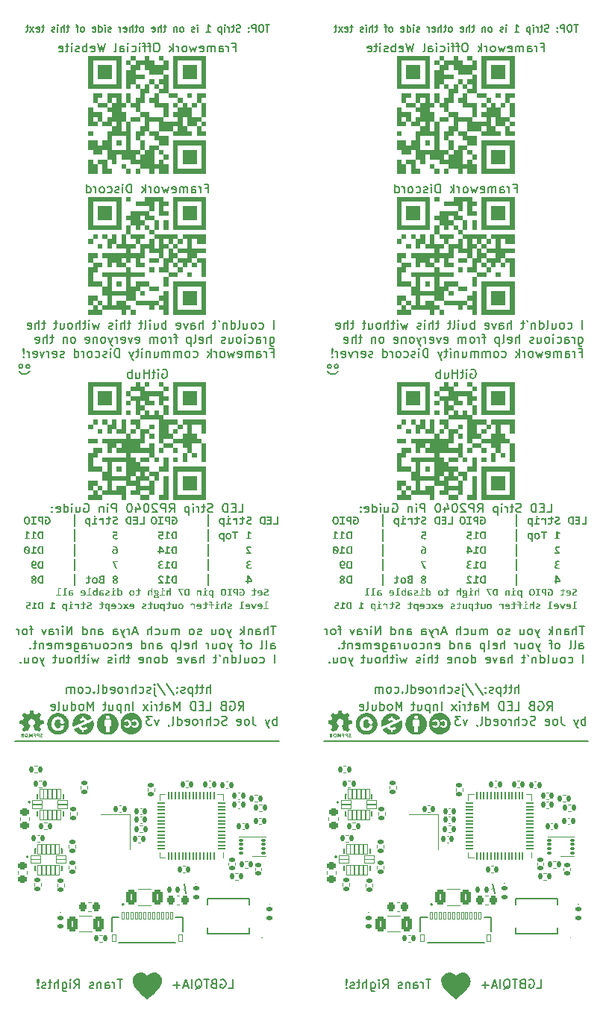
<source format=gbr>
%TF.GenerationSoftware,KiCad,Pcbnew,8.0.1*%
%TF.CreationDate,2024-04-01T01:10:39-04:00*%
%TF.ProjectId,RGB-Panel,5247422d-5061-46e6-956c-2e6b69636164,V3.0*%
%TF.SameCoordinates,Original*%
%TF.FileFunction,Legend,Bot*%
%TF.FilePolarity,Positive*%
%FSLAX46Y46*%
G04 Gerber Fmt 4.6, Leading zero omitted, Abs format (unit mm)*
G04 Created by KiCad (PCBNEW 8.0.1) date 2024-04-01 01:10:39*
%MOMM*%
%LPD*%
G01*
G04 APERTURE LIST*
G04 Aperture macros list*
%AMRoundRect*
0 Rectangle with rounded corners*
0 $1 Rounding radius*
0 $2 $3 $4 $5 $6 $7 $8 $9 X,Y pos of 4 corners*
0 Add a 4 corners polygon primitive as box body*
4,1,4,$2,$3,$4,$5,$6,$7,$8,$9,$2,$3,0*
0 Add four circle primitives for the rounded corners*
1,1,$1+$1,$2,$3*
1,1,$1+$1,$4,$5*
1,1,$1+$1,$6,$7*
1,1,$1+$1,$8,$9*
0 Add four rect primitives between the rounded corners*
20,1,$1+$1,$2,$3,$4,$5,0*
20,1,$1+$1,$4,$5,$6,$7,0*
20,1,$1+$1,$6,$7,$8,$9,0*
20,1,$1+$1,$8,$9,$2,$3,0*%
G04 Aperture macros list end*
%ADD10C,0.150000*%
%ADD11C,0.180000*%
%ADD12C,0.200000*%
%ADD13C,0.120000*%
%ADD14C,0.100000*%
%ADD15C,0.000000*%
%ADD16C,0.127000*%
%ADD17C,0.152400*%
%ADD18RoundRect,0.135000X-0.185000X0.135000X-0.185000X-0.135000X0.185000X-0.135000X0.185000X0.135000X0*%
%ADD19RoundRect,0.135000X0.135000X0.185000X-0.135000X0.185000X-0.135000X-0.185000X0.135000X-0.185000X0*%
%ADD20RoundRect,0.135000X-0.135000X-0.185000X0.135000X-0.185000X0.135000X0.185000X-0.135000X0.185000X0*%
%ADD21R,1.500000X1.500000*%
%ADD22R,2.000000X2.000000*%
%ADD23RoundRect,0.147500X-0.172500X0.147500X-0.172500X-0.147500X0.172500X-0.147500X0.172500X0.147500X0*%
%ADD24RoundRect,0.140000X-0.170000X0.140000X-0.170000X-0.140000X0.170000X-0.140000X0.170000X0.140000X0*%
%ADD25RoundRect,0.050000X0.050000X-0.387500X0.050000X0.387500X-0.050000X0.387500X-0.050000X-0.387500X0*%
%ADD26RoundRect,0.050000X0.387500X-0.050000X0.387500X0.050000X-0.387500X0.050000X-0.387500X-0.050000X0*%
%ADD27R,3.200000X3.200000*%
%ADD28RoundRect,0.140000X0.140000X0.170000X-0.140000X0.170000X-0.140000X-0.170000X0.140000X-0.170000X0*%
%ADD29RoundRect,0.075000X-0.187500X-0.075000X0.187500X-0.075000X0.187500X0.075000X-0.187500X0.075000X0*%
%ADD30R,0.300000X1.700000*%
%ADD31RoundRect,0.225000X-0.225000X-0.250000X0.225000X-0.250000X0.225000X0.250000X-0.225000X0.250000X0*%
%ADD32RoundRect,0.147500X0.147500X0.172500X-0.147500X0.172500X-0.147500X-0.172500X0.147500X-0.172500X0*%
%ADD33RoundRect,0.013920X0.518080X0.218080X-0.518080X0.218080X-0.518080X-0.218080X0.518080X-0.218080X0*%
%ADD34RoundRect,0.013920X-0.218080X0.518080X-0.218080X-0.518080X0.218080X-0.518080X0.218080X0.518080X0*%
%ADD35RoundRect,0.135000X0.185000X-0.135000X0.185000X0.135000X-0.185000X0.135000X-0.185000X-0.135000X0*%
%ADD36R,1.250000X0.760000*%
%ADD37RoundRect,0.250000X0.312500X0.625000X-0.312500X0.625000X-0.312500X-0.625000X0.312500X-0.625000X0*%
%ADD38RoundRect,0.050000X0.150000X0.400000X-0.150000X0.400000X-0.150000X-0.400000X0.150000X-0.400000X0*%
%ADD39RoundRect,0.050000X0.200000X0.400000X-0.200000X0.400000X-0.200000X-0.400000X0.200000X-0.400000X0*%
%ADD40RoundRect,0.140000X-0.140000X-0.170000X0.140000X-0.170000X0.140000X0.170000X-0.140000X0.170000X0*%
%ADD41RoundRect,0.225000X-0.250000X0.225000X-0.250000X-0.225000X0.250000X-0.225000X0.250000X0.225000X0*%
%ADD42RoundRect,0.147500X0.017678X-0.226274X0.226274X-0.017678X-0.017678X0.226274X-0.226274X0.017678X0*%
%ADD43C,3.000000*%
%ADD44R,1.200000X1.400000*%
%ADD45C,0.500000*%
%ADD46C,1.152000*%
G04 APERTURE END LIST*
D10*
X29656122Y-83219711D02*
X29656122Y-82219711D01*
X29227551Y-83219711D02*
X29227551Y-82695901D01*
X29227551Y-82695901D02*
X29275170Y-82600663D01*
X29275170Y-82600663D02*
X29370408Y-82553044D01*
X29370408Y-82553044D02*
X29513265Y-82553044D01*
X29513265Y-82553044D02*
X29608503Y-82600663D01*
X29608503Y-82600663D02*
X29656122Y-82648282D01*
X28894217Y-82553044D02*
X28513265Y-82553044D01*
X28751360Y-82219711D02*
X28751360Y-83076853D01*
X28751360Y-83076853D02*
X28703741Y-83172092D01*
X28703741Y-83172092D02*
X28608503Y-83219711D01*
X28608503Y-83219711D02*
X28513265Y-83219711D01*
X28322788Y-82553044D02*
X27941836Y-82553044D01*
X28179931Y-82219711D02*
X28179931Y-83076853D01*
X28179931Y-83076853D02*
X28132312Y-83172092D01*
X28132312Y-83172092D02*
X28037074Y-83219711D01*
X28037074Y-83219711D02*
X27941836Y-83219711D01*
X27608502Y-82553044D02*
X27608502Y-83553044D01*
X27608502Y-82600663D02*
X27513264Y-82553044D01*
X27513264Y-82553044D02*
X27322788Y-82553044D01*
X27322788Y-82553044D02*
X27227550Y-82600663D01*
X27227550Y-82600663D02*
X27179931Y-82648282D01*
X27179931Y-82648282D02*
X27132312Y-82743520D01*
X27132312Y-82743520D02*
X27132312Y-83029234D01*
X27132312Y-83029234D02*
X27179931Y-83124472D01*
X27179931Y-83124472D02*
X27227550Y-83172092D01*
X27227550Y-83172092D02*
X27322788Y-83219711D01*
X27322788Y-83219711D02*
X27513264Y-83219711D01*
X27513264Y-83219711D02*
X27608502Y-83172092D01*
X26751359Y-83172092D02*
X26656121Y-83219711D01*
X26656121Y-83219711D02*
X26465645Y-83219711D01*
X26465645Y-83219711D02*
X26370407Y-83172092D01*
X26370407Y-83172092D02*
X26322788Y-83076853D01*
X26322788Y-83076853D02*
X26322788Y-83029234D01*
X26322788Y-83029234D02*
X26370407Y-82933996D01*
X26370407Y-82933996D02*
X26465645Y-82886377D01*
X26465645Y-82886377D02*
X26608502Y-82886377D01*
X26608502Y-82886377D02*
X26703740Y-82838758D01*
X26703740Y-82838758D02*
X26751359Y-82743520D01*
X26751359Y-82743520D02*
X26751359Y-82695901D01*
X26751359Y-82695901D02*
X26703740Y-82600663D01*
X26703740Y-82600663D02*
X26608502Y-82553044D01*
X26608502Y-82553044D02*
X26465645Y-82553044D01*
X26465645Y-82553044D02*
X26370407Y-82600663D01*
X25894216Y-83124472D02*
X25846597Y-83172092D01*
X25846597Y-83172092D02*
X25894216Y-83219711D01*
X25894216Y-83219711D02*
X25941835Y-83172092D01*
X25941835Y-83172092D02*
X25894216Y-83124472D01*
X25894216Y-83124472D02*
X25894216Y-83219711D01*
X25894216Y-82600663D02*
X25846597Y-82648282D01*
X25846597Y-82648282D02*
X25894216Y-82695901D01*
X25894216Y-82695901D02*
X25941835Y-82648282D01*
X25941835Y-82648282D02*
X25894216Y-82600663D01*
X25894216Y-82600663D02*
X25894216Y-82695901D01*
X24703741Y-82172092D02*
X25560883Y-83457806D01*
X23656122Y-82172092D02*
X24513264Y-83457806D01*
X23322788Y-82553044D02*
X23322788Y-83410187D01*
X23322788Y-83410187D02*
X23370407Y-83505425D01*
X23370407Y-83505425D02*
X23465645Y-83553044D01*
X23465645Y-83553044D02*
X23513264Y-83553044D01*
X23322788Y-82219711D02*
X23370407Y-82267330D01*
X23370407Y-82267330D02*
X23322788Y-82314949D01*
X23322788Y-82314949D02*
X23275169Y-82267330D01*
X23275169Y-82267330D02*
X23322788Y-82219711D01*
X23322788Y-82219711D02*
X23322788Y-82314949D01*
X22894217Y-83172092D02*
X22798979Y-83219711D01*
X22798979Y-83219711D02*
X22608503Y-83219711D01*
X22608503Y-83219711D02*
X22513265Y-83172092D01*
X22513265Y-83172092D02*
X22465646Y-83076853D01*
X22465646Y-83076853D02*
X22465646Y-83029234D01*
X22465646Y-83029234D02*
X22513265Y-82933996D01*
X22513265Y-82933996D02*
X22608503Y-82886377D01*
X22608503Y-82886377D02*
X22751360Y-82886377D01*
X22751360Y-82886377D02*
X22846598Y-82838758D01*
X22846598Y-82838758D02*
X22894217Y-82743520D01*
X22894217Y-82743520D02*
X22894217Y-82695901D01*
X22894217Y-82695901D02*
X22846598Y-82600663D01*
X22846598Y-82600663D02*
X22751360Y-82553044D01*
X22751360Y-82553044D02*
X22608503Y-82553044D01*
X22608503Y-82553044D02*
X22513265Y-82600663D01*
X21608503Y-83172092D02*
X21703741Y-83219711D01*
X21703741Y-83219711D02*
X21894217Y-83219711D01*
X21894217Y-83219711D02*
X21989455Y-83172092D01*
X21989455Y-83172092D02*
X22037074Y-83124472D01*
X22037074Y-83124472D02*
X22084693Y-83029234D01*
X22084693Y-83029234D02*
X22084693Y-82743520D01*
X22084693Y-82743520D02*
X22037074Y-82648282D01*
X22037074Y-82648282D02*
X21989455Y-82600663D01*
X21989455Y-82600663D02*
X21894217Y-82553044D01*
X21894217Y-82553044D02*
X21703741Y-82553044D01*
X21703741Y-82553044D02*
X21608503Y-82600663D01*
X21179931Y-83219711D02*
X21179931Y-82219711D01*
X20751360Y-83219711D02*
X20751360Y-82695901D01*
X20751360Y-82695901D02*
X20798979Y-82600663D01*
X20798979Y-82600663D02*
X20894217Y-82553044D01*
X20894217Y-82553044D02*
X21037074Y-82553044D01*
X21037074Y-82553044D02*
X21132312Y-82600663D01*
X21132312Y-82600663D02*
X21179931Y-82648282D01*
X20275169Y-83219711D02*
X20275169Y-82553044D01*
X20275169Y-82743520D02*
X20227550Y-82648282D01*
X20227550Y-82648282D02*
X20179931Y-82600663D01*
X20179931Y-82600663D02*
X20084693Y-82553044D01*
X20084693Y-82553044D02*
X19989455Y-82553044D01*
X19513264Y-83219711D02*
X19608502Y-83172092D01*
X19608502Y-83172092D02*
X19656121Y-83124472D01*
X19656121Y-83124472D02*
X19703740Y-83029234D01*
X19703740Y-83029234D02*
X19703740Y-82743520D01*
X19703740Y-82743520D02*
X19656121Y-82648282D01*
X19656121Y-82648282D02*
X19608502Y-82600663D01*
X19608502Y-82600663D02*
X19513264Y-82553044D01*
X19513264Y-82553044D02*
X19370407Y-82553044D01*
X19370407Y-82553044D02*
X19275169Y-82600663D01*
X19275169Y-82600663D02*
X19227550Y-82648282D01*
X19227550Y-82648282D02*
X19179931Y-82743520D01*
X19179931Y-82743520D02*
X19179931Y-83029234D01*
X19179931Y-83029234D02*
X19227550Y-83124472D01*
X19227550Y-83124472D02*
X19275169Y-83172092D01*
X19275169Y-83172092D02*
X19370407Y-83219711D01*
X19370407Y-83219711D02*
X19513264Y-83219711D01*
X18370407Y-83172092D02*
X18465645Y-83219711D01*
X18465645Y-83219711D02*
X18656121Y-83219711D01*
X18656121Y-83219711D02*
X18751359Y-83172092D01*
X18751359Y-83172092D02*
X18798978Y-83076853D01*
X18798978Y-83076853D02*
X18798978Y-82695901D01*
X18798978Y-82695901D02*
X18751359Y-82600663D01*
X18751359Y-82600663D02*
X18656121Y-82553044D01*
X18656121Y-82553044D02*
X18465645Y-82553044D01*
X18465645Y-82553044D02*
X18370407Y-82600663D01*
X18370407Y-82600663D02*
X18322788Y-82695901D01*
X18322788Y-82695901D02*
X18322788Y-82791139D01*
X18322788Y-82791139D02*
X18798978Y-82886377D01*
X17465645Y-83219711D02*
X17465645Y-82219711D01*
X17465645Y-83172092D02*
X17560883Y-83219711D01*
X17560883Y-83219711D02*
X17751359Y-83219711D01*
X17751359Y-83219711D02*
X17846597Y-83172092D01*
X17846597Y-83172092D02*
X17894216Y-83124472D01*
X17894216Y-83124472D02*
X17941835Y-83029234D01*
X17941835Y-83029234D02*
X17941835Y-82743520D01*
X17941835Y-82743520D02*
X17894216Y-82648282D01*
X17894216Y-82648282D02*
X17846597Y-82600663D01*
X17846597Y-82600663D02*
X17751359Y-82553044D01*
X17751359Y-82553044D02*
X17560883Y-82553044D01*
X17560883Y-82553044D02*
X17465645Y-82600663D01*
X16846597Y-83219711D02*
X16941835Y-83172092D01*
X16941835Y-83172092D02*
X16989454Y-83076853D01*
X16989454Y-83076853D02*
X16989454Y-82219711D01*
X16465644Y-83124472D02*
X16418025Y-83172092D01*
X16418025Y-83172092D02*
X16465644Y-83219711D01*
X16465644Y-83219711D02*
X16513263Y-83172092D01*
X16513263Y-83172092D02*
X16465644Y-83124472D01*
X16465644Y-83124472D02*
X16465644Y-83219711D01*
X15560883Y-83172092D02*
X15656121Y-83219711D01*
X15656121Y-83219711D02*
X15846597Y-83219711D01*
X15846597Y-83219711D02*
X15941835Y-83172092D01*
X15941835Y-83172092D02*
X15989454Y-83124472D01*
X15989454Y-83124472D02*
X16037073Y-83029234D01*
X16037073Y-83029234D02*
X16037073Y-82743520D01*
X16037073Y-82743520D02*
X15989454Y-82648282D01*
X15989454Y-82648282D02*
X15941835Y-82600663D01*
X15941835Y-82600663D02*
X15846597Y-82553044D01*
X15846597Y-82553044D02*
X15656121Y-82553044D01*
X15656121Y-82553044D02*
X15560883Y-82600663D01*
X14989454Y-83219711D02*
X15084692Y-83172092D01*
X15084692Y-83172092D02*
X15132311Y-83124472D01*
X15132311Y-83124472D02*
X15179930Y-83029234D01*
X15179930Y-83029234D02*
X15179930Y-82743520D01*
X15179930Y-82743520D02*
X15132311Y-82648282D01*
X15132311Y-82648282D02*
X15084692Y-82600663D01*
X15084692Y-82600663D02*
X14989454Y-82553044D01*
X14989454Y-82553044D02*
X14846597Y-82553044D01*
X14846597Y-82553044D02*
X14751359Y-82600663D01*
X14751359Y-82600663D02*
X14703740Y-82648282D01*
X14703740Y-82648282D02*
X14656121Y-82743520D01*
X14656121Y-82743520D02*
X14656121Y-83029234D01*
X14656121Y-83029234D02*
X14703740Y-83124472D01*
X14703740Y-83124472D02*
X14751359Y-83172092D01*
X14751359Y-83172092D02*
X14846597Y-83219711D01*
X14846597Y-83219711D02*
X14989454Y-83219711D01*
X14227549Y-83219711D02*
X14227549Y-82553044D01*
X14227549Y-82648282D02*
X14179930Y-82600663D01*
X14179930Y-82600663D02*
X14084692Y-82553044D01*
X14084692Y-82553044D02*
X13941835Y-82553044D01*
X13941835Y-82553044D02*
X13846597Y-82600663D01*
X13846597Y-82600663D02*
X13798978Y-82695901D01*
X13798978Y-82695901D02*
X13798978Y-83219711D01*
X13798978Y-82695901D02*
X13751359Y-82600663D01*
X13751359Y-82600663D02*
X13656121Y-82553044D01*
X13656121Y-82553044D02*
X13513264Y-82553044D01*
X13513264Y-82553044D02*
X13418025Y-82600663D01*
X13418025Y-82600663D02*
X13370406Y-82695901D01*
X13370406Y-82695901D02*
X13370406Y-83219711D01*
X19686324Y-115717551D02*
X19114896Y-115717551D01*
X19400610Y-116717551D02*
X19400610Y-115717551D01*
X18781562Y-116717551D02*
X18781562Y-116050884D01*
X18781562Y-116241360D02*
X18733943Y-116146122D01*
X18733943Y-116146122D02*
X18686324Y-116098503D01*
X18686324Y-116098503D02*
X18591086Y-116050884D01*
X18591086Y-116050884D02*
X18495848Y-116050884D01*
X17733943Y-116717551D02*
X17733943Y-116193741D01*
X17733943Y-116193741D02*
X17781562Y-116098503D01*
X17781562Y-116098503D02*
X17876800Y-116050884D01*
X17876800Y-116050884D02*
X18067276Y-116050884D01*
X18067276Y-116050884D02*
X18162514Y-116098503D01*
X17733943Y-116669932D02*
X17829181Y-116717551D01*
X17829181Y-116717551D02*
X18067276Y-116717551D01*
X18067276Y-116717551D02*
X18162514Y-116669932D01*
X18162514Y-116669932D02*
X18210133Y-116574693D01*
X18210133Y-116574693D02*
X18210133Y-116479455D01*
X18210133Y-116479455D02*
X18162514Y-116384217D01*
X18162514Y-116384217D02*
X18067276Y-116336598D01*
X18067276Y-116336598D02*
X17829181Y-116336598D01*
X17829181Y-116336598D02*
X17733943Y-116288979D01*
X17257752Y-116050884D02*
X17257752Y-116717551D01*
X17257752Y-116146122D02*
X17210133Y-116098503D01*
X17210133Y-116098503D02*
X17114895Y-116050884D01*
X17114895Y-116050884D02*
X16972038Y-116050884D01*
X16972038Y-116050884D02*
X16876800Y-116098503D01*
X16876800Y-116098503D02*
X16829181Y-116193741D01*
X16829181Y-116193741D02*
X16829181Y-116717551D01*
X16400609Y-116669932D02*
X16305371Y-116717551D01*
X16305371Y-116717551D02*
X16114895Y-116717551D01*
X16114895Y-116717551D02*
X16019657Y-116669932D01*
X16019657Y-116669932D02*
X15972038Y-116574693D01*
X15972038Y-116574693D02*
X15972038Y-116527074D01*
X15972038Y-116527074D02*
X16019657Y-116431836D01*
X16019657Y-116431836D02*
X16114895Y-116384217D01*
X16114895Y-116384217D02*
X16257752Y-116384217D01*
X16257752Y-116384217D02*
X16352990Y-116336598D01*
X16352990Y-116336598D02*
X16400609Y-116241360D01*
X16400609Y-116241360D02*
X16400609Y-116193741D01*
X16400609Y-116193741D02*
X16352990Y-116098503D01*
X16352990Y-116098503D02*
X16257752Y-116050884D01*
X16257752Y-116050884D02*
X16114895Y-116050884D01*
X16114895Y-116050884D02*
X16019657Y-116098503D01*
X14210133Y-116717551D02*
X14543466Y-116241360D01*
X14781561Y-116717551D02*
X14781561Y-115717551D01*
X14781561Y-115717551D02*
X14400609Y-115717551D01*
X14400609Y-115717551D02*
X14305371Y-115765170D01*
X14305371Y-115765170D02*
X14257752Y-115812789D01*
X14257752Y-115812789D02*
X14210133Y-115908027D01*
X14210133Y-115908027D02*
X14210133Y-116050884D01*
X14210133Y-116050884D02*
X14257752Y-116146122D01*
X14257752Y-116146122D02*
X14305371Y-116193741D01*
X14305371Y-116193741D02*
X14400609Y-116241360D01*
X14400609Y-116241360D02*
X14781561Y-116241360D01*
X13781561Y-116717551D02*
X13781561Y-116050884D01*
X13781561Y-115717551D02*
X13829180Y-115765170D01*
X13829180Y-115765170D02*
X13781561Y-115812789D01*
X13781561Y-115812789D02*
X13733942Y-115765170D01*
X13733942Y-115765170D02*
X13781561Y-115717551D01*
X13781561Y-115717551D02*
X13781561Y-115812789D01*
X12876800Y-116050884D02*
X12876800Y-116860408D01*
X12876800Y-116860408D02*
X12924419Y-116955646D01*
X12924419Y-116955646D02*
X12972038Y-117003265D01*
X12972038Y-117003265D02*
X13067276Y-117050884D01*
X13067276Y-117050884D02*
X13210133Y-117050884D01*
X13210133Y-117050884D02*
X13305371Y-117003265D01*
X12876800Y-116669932D02*
X12972038Y-116717551D01*
X12972038Y-116717551D02*
X13162514Y-116717551D01*
X13162514Y-116717551D02*
X13257752Y-116669932D01*
X13257752Y-116669932D02*
X13305371Y-116622312D01*
X13305371Y-116622312D02*
X13352990Y-116527074D01*
X13352990Y-116527074D02*
X13352990Y-116241360D01*
X13352990Y-116241360D02*
X13305371Y-116146122D01*
X13305371Y-116146122D02*
X13257752Y-116098503D01*
X13257752Y-116098503D02*
X13162514Y-116050884D01*
X13162514Y-116050884D02*
X12972038Y-116050884D01*
X12972038Y-116050884D02*
X12876800Y-116098503D01*
X12400609Y-116717551D02*
X12400609Y-115717551D01*
X11972038Y-116717551D02*
X11972038Y-116193741D01*
X11972038Y-116193741D02*
X12019657Y-116098503D01*
X12019657Y-116098503D02*
X12114895Y-116050884D01*
X12114895Y-116050884D02*
X12257752Y-116050884D01*
X12257752Y-116050884D02*
X12352990Y-116098503D01*
X12352990Y-116098503D02*
X12400609Y-116146122D01*
X11638704Y-116050884D02*
X11257752Y-116050884D01*
X11495847Y-115717551D02*
X11495847Y-116574693D01*
X11495847Y-116574693D02*
X11448228Y-116669932D01*
X11448228Y-116669932D02*
X11352990Y-116717551D01*
X11352990Y-116717551D02*
X11257752Y-116717551D01*
X10972037Y-116669932D02*
X10876799Y-116717551D01*
X10876799Y-116717551D02*
X10686323Y-116717551D01*
X10686323Y-116717551D02*
X10591085Y-116669932D01*
X10591085Y-116669932D02*
X10543466Y-116574693D01*
X10543466Y-116574693D02*
X10543466Y-116527074D01*
X10543466Y-116527074D02*
X10591085Y-116431836D01*
X10591085Y-116431836D02*
X10686323Y-116384217D01*
X10686323Y-116384217D02*
X10829180Y-116384217D01*
X10829180Y-116384217D02*
X10924418Y-116336598D01*
X10924418Y-116336598D02*
X10972037Y-116241360D01*
X10972037Y-116241360D02*
X10972037Y-116193741D01*
X10972037Y-116193741D02*
X10924418Y-116098503D01*
X10924418Y-116098503D02*
X10829180Y-116050884D01*
X10829180Y-116050884D02*
X10686323Y-116050884D01*
X10686323Y-116050884D02*
X10591085Y-116098503D01*
X10114894Y-116622312D02*
X10067275Y-116669932D01*
X10067275Y-116669932D02*
X10114894Y-116717551D01*
X10114894Y-116717551D02*
X10162513Y-116669932D01*
X10162513Y-116669932D02*
X10114894Y-116622312D01*
X10114894Y-116622312D02*
X10114894Y-116717551D01*
X10114894Y-116336598D02*
X10162513Y-115765170D01*
X10162513Y-115765170D02*
X10114894Y-115717551D01*
X10114894Y-115717551D02*
X10067275Y-115765170D01*
X10067275Y-115765170D02*
X10114894Y-116336598D01*
X10114894Y-116336598D02*
X10114894Y-115717551D01*
X67859660Y-85162819D02*
X68192993Y-84686628D01*
X68431088Y-85162819D02*
X68431088Y-84162819D01*
X68431088Y-84162819D02*
X68050136Y-84162819D01*
X68050136Y-84162819D02*
X67954898Y-84210438D01*
X67954898Y-84210438D02*
X67907279Y-84258057D01*
X67907279Y-84258057D02*
X67859660Y-84353295D01*
X67859660Y-84353295D02*
X67859660Y-84496152D01*
X67859660Y-84496152D02*
X67907279Y-84591390D01*
X67907279Y-84591390D02*
X67954898Y-84639009D01*
X67954898Y-84639009D02*
X68050136Y-84686628D01*
X68050136Y-84686628D02*
X68431088Y-84686628D01*
X66907279Y-84210438D02*
X67002517Y-84162819D01*
X67002517Y-84162819D02*
X67145374Y-84162819D01*
X67145374Y-84162819D02*
X67288231Y-84210438D01*
X67288231Y-84210438D02*
X67383469Y-84305676D01*
X67383469Y-84305676D02*
X67431088Y-84400914D01*
X67431088Y-84400914D02*
X67478707Y-84591390D01*
X67478707Y-84591390D02*
X67478707Y-84734247D01*
X67478707Y-84734247D02*
X67431088Y-84924723D01*
X67431088Y-84924723D02*
X67383469Y-85019961D01*
X67383469Y-85019961D02*
X67288231Y-85115200D01*
X67288231Y-85115200D02*
X67145374Y-85162819D01*
X67145374Y-85162819D02*
X67050136Y-85162819D01*
X67050136Y-85162819D02*
X66907279Y-85115200D01*
X66907279Y-85115200D02*
X66859660Y-85067580D01*
X66859660Y-85067580D02*
X66859660Y-84734247D01*
X66859660Y-84734247D02*
X67050136Y-84734247D01*
X66097755Y-84639009D02*
X65954898Y-84686628D01*
X65954898Y-84686628D02*
X65907279Y-84734247D01*
X65907279Y-84734247D02*
X65859660Y-84829485D01*
X65859660Y-84829485D02*
X65859660Y-84972342D01*
X65859660Y-84972342D02*
X65907279Y-85067580D01*
X65907279Y-85067580D02*
X65954898Y-85115200D01*
X65954898Y-85115200D02*
X66050136Y-85162819D01*
X66050136Y-85162819D02*
X66431088Y-85162819D01*
X66431088Y-85162819D02*
X66431088Y-84162819D01*
X66431088Y-84162819D02*
X66097755Y-84162819D01*
X66097755Y-84162819D02*
X66002517Y-84210438D01*
X66002517Y-84210438D02*
X65954898Y-84258057D01*
X65954898Y-84258057D02*
X65907279Y-84353295D01*
X65907279Y-84353295D02*
X65907279Y-84448533D01*
X65907279Y-84448533D02*
X65954898Y-84543771D01*
X65954898Y-84543771D02*
X66002517Y-84591390D01*
X66002517Y-84591390D02*
X66097755Y-84639009D01*
X66097755Y-84639009D02*
X66431088Y-84639009D01*
X64192993Y-85162819D02*
X64669183Y-85162819D01*
X64669183Y-85162819D02*
X64669183Y-84162819D01*
X63859659Y-84639009D02*
X63526326Y-84639009D01*
X63383469Y-85162819D02*
X63859659Y-85162819D01*
X63859659Y-85162819D02*
X63859659Y-84162819D01*
X63859659Y-84162819D02*
X63383469Y-84162819D01*
X62954897Y-85162819D02*
X62954897Y-84162819D01*
X62954897Y-84162819D02*
X62716802Y-84162819D01*
X62716802Y-84162819D02*
X62573945Y-84210438D01*
X62573945Y-84210438D02*
X62478707Y-84305676D01*
X62478707Y-84305676D02*
X62431088Y-84400914D01*
X62431088Y-84400914D02*
X62383469Y-84591390D01*
X62383469Y-84591390D02*
X62383469Y-84734247D01*
X62383469Y-84734247D02*
X62431088Y-84924723D01*
X62431088Y-84924723D02*
X62478707Y-85019961D01*
X62478707Y-85019961D02*
X62573945Y-85115200D01*
X62573945Y-85115200D02*
X62716802Y-85162819D01*
X62716802Y-85162819D02*
X62954897Y-85162819D01*
X61192992Y-85162819D02*
X61192992Y-84162819D01*
X61192992Y-84162819D02*
X60859659Y-84877104D01*
X60859659Y-84877104D02*
X60526326Y-84162819D01*
X60526326Y-84162819D02*
X60526326Y-85162819D01*
X59621564Y-85162819D02*
X59621564Y-84639009D01*
X59621564Y-84639009D02*
X59669183Y-84543771D01*
X59669183Y-84543771D02*
X59764421Y-84496152D01*
X59764421Y-84496152D02*
X59954897Y-84496152D01*
X59954897Y-84496152D02*
X60050135Y-84543771D01*
X59621564Y-85115200D02*
X59716802Y-85162819D01*
X59716802Y-85162819D02*
X59954897Y-85162819D01*
X59954897Y-85162819D02*
X60050135Y-85115200D01*
X60050135Y-85115200D02*
X60097754Y-85019961D01*
X60097754Y-85019961D02*
X60097754Y-84924723D01*
X60097754Y-84924723D02*
X60050135Y-84829485D01*
X60050135Y-84829485D02*
X59954897Y-84781866D01*
X59954897Y-84781866D02*
X59716802Y-84781866D01*
X59716802Y-84781866D02*
X59621564Y-84734247D01*
X59288230Y-84496152D02*
X58907278Y-84496152D01*
X59145373Y-84162819D02*
X59145373Y-85019961D01*
X59145373Y-85019961D02*
X59097754Y-85115200D01*
X59097754Y-85115200D02*
X59002516Y-85162819D01*
X59002516Y-85162819D02*
X58907278Y-85162819D01*
X58573944Y-85162819D02*
X58573944Y-84496152D01*
X58573944Y-84686628D02*
X58526325Y-84591390D01*
X58526325Y-84591390D02*
X58478706Y-84543771D01*
X58478706Y-84543771D02*
X58383468Y-84496152D01*
X58383468Y-84496152D02*
X58288230Y-84496152D01*
X57954896Y-85162819D02*
X57954896Y-84496152D01*
X57954896Y-84162819D02*
X58002515Y-84210438D01*
X58002515Y-84210438D02*
X57954896Y-84258057D01*
X57954896Y-84258057D02*
X57907277Y-84210438D01*
X57907277Y-84210438D02*
X57954896Y-84162819D01*
X57954896Y-84162819D02*
X57954896Y-84258057D01*
X57573944Y-85162819D02*
X57050135Y-84496152D01*
X57573944Y-84496152D02*
X57050135Y-85162819D01*
X55907277Y-85162819D02*
X55907277Y-84162819D01*
X55431087Y-84496152D02*
X55431087Y-85162819D01*
X55431087Y-84591390D02*
X55383468Y-84543771D01*
X55383468Y-84543771D02*
X55288230Y-84496152D01*
X55288230Y-84496152D02*
X55145373Y-84496152D01*
X55145373Y-84496152D02*
X55050135Y-84543771D01*
X55050135Y-84543771D02*
X55002516Y-84639009D01*
X55002516Y-84639009D02*
X55002516Y-85162819D01*
X54526325Y-84496152D02*
X54526325Y-85496152D01*
X54526325Y-84543771D02*
X54431087Y-84496152D01*
X54431087Y-84496152D02*
X54240611Y-84496152D01*
X54240611Y-84496152D02*
X54145373Y-84543771D01*
X54145373Y-84543771D02*
X54097754Y-84591390D01*
X54097754Y-84591390D02*
X54050135Y-84686628D01*
X54050135Y-84686628D02*
X54050135Y-84972342D01*
X54050135Y-84972342D02*
X54097754Y-85067580D01*
X54097754Y-85067580D02*
X54145373Y-85115200D01*
X54145373Y-85115200D02*
X54240611Y-85162819D01*
X54240611Y-85162819D02*
X54431087Y-85162819D01*
X54431087Y-85162819D02*
X54526325Y-85115200D01*
X53192992Y-84496152D02*
X53192992Y-85162819D01*
X53621563Y-84496152D02*
X53621563Y-85019961D01*
X53621563Y-85019961D02*
X53573944Y-85115200D01*
X53573944Y-85115200D02*
X53478706Y-85162819D01*
X53478706Y-85162819D02*
X53335849Y-85162819D01*
X53335849Y-85162819D02*
X53240611Y-85115200D01*
X53240611Y-85115200D02*
X53192992Y-85067580D01*
X52859658Y-84496152D02*
X52478706Y-84496152D01*
X52716801Y-84162819D02*
X52716801Y-85019961D01*
X52716801Y-85019961D02*
X52669182Y-85115200D01*
X52669182Y-85115200D02*
X52573944Y-85162819D01*
X52573944Y-85162819D02*
X52478706Y-85162819D01*
X51383467Y-85162819D02*
X51383467Y-84162819D01*
X51383467Y-84162819D02*
X51050134Y-84877104D01*
X51050134Y-84877104D02*
X50716801Y-84162819D01*
X50716801Y-84162819D02*
X50716801Y-85162819D01*
X50097753Y-85162819D02*
X50192991Y-85115200D01*
X50192991Y-85115200D02*
X50240610Y-85067580D01*
X50240610Y-85067580D02*
X50288229Y-84972342D01*
X50288229Y-84972342D02*
X50288229Y-84686628D01*
X50288229Y-84686628D02*
X50240610Y-84591390D01*
X50240610Y-84591390D02*
X50192991Y-84543771D01*
X50192991Y-84543771D02*
X50097753Y-84496152D01*
X50097753Y-84496152D02*
X49954896Y-84496152D01*
X49954896Y-84496152D02*
X49859658Y-84543771D01*
X49859658Y-84543771D02*
X49812039Y-84591390D01*
X49812039Y-84591390D02*
X49764420Y-84686628D01*
X49764420Y-84686628D02*
X49764420Y-84972342D01*
X49764420Y-84972342D02*
X49812039Y-85067580D01*
X49812039Y-85067580D02*
X49859658Y-85115200D01*
X49859658Y-85115200D02*
X49954896Y-85162819D01*
X49954896Y-85162819D02*
X50097753Y-85162819D01*
X48907277Y-85162819D02*
X48907277Y-84162819D01*
X48907277Y-85115200D02*
X49002515Y-85162819D01*
X49002515Y-85162819D02*
X49192991Y-85162819D01*
X49192991Y-85162819D02*
X49288229Y-85115200D01*
X49288229Y-85115200D02*
X49335848Y-85067580D01*
X49335848Y-85067580D02*
X49383467Y-84972342D01*
X49383467Y-84972342D02*
X49383467Y-84686628D01*
X49383467Y-84686628D02*
X49335848Y-84591390D01*
X49335848Y-84591390D02*
X49288229Y-84543771D01*
X49288229Y-84543771D02*
X49192991Y-84496152D01*
X49192991Y-84496152D02*
X49002515Y-84496152D01*
X49002515Y-84496152D02*
X48907277Y-84543771D01*
X48002515Y-84496152D02*
X48002515Y-85162819D01*
X48431086Y-84496152D02*
X48431086Y-85019961D01*
X48431086Y-85019961D02*
X48383467Y-85115200D01*
X48383467Y-85115200D02*
X48288229Y-85162819D01*
X48288229Y-85162819D02*
X48145372Y-85162819D01*
X48145372Y-85162819D02*
X48050134Y-85115200D01*
X48050134Y-85115200D02*
X48002515Y-85067580D01*
X47383467Y-85162819D02*
X47478705Y-85115200D01*
X47478705Y-85115200D02*
X47526324Y-85019961D01*
X47526324Y-85019961D02*
X47526324Y-84162819D01*
X46621562Y-85115200D02*
X46716800Y-85162819D01*
X46716800Y-85162819D02*
X46907276Y-85162819D01*
X46907276Y-85162819D02*
X47002514Y-85115200D01*
X47002514Y-85115200D02*
X47050133Y-85019961D01*
X47050133Y-85019961D02*
X47050133Y-84639009D01*
X47050133Y-84639009D02*
X47002514Y-84543771D01*
X47002514Y-84543771D02*
X46907276Y-84496152D01*
X46907276Y-84496152D02*
X46716800Y-84496152D01*
X46716800Y-84496152D02*
X46621562Y-84543771D01*
X46621562Y-84543771D02*
X46573943Y-84639009D01*
X46573943Y-84639009D02*
X46573943Y-84734247D01*
X46573943Y-84734247D02*
X47050133Y-84829485D01*
X72193229Y-86852819D02*
X72193229Y-85852819D01*
X72193229Y-86233771D02*
X72097991Y-86186152D01*
X72097991Y-86186152D02*
X71907515Y-86186152D01*
X71907515Y-86186152D02*
X71812277Y-86233771D01*
X71812277Y-86233771D02*
X71764658Y-86281390D01*
X71764658Y-86281390D02*
X71717039Y-86376628D01*
X71717039Y-86376628D02*
X71717039Y-86662342D01*
X71717039Y-86662342D02*
X71764658Y-86757580D01*
X71764658Y-86757580D02*
X71812277Y-86805200D01*
X71812277Y-86805200D02*
X71907515Y-86852819D01*
X71907515Y-86852819D02*
X72097991Y-86852819D01*
X72097991Y-86852819D02*
X72193229Y-86805200D01*
X71383705Y-86186152D02*
X71145610Y-86852819D01*
X70907515Y-86186152D02*
X71145610Y-86852819D01*
X71145610Y-86852819D02*
X71240848Y-87090914D01*
X71240848Y-87090914D02*
X71288467Y-87138533D01*
X71288467Y-87138533D02*
X71383705Y-87186152D01*
X69478943Y-85852819D02*
X69478943Y-86567104D01*
X69478943Y-86567104D02*
X69526562Y-86709961D01*
X69526562Y-86709961D02*
X69621800Y-86805200D01*
X69621800Y-86805200D02*
X69764657Y-86852819D01*
X69764657Y-86852819D02*
X69859895Y-86852819D01*
X68859895Y-86852819D02*
X68955133Y-86805200D01*
X68955133Y-86805200D02*
X69002752Y-86757580D01*
X69002752Y-86757580D02*
X69050371Y-86662342D01*
X69050371Y-86662342D02*
X69050371Y-86376628D01*
X69050371Y-86376628D02*
X69002752Y-86281390D01*
X69002752Y-86281390D02*
X68955133Y-86233771D01*
X68955133Y-86233771D02*
X68859895Y-86186152D01*
X68859895Y-86186152D02*
X68717038Y-86186152D01*
X68717038Y-86186152D02*
X68621800Y-86233771D01*
X68621800Y-86233771D02*
X68574181Y-86281390D01*
X68574181Y-86281390D02*
X68526562Y-86376628D01*
X68526562Y-86376628D02*
X68526562Y-86662342D01*
X68526562Y-86662342D02*
X68574181Y-86757580D01*
X68574181Y-86757580D02*
X68621800Y-86805200D01*
X68621800Y-86805200D02*
X68717038Y-86852819D01*
X68717038Y-86852819D02*
X68859895Y-86852819D01*
X67717038Y-86805200D02*
X67812276Y-86852819D01*
X67812276Y-86852819D02*
X68002752Y-86852819D01*
X68002752Y-86852819D02*
X68097990Y-86805200D01*
X68097990Y-86805200D02*
X68145609Y-86709961D01*
X68145609Y-86709961D02*
X68145609Y-86329009D01*
X68145609Y-86329009D02*
X68097990Y-86233771D01*
X68097990Y-86233771D02*
X68002752Y-86186152D01*
X68002752Y-86186152D02*
X67812276Y-86186152D01*
X67812276Y-86186152D02*
X67717038Y-86233771D01*
X67717038Y-86233771D02*
X67669419Y-86329009D01*
X67669419Y-86329009D02*
X67669419Y-86424247D01*
X67669419Y-86424247D02*
X68145609Y-86519485D01*
X66526561Y-86805200D02*
X66383704Y-86852819D01*
X66383704Y-86852819D02*
X66145609Y-86852819D01*
X66145609Y-86852819D02*
X66050371Y-86805200D01*
X66050371Y-86805200D02*
X66002752Y-86757580D01*
X66002752Y-86757580D02*
X65955133Y-86662342D01*
X65955133Y-86662342D02*
X65955133Y-86567104D01*
X65955133Y-86567104D02*
X66002752Y-86471866D01*
X66002752Y-86471866D02*
X66050371Y-86424247D01*
X66050371Y-86424247D02*
X66145609Y-86376628D01*
X66145609Y-86376628D02*
X66336085Y-86329009D01*
X66336085Y-86329009D02*
X66431323Y-86281390D01*
X66431323Y-86281390D02*
X66478942Y-86233771D01*
X66478942Y-86233771D02*
X66526561Y-86138533D01*
X66526561Y-86138533D02*
X66526561Y-86043295D01*
X66526561Y-86043295D02*
X66478942Y-85948057D01*
X66478942Y-85948057D02*
X66431323Y-85900438D01*
X66431323Y-85900438D02*
X66336085Y-85852819D01*
X66336085Y-85852819D02*
X66097990Y-85852819D01*
X66097990Y-85852819D02*
X65955133Y-85900438D01*
X65097990Y-86805200D02*
X65193228Y-86852819D01*
X65193228Y-86852819D02*
X65383704Y-86852819D01*
X65383704Y-86852819D02*
X65478942Y-86805200D01*
X65478942Y-86805200D02*
X65526561Y-86757580D01*
X65526561Y-86757580D02*
X65574180Y-86662342D01*
X65574180Y-86662342D02*
X65574180Y-86376628D01*
X65574180Y-86376628D02*
X65526561Y-86281390D01*
X65526561Y-86281390D02*
X65478942Y-86233771D01*
X65478942Y-86233771D02*
X65383704Y-86186152D01*
X65383704Y-86186152D02*
X65193228Y-86186152D01*
X65193228Y-86186152D02*
X65097990Y-86233771D01*
X64669418Y-86852819D02*
X64669418Y-85852819D01*
X64240847Y-86852819D02*
X64240847Y-86329009D01*
X64240847Y-86329009D02*
X64288466Y-86233771D01*
X64288466Y-86233771D02*
X64383704Y-86186152D01*
X64383704Y-86186152D02*
X64526561Y-86186152D01*
X64526561Y-86186152D02*
X64621799Y-86233771D01*
X64621799Y-86233771D02*
X64669418Y-86281390D01*
X63764656Y-86852819D02*
X63764656Y-86186152D01*
X63764656Y-86376628D02*
X63717037Y-86281390D01*
X63717037Y-86281390D02*
X63669418Y-86233771D01*
X63669418Y-86233771D02*
X63574180Y-86186152D01*
X63574180Y-86186152D02*
X63478942Y-86186152D01*
X63002751Y-86852819D02*
X63097989Y-86805200D01*
X63097989Y-86805200D02*
X63145608Y-86757580D01*
X63145608Y-86757580D02*
X63193227Y-86662342D01*
X63193227Y-86662342D02*
X63193227Y-86376628D01*
X63193227Y-86376628D02*
X63145608Y-86281390D01*
X63145608Y-86281390D02*
X63097989Y-86233771D01*
X63097989Y-86233771D02*
X63002751Y-86186152D01*
X63002751Y-86186152D02*
X62859894Y-86186152D01*
X62859894Y-86186152D02*
X62764656Y-86233771D01*
X62764656Y-86233771D02*
X62717037Y-86281390D01*
X62717037Y-86281390D02*
X62669418Y-86376628D01*
X62669418Y-86376628D02*
X62669418Y-86662342D01*
X62669418Y-86662342D02*
X62717037Y-86757580D01*
X62717037Y-86757580D02*
X62764656Y-86805200D01*
X62764656Y-86805200D02*
X62859894Y-86852819D01*
X62859894Y-86852819D02*
X63002751Y-86852819D01*
X61859894Y-86805200D02*
X61955132Y-86852819D01*
X61955132Y-86852819D02*
X62145608Y-86852819D01*
X62145608Y-86852819D02*
X62240846Y-86805200D01*
X62240846Y-86805200D02*
X62288465Y-86709961D01*
X62288465Y-86709961D02*
X62288465Y-86329009D01*
X62288465Y-86329009D02*
X62240846Y-86233771D01*
X62240846Y-86233771D02*
X62145608Y-86186152D01*
X62145608Y-86186152D02*
X61955132Y-86186152D01*
X61955132Y-86186152D02*
X61859894Y-86233771D01*
X61859894Y-86233771D02*
X61812275Y-86329009D01*
X61812275Y-86329009D02*
X61812275Y-86424247D01*
X61812275Y-86424247D02*
X62288465Y-86519485D01*
X60955132Y-86852819D02*
X60955132Y-85852819D01*
X60955132Y-86805200D02*
X61050370Y-86852819D01*
X61050370Y-86852819D02*
X61240846Y-86852819D01*
X61240846Y-86852819D02*
X61336084Y-86805200D01*
X61336084Y-86805200D02*
X61383703Y-86757580D01*
X61383703Y-86757580D02*
X61431322Y-86662342D01*
X61431322Y-86662342D02*
X61431322Y-86376628D01*
X61431322Y-86376628D02*
X61383703Y-86281390D01*
X61383703Y-86281390D02*
X61336084Y-86233771D01*
X61336084Y-86233771D02*
X61240846Y-86186152D01*
X61240846Y-86186152D02*
X61050370Y-86186152D01*
X61050370Y-86186152D02*
X60955132Y-86233771D01*
X60336084Y-86852819D02*
X60431322Y-86805200D01*
X60431322Y-86805200D02*
X60478941Y-86709961D01*
X60478941Y-86709961D02*
X60478941Y-85852819D01*
X59907512Y-86805200D02*
X59907512Y-86852819D01*
X59907512Y-86852819D02*
X59955131Y-86948057D01*
X59955131Y-86948057D02*
X60002750Y-86995676D01*
X58812274Y-86186152D02*
X58574179Y-86852819D01*
X58574179Y-86852819D02*
X58336084Y-86186152D01*
X58050369Y-85852819D02*
X57431322Y-85852819D01*
X57431322Y-85852819D02*
X57764655Y-86233771D01*
X57764655Y-86233771D02*
X57621798Y-86233771D01*
X57621798Y-86233771D02*
X57526560Y-86281390D01*
X57526560Y-86281390D02*
X57478941Y-86329009D01*
X57478941Y-86329009D02*
X57431322Y-86424247D01*
X57431322Y-86424247D02*
X57431322Y-86662342D01*
X57431322Y-86662342D02*
X57478941Y-86757580D01*
X57478941Y-86757580D02*
X57526560Y-86805200D01*
X57526560Y-86805200D02*
X57621798Y-86852819D01*
X57621798Y-86852819D02*
X57907512Y-86852819D01*
X57907512Y-86852819D02*
X58002750Y-86805200D01*
X58002750Y-86805200D02*
X58050369Y-86757580D01*
X67216802Y-9949009D02*
X67550135Y-9949009D01*
X67550135Y-10472819D02*
X67550135Y-9472819D01*
X67550135Y-9472819D02*
X67073945Y-9472819D01*
X66692992Y-10472819D02*
X66692992Y-9806152D01*
X66692992Y-9996628D02*
X66645373Y-9901390D01*
X66645373Y-9901390D02*
X66597754Y-9853771D01*
X66597754Y-9853771D02*
X66502516Y-9806152D01*
X66502516Y-9806152D02*
X66407278Y-9806152D01*
X65645373Y-10472819D02*
X65645373Y-9949009D01*
X65645373Y-9949009D02*
X65692992Y-9853771D01*
X65692992Y-9853771D02*
X65788230Y-9806152D01*
X65788230Y-9806152D02*
X65978706Y-9806152D01*
X65978706Y-9806152D02*
X66073944Y-9853771D01*
X65645373Y-10425200D02*
X65740611Y-10472819D01*
X65740611Y-10472819D02*
X65978706Y-10472819D01*
X65978706Y-10472819D02*
X66073944Y-10425200D01*
X66073944Y-10425200D02*
X66121563Y-10329961D01*
X66121563Y-10329961D02*
X66121563Y-10234723D01*
X66121563Y-10234723D02*
X66073944Y-10139485D01*
X66073944Y-10139485D02*
X65978706Y-10091866D01*
X65978706Y-10091866D02*
X65740611Y-10091866D01*
X65740611Y-10091866D02*
X65645373Y-10044247D01*
X65169182Y-10472819D02*
X65169182Y-9806152D01*
X65169182Y-9901390D02*
X65121563Y-9853771D01*
X65121563Y-9853771D02*
X65026325Y-9806152D01*
X65026325Y-9806152D02*
X64883468Y-9806152D01*
X64883468Y-9806152D02*
X64788230Y-9853771D01*
X64788230Y-9853771D02*
X64740611Y-9949009D01*
X64740611Y-9949009D02*
X64740611Y-10472819D01*
X64740611Y-9949009D02*
X64692992Y-9853771D01*
X64692992Y-9853771D02*
X64597754Y-9806152D01*
X64597754Y-9806152D02*
X64454897Y-9806152D01*
X64454897Y-9806152D02*
X64359658Y-9853771D01*
X64359658Y-9853771D02*
X64312039Y-9949009D01*
X64312039Y-9949009D02*
X64312039Y-10472819D01*
X63454897Y-10425200D02*
X63550135Y-10472819D01*
X63550135Y-10472819D02*
X63740611Y-10472819D01*
X63740611Y-10472819D02*
X63835849Y-10425200D01*
X63835849Y-10425200D02*
X63883468Y-10329961D01*
X63883468Y-10329961D02*
X63883468Y-9949009D01*
X63883468Y-9949009D02*
X63835849Y-9853771D01*
X63835849Y-9853771D02*
X63740611Y-9806152D01*
X63740611Y-9806152D02*
X63550135Y-9806152D01*
X63550135Y-9806152D02*
X63454897Y-9853771D01*
X63454897Y-9853771D02*
X63407278Y-9949009D01*
X63407278Y-9949009D02*
X63407278Y-10044247D01*
X63407278Y-10044247D02*
X63883468Y-10139485D01*
X63073944Y-9806152D02*
X62883468Y-10472819D01*
X62883468Y-10472819D02*
X62692992Y-9996628D01*
X62692992Y-9996628D02*
X62502516Y-10472819D01*
X62502516Y-10472819D02*
X62312040Y-9806152D01*
X61788230Y-10472819D02*
X61883468Y-10425200D01*
X61883468Y-10425200D02*
X61931087Y-10377580D01*
X61931087Y-10377580D02*
X61978706Y-10282342D01*
X61978706Y-10282342D02*
X61978706Y-9996628D01*
X61978706Y-9996628D02*
X61931087Y-9901390D01*
X61931087Y-9901390D02*
X61883468Y-9853771D01*
X61883468Y-9853771D02*
X61788230Y-9806152D01*
X61788230Y-9806152D02*
X61645373Y-9806152D01*
X61645373Y-9806152D02*
X61550135Y-9853771D01*
X61550135Y-9853771D02*
X61502516Y-9901390D01*
X61502516Y-9901390D02*
X61454897Y-9996628D01*
X61454897Y-9996628D02*
X61454897Y-10282342D01*
X61454897Y-10282342D02*
X61502516Y-10377580D01*
X61502516Y-10377580D02*
X61550135Y-10425200D01*
X61550135Y-10425200D02*
X61645373Y-10472819D01*
X61645373Y-10472819D02*
X61788230Y-10472819D01*
X61026325Y-10472819D02*
X61026325Y-9806152D01*
X61026325Y-9996628D02*
X60978706Y-9901390D01*
X60978706Y-9901390D02*
X60931087Y-9853771D01*
X60931087Y-9853771D02*
X60835849Y-9806152D01*
X60835849Y-9806152D02*
X60740611Y-9806152D01*
X60407277Y-10472819D02*
X60407277Y-9472819D01*
X60312039Y-10091866D02*
X60026325Y-10472819D01*
X60026325Y-9806152D02*
X60407277Y-10187104D01*
X58645372Y-9472819D02*
X58454896Y-9472819D01*
X58454896Y-9472819D02*
X58359658Y-9520438D01*
X58359658Y-9520438D02*
X58264420Y-9615676D01*
X58264420Y-9615676D02*
X58216801Y-9806152D01*
X58216801Y-9806152D02*
X58216801Y-10139485D01*
X58216801Y-10139485D02*
X58264420Y-10329961D01*
X58264420Y-10329961D02*
X58359658Y-10425200D01*
X58359658Y-10425200D02*
X58454896Y-10472819D01*
X58454896Y-10472819D02*
X58645372Y-10472819D01*
X58645372Y-10472819D02*
X58740610Y-10425200D01*
X58740610Y-10425200D02*
X58835848Y-10329961D01*
X58835848Y-10329961D02*
X58883467Y-10139485D01*
X58883467Y-10139485D02*
X58883467Y-9806152D01*
X58883467Y-9806152D02*
X58835848Y-9615676D01*
X58835848Y-9615676D02*
X58740610Y-9520438D01*
X58740610Y-9520438D02*
X58645372Y-9472819D01*
X57931086Y-9806152D02*
X57550134Y-9806152D01*
X57788229Y-10472819D02*
X57788229Y-9615676D01*
X57788229Y-9615676D02*
X57740610Y-9520438D01*
X57740610Y-9520438D02*
X57645372Y-9472819D01*
X57645372Y-9472819D02*
X57550134Y-9472819D01*
X57359657Y-9806152D02*
X56978705Y-9806152D01*
X57216800Y-10472819D02*
X57216800Y-9615676D01*
X57216800Y-9615676D02*
X57169181Y-9520438D01*
X57169181Y-9520438D02*
X57073943Y-9472819D01*
X57073943Y-9472819D02*
X56978705Y-9472819D01*
X56645371Y-10472819D02*
X56645371Y-9806152D01*
X56645371Y-9472819D02*
X56692990Y-9520438D01*
X56692990Y-9520438D02*
X56645371Y-9568057D01*
X56645371Y-9568057D02*
X56597752Y-9520438D01*
X56597752Y-9520438D02*
X56645371Y-9472819D01*
X56645371Y-9472819D02*
X56645371Y-9568057D01*
X55740610Y-10425200D02*
X55835848Y-10472819D01*
X55835848Y-10472819D02*
X56026324Y-10472819D01*
X56026324Y-10472819D02*
X56121562Y-10425200D01*
X56121562Y-10425200D02*
X56169181Y-10377580D01*
X56169181Y-10377580D02*
X56216800Y-10282342D01*
X56216800Y-10282342D02*
X56216800Y-9996628D01*
X56216800Y-9996628D02*
X56169181Y-9901390D01*
X56169181Y-9901390D02*
X56121562Y-9853771D01*
X56121562Y-9853771D02*
X56026324Y-9806152D01*
X56026324Y-9806152D02*
X55835848Y-9806152D01*
X55835848Y-9806152D02*
X55740610Y-9853771D01*
X55312038Y-10472819D02*
X55312038Y-9806152D01*
X55312038Y-9472819D02*
X55359657Y-9520438D01*
X55359657Y-9520438D02*
X55312038Y-9568057D01*
X55312038Y-9568057D02*
X55264419Y-9520438D01*
X55264419Y-9520438D02*
X55312038Y-9472819D01*
X55312038Y-9472819D02*
X55312038Y-9568057D01*
X54407277Y-10472819D02*
X54407277Y-9949009D01*
X54407277Y-9949009D02*
X54454896Y-9853771D01*
X54454896Y-9853771D02*
X54550134Y-9806152D01*
X54550134Y-9806152D02*
X54740610Y-9806152D01*
X54740610Y-9806152D02*
X54835848Y-9853771D01*
X54407277Y-10425200D02*
X54502515Y-10472819D01*
X54502515Y-10472819D02*
X54740610Y-10472819D01*
X54740610Y-10472819D02*
X54835848Y-10425200D01*
X54835848Y-10425200D02*
X54883467Y-10329961D01*
X54883467Y-10329961D02*
X54883467Y-10234723D01*
X54883467Y-10234723D02*
X54835848Y-10139485D01*
X54835848Y-10139485D02*
X54740610Y-10091866D01*
X54740610Y-10091866D02*
X54502515Y-10091866D01*
X54502515Y-10091866D02*
X54407277Y-10044247D01*
X53788229Y-10472819D02*
X53883467Y-10425200D01*
X53883467Y-10425200D02*
X53931086Y-10329961D01*
X53931086Y-10329961D02*
X53931086Y-9472819D01*
X52740609Y-9472819D02*
X52502514Y-10472819D01*
X52502514Y-10472819D02*
X52312038Y-9758533D01*
X52312038Y-9758533D02*
X52121562Y-10472819D01*
X52121562Y-10472819D02*
X51883467Y-9472819D01*
X51121562Y-10425200D02*
X51216800Y-10472819D01*
X51216800Y-10472819D02*
X51407276Y-10472819D01*
X51407276Y-10472819D02*
X51502514Y-10425200D01*
X51502514Y-10425200D02*
X51550133Y-10329961D01*
X51550133Y-10329961D02*
X51550133Y-9949009D01*
X51550133Y-9949009D02*
X51502514Y-9853771D01*
X51502514Y-9853771D02*
X51407276Y-9806152D01*
X51407276Y-9806152D02*
X51216800Y-9806152D01*
X51216800Y-9806152D02*
X51121562Y-9853771D01*
X51121562Y-9853771D02*
X51073943Y-9949009D01*
X51073943Y-9949009D02*
X51073943Y-10044247D01*
X51073943Y-10044247D02*
X51550133Y-10139485D01*
X50645371Y-10472819D02*
X50645371Y-9472819D01*
X50645371Y-9853771D02*
X50550133Y-9806152D01*
X50550133Y-9806152D02*
X50359657Y-9806152D01*
X50359657Y-9806152D02*
X50264419Y-9853771D01*
X50264419Y-9853771D02*
X50216800Y-9901390D01*
X50216800Y-9901390D02*
X50169181Y-9996628D01*
X50169181Y-9996628D02*
X50169181Y-10282342D01*
X50169181Y-10282342D02*
X50216800Y-10377580D01*
X50216800Y-10377580D02*
X50264419Y-10425200D01*
X50264419Y-10425200D02*
X50359657Y-10472819D01*
X50359657Y-10472819D02*
X50550133Y-10472819D01*
X50550133Y-10472819D02*
X50645371Y-10425200D01*
X49788228Y-10425200D02*
X49692990Y-10472819D01*
X49692990Y-10472819D02*
X49502514Y-10472819D01*
X49502514Y-10472819D02*
X49407276Y-10425200D01*
X49407276Y-10425200D02*
X49359657Y-10329961D01*
X49359657Y-10329961D02*
X49359657Y-10282342D01*
X49359657Y-10282342D02*
X49407276Y-10187104D01*
X49407276Y-10187104D02*
X49502514Y-10139485D01*
X49502514Y-10139485D02*
X49645371Y-10139485D01*
X49645371Y-10139485D02*
X49740609Y-10091866D01*
X49740609Y-10091866D02*
X49788228Y-9996628D01*
X49788228Y-9996628D02*
X49788228Y-9949009D01*
X49788228Y-9949009D02*
X49740609Y-9853771D01*
X49740609Y-9853771D02*
X49645371Y-9806152D01*
X49645371Y-9806152D02*
X49502514Y-9806152D01*
X49502514Y-9806152D02*
X49407276Y-9853771D01*
X48931085Y-10472819D02*
X48931085Y-9806152D01*
X48931085Y-9472819D02*
X48978704Y-9520438D01*
X48978704Y-9520438D02*
X48931085Y-9568057D01*
X48931085Y-9568057D02*
X48883466Y-9520438D01*
X48883466Y-9520438D02*
X48931085Y-9472819D01*
X48931085Y-9472819D02*
X48931085Y-9568057D01*
X48597752Y-9806152D02*
X48216800Y-9806152D01*
X48454895Y-9472819D02*
X48454895Y-10329961D01*
X48454895Y-10329961D02*
X48407276Y-10425200D01*
X48407276Y-10425200D02*
X48312038Y-10472819D01*
X48312038Y-10472819D02*
X48216800Y-10472819D01*
X47502514Y-10425200D02*
X47597752Y-10472819D01*
X47597752Y-10472819D02*
X47788228Y-10472819D01*
X47788228Y-10472819D02*
X47883466Y-10425200D01*
X47883466Y-10425200D02*
X47931085Y-10329961D01*
X47931085Y-10329961D02*
X47931085Y-9949009D01*
X47931085Y-9949009D02*
X47883466Y-9853771D01*
X47883466Y-9853771D02*
X47788228Y-9806152D01*
X47788228Y-9806152D02*
X47597752Y-9806152D01*
X47597752Y-9806152D02*
X47502514Y-9853771D01*
X47502514Y-9853771D02*
X47454895Y-9949009D01*
X47454895Y-9949009D02*
X47454895Y-10044247D01*
X47454895Y-10044247D02*
X47931085Y-10139485D01*
D11*
G36*
X35709126Y-71942212D02*
G01*
X35712557Y-71989095D01*
X35724019Y-72034443D01*
X35733526Y-72056517D01*
X35758620Y-72095785D01*
X35791204Y-72128573D01*
X35801889Y-72136751D01*
X35840367Y-72159643D01*
X35884359Y-72177238D01*
X35906523Y-72183573D01*
X35953437Y-72192949D01*
X35999212Y-72197743D01*
X36038634Y-72198960D01*
X36085826Y-72198033D01*
X36131782Y-72195250D01*
X36161732Y-72192365D01*
X36206060Y-72186348D01*
X36250017Y-72177857D01*
X36279116Y-72170823D01*
X36279116Y-72016071D01*
X36235221Y-72028642D01*
X36219984Y-72032557D01*
X36175316Y-72042595D01*
X36157776Y-72045966D01*
X36113019Y-72052933D01*
X36095567Y-72054979D01*
X36050188Y-72058070D01*
X36035557Y-72058276D01*
X35991121Y-72056120D01*
X35962137Y-72051462D01*
X35920244Y-72037051D01*
X35912678Y-72032777D01*
X35884981Y-72004201D01*
X35876188Y-71967491D01*
X35888395Y-71924514D01*
X35893334Y-71918032D01*
X35928095Y-71888719D01*
X35938177Y-71882861D01*
X35977938Y-71863990D01*
X36001485Y-71855164D01*
X36044054Y-71839926D01*
X36073805Y-71828785D01*
X36114756Y-71811776D01*
X36146125Y-71796912D01*
X36185517Y-71772746D01*
X36209433Y-71752728D01*
X36238604Y-71717656D01*
X36254276Y-71689640D01*
X36267483Y-71646589D01*
X36271202Y-71601493D01*
X36266861Y-71555496D01*
X36253836Y-71512027D01*
X36231580Y-71472295D01*
X36199541Y-71437948D01*
X36163038Y-71412733D01*
X36121985Y-71393765D01*
X36104360Y-71387610D01*
X36061480Y-71376972D01*
X36017585Y-71371133D01*
X35969011Y-71368943D01*
X35963896Y-71368925D01*
X35918445Y-71370008D01*
X35913557Y-71370244D01*
X35868069Y-71372841D01*
X35861680Y-71373321D01*
X35816690Y-71377231D01*
X35812221Y-71377718D01*
X35768477Y-71382993D01*
X35768477Y-71523677D01*
X35811781Y-71512467D01*
X35855676Y-71504386D01*
X35860361Y-71503674D01*
X35904383Y-71498264D01*
X35910700Y-71497739D01*
X35954713Y-71495560D01*
X35959060Y-71495540D01*
X36004346Y-71498202D01*
X36026984Y-71502355D01*
X36068265Y-71517766D01*
X36072926Y-71520600D01*
X36098864Y-71549396D01*
X36106778Y-71587425D01*
X36090893Y-71629595D01*
X36089852Y-71630729D01*
X36054734Y-71657698D01*
X36044569Y-71663262D01*
X36004516Y-71681452D01*
X35981042Y-71690300D01*
X35938134Y-71705876D01*
X35908062Y-71717337D01*
X35866470Y-71734733D01*
X35835082Y-71750090D01*
X35797385Y-71773367D01*
X35771335Y-71794933D01*
X35741875Y-71829667D01*
X35726272Y-71857362D01*
X35712408Y-71901844D01*
X35709126Y-71942212D01*
G37*
G36*
X35322122Y-71539284D02*
G01*
X35368459Y-71547363D01*
X35411272Y-71562365D01*
X35434440Y-71574125D01*
X35473336Y-71601211D01*
X35504475Y-71632268D01*
X35524633Y-71659059D01*
X35547292Y-71699270D01*
X35563826Y-71740638D01*
X35565111Y-71744608D01*
X35576551Y-71790066D01*
X35582669Y-71834232D01*
X35584709Y-71881102D01*
X35582669Y-71927934D01*
X35575715Y-71975283D01*
X35563826Y-72018269D01*
X35553710Y-72043234D01*
X35532257Y-72081823D01*
X35503156Y-72117627D01*
X35485014Y-72134290D01*
X35446913Y-72160268D01*
X35406656Y-72178517D01*
X35369634Y-72189297D01*
X35325588Y-72196544D01*
X35278062Y-72198960D01*
X35263760Y-72198836D01*
X35219370Y-72196982D01*
X35204244Y-72195869D01*
X35159360Y-72191046D01*
X35146440Y-72189263D01*
X35101328Y-72182034D01*
X35092568Y-72180427D01*
X35048791Y-72170823D01*
X35048791Y-72044208D01*
X35066280Y-72048675D01*
X35110847Y-72058381D01*
X35157381Y-72065750D01*
X35167094Y-72066928D01*
X35210935Y-72070895D01*
X35255201Y-72072344D01*
X35283887Y-72070799D01*
X35327301Y-72061353D01*
X35344871Y-72054265D01*
X35383135Y-72029040D01*
X35396552Y-72014726D01*
X35418966Y-71976284D01*
X35427078Y-71949111D01*
X35431495Y-71903524D01*
X35018456Y-71903524D01*
X35018334Y-71902174D01*
X35015598Y-71857362D01*
X35014719Y-71816915D01*
X35015353Y-71794347D01*
X35015768Y-71790977D01*
X35167933Y-71790977D01*
X35428857Y-71790977D01*
X35426003Y-71770766D01*
X35411802Y-71725150D01*
X35385553Y-71687222D01*
X35378532Y-71680623D01*
X35338034Y-71657361D01*
X35292130Y-71650293D01*
X35287298Y-71650366D01*
X35243770Y-71658646D01*
X35240962Y-71659725D01*
X35204203Y-71684365D01*
X35199027Y-71690022D01*
X35177385Y-71728548D01*
X35172211Y-71746074D01*
X35167933Y-71790977D01*
X35015768Y-71790977D01*
X35021074Y-71747835D01*
X35032744Y-71704588D01*
X35037460Y-71692003D01*
X35058131Y-71651419D01*
X35085281Y-71616221D01*
X35094173Y-71607191D01*
X35129462Y-71579644D01*
X35171230Y-71558409D01*
X35201275Y-71548420D01*
X35245175Y-71540187D01*
X35289273Y-71537746D01*
X35322122Y-71539284D01*
G37*
G36*
X34351746Y-72184892D02*
G01*
X34395312Y-72190920D01*
X34433959Y-72195003D01*
X34479129Y-72198203D01*
X34512434Y-72198960D01*
X34556380Y-72197105D01*
X34601635Y-72190253D01*
X34619046Y-72185771D01*
X34660042Y-72169120D01*
X34693344Y-72145544D01*
X34721436Y-72110289D01*
X34736649Y-72076521D01*
X34746589Y-72033682D01*
X34750376Y-71987424D01*
X34750497Y-71976723D01*
X34750497Y-71664361D01*
X34919318Y-71664361D01*
X34919318Y-71551814D01*
X34750497Y-71551814D01*
X34750497Y-71394204D01*
X34595965Y-71354857D01*
X34595965Y-71551814D01*
X34351746Y-71551814D01*
X34351746Y-71664361D01*
X34595965Y-71664361D01*
X34595965Y-71962655D01*
X34590555Y-72007603D01*
X34571345Y-72044647D01*
X34532898Y-72067043D01*
X34488474Y-72072344D01*
X34442810Y-72070713D01*
X34416153Y-72068168D01*
X34372448Y-72061924D01*
X34351746Y-72058276D01*
X34351746Y-72184892D01*
G37*
G36*
X33220120Y-71847250D02*
G01*
X33220120Y-71720635D01*
X32932598Y-71720635D01*
X32932598Y-72148621D01*
X32975019Y-72166025D01*
X33018863Y-72179657D01*
X33048882Y-72186650D01*
X33095734Y-72194151D01*
X33141343Y-72197986D01*
X33180553Y-72198960D01*
X33226465Y-72196925D01*
X33274379Y-72189893D01*
X33319029Y-72177837D01*
X33331788Y-72173241D01*
X33371738Y-72154604D01*
X33411170Y-72128499D01*
X33445874Y-72096524D01*
X33475492Y-72058580D01*
X33497955Y-72019082D01*
X33516167Y-71974817D01*
X33517755Y-71970129D01*
X33529868Y-71925699D01*
X33538018Y-71877478D01*
X33541933Y-71831433D01*
X33542814Y-71794933D01*
X33541179Y-71746230D01*
X33536275Y-71700137D01*
X33528100Y-71656654D01*
X33516656Y-71615781D01*
X33499923Y-71573092D01*
X33476885Y-71530227D01*
X33449167Y-71492171D01*
X33439939Y-71481692D01*
X33406129Y-71449900D01*
X33367897Y-71423217D01*
X33325243Y-71401643D01*
X33316181Y-71397941D01*
X33273355Y-71383915D01*
X33227224Y-71374479D01*
X33183446Y-71369945D01*
X33148899Y-71368925D01*
X33104184Y-71370195D01*
X33057085Y-71374402D01*
X33040529Y-71376619D01*
X32994259Y-71384318D01*
X32948157Y-71393953D01*
X32935016Y-71397062D01*
X32935016Y-71551814D01*
X32976874Y-71536920D01*
X33022435Y-71524550D01*
X33036132Y-71521479D01*
X33081285Y-71513794D01*
X33126728Y-71510026D01*
X33147800Y-71509609D01*
X33191739Y-71512801D01*
X33237119Y-71524419D01*
X33248257Y-71528953D01*
X33288264Y-71552199D01*
X33321237Y-71583688D01*
X33345554Y-71620489D01*
X33362673Y-71661374D01*
X33365640Y-71670956D01*
X33375461Y-71715104D01*
X33380082Y-71759720D01*
X33380808Y-71787460D01*
X33379169Y-71832715D01*
X33373697Y-71877834D01*
X33369157Y-71900446D01*
X33354890Y-71944148D01*
X33332750Y-71983523D01*
X33331129Y-71985736D01*
X33298883Y-72018452D01*
X33263425Y-72039591D01*
X33220563Y-72053003D01*
X33173500Y-72058112D01*
X33162528Y-72058276D01*
X33137908Y-72057397D01*
X33118125Y-72054759D01*
X33100319Y-72050582D01*
X33082734Y-72045307D01*
X33082734Y-71847250D01*
X33220120Y-71847250D01*
G37*
G36*
X32796310Y-72184892D02*
G01*
X32643097Y-72184892D01*
X32643097Y-71931661D01*
X32565721Y-71931661D01*
X32560643Y-71931639D01*
X32511991Y-71929115D01*
X32467203Y-71922383D01*
X32422399Y-71910118D01*
X32396268Y-71899777D01*
X32356072Y-71878231D01*
X32319084Y-71849448D01*
X32304231Y-71834273D01*
X32277033Y-71797947D01*
X32256656Y-71756905D01*
X32247423Y-71729592D01*
X32238521Y-71686357D01*
X32236234Y-71650952D01*
X32395141Y-71650952D01*
X32395993Y-71670108D01*
X32405913Y-71714480D01*
X32411109Y-71726507D01*
X32437566Y-71763279D01*
X32448502Y-71772800D01*
X32488564Y-71794274D01*
X32512614Y-71800838D01*
X32558467Y-71805045D01*
X32643097Y-71805045D01*
X32643097Y-71509609D01*
X32563303Y-71509609D01*
X32532494Y-71511000D01*
X32488564Y-71519501D01*
X32475242Y-71524239D01*
X32436247Y-71547857D01*
X32428870Y-71555060D01*
X32405473Y-71592700D01*
X32400953Y-71606150D01*
X32395141Y-71650952D01*
X32236234Y-71650952D01*
X32235553Y-71640401D01*
X32236074Y-71621373D01*
X32242300Y-71575115D01*
X32256876Y-71530492D01*
X32262515Y-71518749D01*
X32287123Y-71481380D01*
X32319304Y-71449818D01*
X32338214Y-71436246D01*
X32378243Y-71415059D01*
X32420860Y-71400139D01*
X32424642Y-71399084D01*
X32468599Y-71389691D01*
X32512300Y-71384668D01*
X32559566Y-71382993D01*
X32796310Y-71382993D01*
X32796310Y-72184892D01*
G37*
G36*
X32095089Y-71509609D02*
G01*
X32095089Y-71382993D01*
X31584451Y-71382993D01*
X31584451Y-71509609D01*
X31762504Y-71509609D01*
X31762504Y-72058276D01*
X31584451Y-72058276D01*
X31584451Y-72184892D01*
X32095089Y-72184892D01*
X32095089Y-72058276D01*
X31917036Y-72058276D01*
X31917036Y-71509609D01*
X32095089Y-71509609D01*
G37*
G36*
X31184905Y-71371329D02*
G01*
X31229348Y-71379528D01*
X31271869Y-71393545D01*
X31308010Y-71411392D01*
X31344294Y-71437024D01*
X31376942Y-71468942D01*
X31385182Y-71478754D01*
X31410220Y-71515058D01*
X31431524Y-71556901D01*
X31447504Y-71599295D01*
X31459830Y-71646190D01*
X31467400Y-71691875D01*
X31471782Y-71741324D01*
X31473003Y-71787679D01*
X31472689Y-71812393D01*
X31470182Y-71859586D01*
X31463522Y-71914384D01*
X31452944Y-71964523D01*
X31438449Y-72010005D01*
X31420036Y-72050828D01*
X31392769Y-72093667D01*
X31371419Y-72118345D01*
X31334757Y-72149192D01*
X31292531Y-72172637D01*
X31244742Y-72188677D01*
X31200666Y-72196389D01*
X31152727Y-72198960D01*
X31110678Y-72196577D01*
X31066309Y-72188452D01*
X31023913Y-72174560D01*
X30987656Y-72156597D01*
X30951294Y-72130887D01*
X30918620Y-72098942D01*
X30910382Y-72089133D01*
X30885378Y-72052863D01*
X30864151Y-72011097D01*
X30848278Y-71968810D01*
X30835846Y-71921808D01*
X30828210Y-71876058D01*
X30823790Y-71826572D01*
X30822752Y-71787460D01*
X30983247Y-71787460D01*
X30983571Y-71811424D01*
X30986168Y-71856246D01*
X30992479Y-71903304D01*
X31003501Y-71947019D01*
X31021715Y-71988154D01*
X31038160Y-72011688D01*
X31072713Y-72040471D01*
X31102466Y-72052642D01*
X31147891Y-72058276D01*
X31158583Y-72058007D01*
X31206376Y-72048601D01*
X31244724Y-72025756D01*
X31273627Y-71989473D01*
X31284773Y-71966170D01*
X31298676Y-71921674D01*
X31306875Y-71875459D01*
X31310955Y-71830438D01*
X31312315Y-71780425D01*
X31311991Y-71756469D01*
X31309394Y-71711708D01*
X31303083Y-71664801D01*
X31292061Y-71620928D01*
X31273847Y-71579731D01*
X31257165Y-71556197D01*
X31222629Y-71527414D01*
X31193069Y-71515243D01*
X31147891Y-71509609D01*
X31137094Y-71509878D01*
X31088931Y-71519315D01*
X31050472Y-71542233D01*
X31021715Y-71578632D01*
X31010633Y-71601872D01*
X30996808Y-71646289D01*
X30988656Y-71692457D01*
X30984599Y-71737454D01*
X30983247Y-71787460D01*
X30822752Y-71787460D01*
X30822559Y-71780206D01*
X30822874Y-71755413D01*
X30825388Y-71708090D01*
X30832066Y-71653178D01*
X30842673Y-71602977D01*
X30857208Y-71557488D01*
X30875671Y-71516711D01*
X30903013Y-71473998D01*
X30924311Y-71449372D01*
X30960909Y-71418589D01*
X31003085Y-71395193D01*
X31050842Y-71379186D01*
X31094901Y-71371490D01*
X31142835Y-71368925D01*
X31184905Y-71371329D01*
G37*
G36*
X29711689Y-71538337D02*
G01*
X29755340Y-71545219D01*
X29765603Y-71548254D01*
X29807217Y-71566762D01*
X29817553Y-71573201D01*
X29852060Y-71600834D01*
X29862296Y-71611110D01*
X29891848Y-71645237D01*
X29895585Y-71551814D01*
X30025937Y-71551814D01*
X30025937Y-72424054D01*
X29875141Y-72424054D01*
X29875141Y-72187749D01*
X29832497Y-72195882D01*
X29829557Y-72196255D01*
X29785455Y-72198960D01*
X29746970Y-72197360D01*
X29702199Y-72191060D01*
X29656202Y-72178737D01*
X29627516Y-72167155D01*
X29588196Y-72144682D01*
X29553327Y-72116088D01*
X29530251Y-72090538D01*
X29504244Y-72051223D01*
X29485183Y-72009916D01*
X29479465Y-71993553D01*
X29468504Y-71949401D01*
X29462713Y-71905699D01*
X29461096Y-71865935D01*
X29619053Y-71865935D01*
X29619064Y-71869112D01*
X29621855Y-71914405D01*
X29630264Y-71957819D01*
X29639898Y-71986722D01*
X29662137Y-72027062D01*
X29675910Y-72043540D01*
X29712256Y-72071025D01*
X29733135Y-72079786D01*
X29777322Y-72086413D01*
X29785819Y-72086305D01*
X29830958Y-72082016D01*
X29832585Y-72081726D01*
X29875141Y-72070366D01*
X29875141Y-71784162D01*
X29860690Y-71764209D01*
X29832622Y-71729216D01*
X29801282Y-71696674D01*
X29772304Y-71675753D01*
X29727863Y-71664361D01*
X29724644Y-71664406D01*
X29681921Y-71675792D01*
X29678185Y-71678010D01*
X29647849Y-71711402D01*
X29639081Y-71729788D01*
X29626527Y-71773831D01*
X29626067Y-71776223D01*
X29620483Y-71821690D01*
X29619053Y-71865935D01*
X29461096Y-71865935D01*
X29460783Y-71858241D01*
X29462018Y-71817860D01*
X29466880Y-71771670D01*
X29476391Y-71725251D01*
X29481543Y-71707202D01*
X29498153Y-71664292D01*
X29521234Y-71624574D01*
X29524943Y-71619429D01*
X29556267Y-71585658D01*
X29593774Y-71560387D01*
X29602001Y-71556341D01*
X29646386Y-71542079D01*
X29692692Y-71537746D01*
X29711689Y-71538337D01*
G37*
G36*
X28964213Y-71383213D02*
G01*
X28971687Y-71421681D01*
X28992350Y-71452896D01*
X29023564Y-71473778D01*
X29062472Y-71481472D01*
X29101820Y-71473778D01*
X29133474Y-71452896D01*
X29154137Y-71421681D01*
X29161391Y-71383213D01*
X29154137Y-71345185D01*
X29133474Y-71313531D01*
X29101820Y-71292208D01*
X29062472Y-71284515D01*
X29023564Y-71292208D01*
X28992350Y-71313531D01*
X28971687Y-71345185D01*
X28964213Y-71383213D01*
G37*
G36*
X29131275Y-71664361D02*
G01*
X29308669Y-71664361D01*
X29308669Y-71551814D01*
X28976523Y-71551814D01*
X28976523Y-72072344D01*
X28795393Y-72072344D01*
X28795393Y-72184892D01*
X29330211Y-72184892D01*
X29330211Y-72072344D01*
X29131275Y-72072344D01*
X29131275Y-71664361D01*
G37*
G36*
X28267388Y-72184892D02*
G01*
X28267388Y-71769215D01*
X28272183Y-71723341D01*
X28294434Y-71681666D01*
X28339385Y-71664464D01*
X28344105Y-71664361D01*
X28388363Y-71675443D01*
X28417305Y-71695795D01*
X28448644Y-71727592D01*
X28476712Y-71761677D01*
X28491164Y-71781085D01*
X28491164Y-72184892D01*
X28641959Y-72184892D01*
X28641959Y-71551814D01*
X28511607Y-71551814D01*
X28507870Y-71645237D01*
X28478318Y-71611110D01*
X28468083Y-71600834D01*
X28433575Y-71573201D01*
X28423240Y-71566762D01*
X28381625Y-71548254D01*
X28371363Y-71545219D01*
X28327712Y-71538337D01*
X28308714Y-71537746D01*
X28263652Y-71541757D01*
X28224744Y-71553792D01*
X28186196Y-71577237D01*
X28164733Y-71598635D01*
X28140282Y-71637093D01*
X28128463Y-71668318D01*
X28119396Y-71711622D01*
X28116385Y-71756612D01*
X28116373Y-71759762D01*
X28116373Y-72184892D01*
X28267388Y-72184892D01*
G37*
G36*
X27290735Y-72184892D02*
G01*
X27085424Y-72184892D01*
X27040126Y-72183503D01*
X26991886Y-72178516D01*
X26947411Y-72169902D01*
X26901876Y-72155875D01*
X26887735Y-72150179D01*
X26848233Y-72130517D01*
X26809481Y-72104143D01*
X26776139Y-72073004D01*
X26770087Y-72066185D01*
X26742888Y-72029490D01*
X26720799Y-71988459D01*
X26703819Y-71943091D01*
X26695900Y-71913967D01*
X26687094Y-71868020D01*
X26681975Y-71819361D01*
X26680835Y-71783723D01*
X26843843Y-71783723D01*
X26844754Y-71818090D01*
X26849532Y-71865184D01*
X26860284Y-71913369D01*
X26876610Y-71954274D01*
X26902095Y-71992111D01*
X26938981Y-72024095D01*
X26978892Y-72043738D01*
X27025507Y-72055110D01*
X27071795Y-72058276D01*
X27138620Y-72058276D01*
X27138620Y-71509609D01*
X27061464Y-71509609D01*
X27046176Y-71509897D01*
X27000903Y-71514820D01*
X26957050Y-71528074D01*
X26921298Y-71548946D01*
X26890005Y-71581709D01*
X26888453Y-71583923D01*
X26867474Y-71623545D01*
X26854395Y-71667878D01*
X26850283Y-71690777D01*
X26845327Y-71736932D01*
X26843843Y-71783723D01*
X26680835Y-71783723D01*
X26680518Y-71773831D01*
X26681337Y-71736654D01*
X26684978Y-71690162D01*
X26692555Y-71642063D01*
X26703819Y-71598416D01*
X26720520Y-71554903D01*
X26744148Y-71512840D01*
X26773282Y-71476856D01*
X26807922Y-71446872D01*
X26848070Y-71422810D01*
X26889346Y-71406074D01*
X26916214Y-71398230D01*
X26959587Y-71389507D01*
X27006647Y-71384436D01*
X27051572Y-71382993D01*
X27290735Y-71382993D01*
X27290735Y-72184892D01*
G37*
G36*
X26349691Y-72184892D02*
G01*
X26520270Y-72184892D01*
X26198676Y-71523677D01*
X26586436Y-71523677D01*
X26586436Y-71382993D01*
X26025019Y-71382993D01*
X26025019Y-71509389D01*
X26349691Y-72184892D01*
G37*
G36*
X24807444Y-72184892D02*
G01*
X24807444Y-71769215D01*
X24812239Y-71723341D01*
X24834490Y-71681666D01*
X24879441Y-71664464D01*
X24884161Y-71664361D01*
X24928419Y-71675443D01*
X24957361Y-71695795D01*
X24988700Y-71727592D01*
X25016768Y-71761677D01*
X25031220Y-71781085D01*
X25031220Y-72184892D01*
X25182015Y-72184892D01*
X25182015Y-71312651D01*
X25031220Y-71312651D01*
X25031220Y-71523897D01*
X25038693Y-71635565D01*
X25008409Y-71602453D01*
X24999786Y-71594239D01*
X24963995Y-71567462D01*
X24956921Y-71563464D01*
X24915682Y-71546546D01*
X24907462Y-71544340D01*
X24862548Y-71538061D01*
X24848770Y-71537746D01*
X24803707Y-71541757D01*
X24764799Y-71553792D01*
X24726252Y-71577237D01*
X24704789Y-71598635D01*
X24680337Y-71637093D01*
X24668519Y-71668318D01*
X24659451Y-71711622D01*
X24656441Y-71756612D01*
X24656429Y-71759762D01*
X24656429Y-72184892D01*
X24807444Y-72184892D01*
G37*
G36*
X24120291Y-71383213D02*
G01*
X24127765Y-71421681D01*
X24148428Y-71452896D01*
X24179642Y-71473778D01*
X24218550Y-71481472D01*
X24257898Y-71473778D01*
X24289552Y-71452896D01*
X24310215Y-71421681D01*
X24317469Y-71383213D01*
X24310215Y-71345185D01*
X24289552Y-71313531D01*
X24257898Y-71292208D01*
X24218550Y-71284515D01*
X24179642Y-71292208D01*
X24148428Y-71313531D01*
X24127765Y-71345185D01*
X24120291Y-71383213D01*
G37*
G36*
X24287354Y-71664361D02*
G01*
X24464747Y-71664361D01*
X24464747Y-71551814D01*
X24132601Y-71551814D01*
X24132601Y-72072344D01*
X23951471Y-72072344D01*
X23951471Y-72184892D01*
X24486289Y-72184892D01*
X24486289Y-72072344D01*
X24287354Y-72072344D01*
X24287354Y-71664361D01*
G37*
G36*
X23555834Y-71537875D02*
G01*
X23601250Y-71541902D01*
X23646363Y-71552473D01*
X23689172Y-71570609D01*
X23725717Y-71595558D01*
X23755338Y-71627212D01*
X23777814Y-71665460D01*
X23781193Y-71673352D01*
X23793100Y-71715885D01*
X23796719Y-71760202D01*
X23794252Y-71797524D01*
X23781771Y-71842414D01*
X23771540Y-71861940D01*
X23743742Y-71898248D01*
X23768582Y-71929243D01*
X23789245Y-71962215D01*
X23803753Y-71997826D01*
X23809248Y-72038053D01*
X23807996Y-72055456D01*
X23793421Y-72097404D01*
X23782113Y-72113748D01*
X23747259Y-72142906D01*
X23751492Y-72145832D01*
X23786827Y-72174120D01*
X23814744Y-72206214D01*
X23831450Y-72240725D01*
X23836945Y-72279633D01*
X23835314Y-72300898D01*
X23820239Y-72343601D01*
X23803654Y-72365870D01*
X23768582Y-72393719D01*
X23764136Y-72396320D01*
X23723072Y-72414469D01*
X23679116Y-72426472D01*
X23638966Y-72433105D01*
X23593777Y-72436985D01*
X23548324Y-72438122D01*
X23501144Y-72436534D01*
X23453561Y-72431117D01*
X23410497Y-72421856D01*
X23392428Y-72416488D01*
X23349918Y-72399870D01*
X23311359Y-72377672D01*
X23278296Y-72349278D01*
X23251568Y-72311727D01*
X23237368Y-72275218D01*
X23233712Y-72246441D01*
X23387636Y-72246441D01*
X23395769Y-72281612D01*
X23422367Y-72311067D01*
X23428406Y-72314933D01*
X23470288Y-72331730D01*
X23496255Y-72336854D01*
X23542169Y-72339644D01*
X23554396Y-72339495D01*
X23601355Y-72335412D01*
X23645703Y-72322718D01*
X23663449Y-72311719D01*
X23682413Y-72270181D01*
X23680215Y-72246880D01*
X23671642Y-72225558D01*
X23653617Y-72204016D01*
X23624381Y-72181155D01*
X23491391Y-72183573D01*
X23449845Y-72188848D01*
X23417092Y-72200279D01*
X23395330Y-72218963D01*
X23387636Y-72246441D01*
X23233712Y-72246441D01*
X23231785Y-72231273D01*
X23233655Y-72206543D01*
X23247612Y-72164668D01*
X23259952Y-72145608D01*
X23292455Y-72114989D01*
X23320032Y-72098911D01*
X23361917Y-72083555D01*
X23364455Y-72082864D01*
X23407622Y-72074435D01*
X23452483Y-72071025D01*
X23601520Y-72065530D01*
X23631635Y-72059815D01*
X23654496Y-72046406D01*
X23669004Y-72027721D01*
X23673840Y-72006838D01*
X23666366Y-71976504D01*
X23648341Y-71952104D01*
X23606356Y-71967491D01*
X23590270Y-71970572D01*
X23545686Y-71973866D01*
X23535343Y-71973742D01*
X23489325Y-71969895D01*
X23444130Y-71959797D01*
X23403751Y-71943662D01*
X23364995Y-71918252D01*
X23337161Y-71889642D01*
X23313557Y-71850328D01*
X23311348Y-71845195D01*
X23298805Y-71800613D01*
X23295312Y-71756465D01*
X23295325Y-71755146D01*
X23435776Y-71755146D01*
X23435783Y-71756628D01*
X23442591Y-71800868D01*
X23463034Y-71839117D01*
X23497326Y-71865495D01*
X23501264Y-71867263D01*
X23545906Y-71875387D01*
X23590087Y-71868480D01*
X23627898Y-71843953D01*
X23650710Y-71804350D01*
X23657134Y-71759103D01*
X23657107Y-71756061D01*
X23650319Y-71712282D01*
X23629876Y-71672934D01*
X23595585Y-71646116D01*
X23591646Y-71644348D01*
X23547005Y-71636224D01*
X23502871Y-71643131D01*
X23465232Y-71667658D01*
X23461665Y-71671684D01*
X23441414Y-71710812D01*
X23435776Y-71755146D01*
X23295325Y-71755146D01*
X23295341Y-71753446D01*
X23302566Y-71708984D01*
X23304486Y-71703142D01*
X23326966Y-71664361D01*
X23228048Y-71664361D01*
X23228048Y-71551814D01*
X23445668Y-71551814D01*
X23448297Y-71550870D01*
X23492270Y-71541043D01*
X23500355Y-71540093D01*
X23545686Y-71537746D01*
X23555834Y-71537875D01*
G37*
G36*
X22731478Y-72184892D02*
G01*
X22731478Y-71769215D01*
X22736273Y-71723341D01*
X22758523Y-71681666D01*
X22803475Y-71664464D01*
X22808194Y-71664361D01*
X22852452Y-71675443D01*
X22881394Y-71695795D01*
X22912734Y-71727592D01*
X22940802Y-71761677D01*
X22955253Y-71781085D01*
X22955253Y-72184892D01*
X23106049Y-72184892D01*
X23106049Y-71312651D01*
X22955253Y-71312651D01*
X22955253Y-71523897D01*
X22962727Y-71635565D01*
X22932443Y-71602453D01*
X22923819Y-71594239D01*
X22888029Y-71567462D01*
X22880954Y-71563464D01*
X22839716Y-71546546D01*
X22831495Y-71544340D01*
X22786582Y-71538061D01*
X22772804Y-71537746D01*
X22727741Y-71541757D01*
X22688833Y-71553792D01*
X22650285Y-71577237D01*
X22628822Y-71598635D01*
X22604371Y-71637093D01*
X22592552Y-71668318D01*
X22583485Y-71711622D01*
X22580474Y-71756612D01*
X22580462Y-71759762D01*
X22580462Y-72184892D01*
X22731478Y-72184892D01*
G37*
G36*
X21203959Y-72184892D02*
G01*
X21247524Y-72190920D01*
X21286171Y-72195003D01*
X21331341Y-72198203D01*
X21364646Y-72198960D01*
X21408592Y-72197105D01*
X21453847Y-72190253D01*
X21471258Y-72185771D01*
X21512254Y-72169120D01*
X21545557Y-72145544D01*
X21573648Y-72110289D01*
X21588861Y-72076521D01*
X21598801Y-72033682D01*
X21602588Y-71987424D01*
X21602709Y-71976723D01*
X21602709Y-71664361D01*
X21771530Y-71664361D01*
X21771530Y-71551814D01*
X21602709Y-71551814D01*
X21602709Y-71394204D01*
X21448177Y-71354857D01*
X21448177Y-71551814D01*
X21203959Y-71551814D01*
X21203959Y-71664361D01*
X21448177Y-71664361D01*
X21448177Y-71962655D01*
X21442767Y-72007603D01*
X21423557Y-72044647D01*
X21385111Y-72067043D01*
X21340686Y-72072344D01*
X21295022Y-72070713D01*
X21268365Y-72068168D01*
X21224660Y-72061924D01*
X21203959Y-72058276D01*
X21203959Y-72184892D01*
G37*
G36*
X20801199Y-71539641D02*
G01*
X20846331Y-71547105D01*
X20891596Y-71561706D01*
X20919197Y-71574922D01*
X20956529Y-71599384D01*
X20988976Y-71629410D01*
X21007716Y-71652312D01*
X21031497Y-71690942D01*
X21050086Y-71734703D01*
X21062225Y-71778780D01*
X21069326Y-71826077D01*
X21071408Y-71871870D01*
X21071388Y-71876947D01*
X21068992Y-71925548D01*
X21062604Y-71970198D01*
X21050965Y-72014752D01*
X21041169Y-72040605D01*
X21020412Y-72080374D01*
X20992273Y-72116968D01*
X20977343Y-72131589D01*
X20940964Y-72158390D01*
X20899070Y-72178517D01*
X20866887Y-72188399D01*
X20820406Y-72196544D01*
X20774213Y-72198960D01*
X20734078Y-72197047D01*
X20688518Y-72189515D01*
X20643201Y-72174780D01*
X20615532Y-72161343D01*
X20578252Y-72136552D01*
X20546042Y-72106196D01*
X20527426Y-72082896D01*
X20503881Y-72043823D01*
X20485592Y-71999804D01*
X20473577Y-71955680D01*
X20466550Y-71908544D01*
X20464658Y-71866814D01*
X20621439Y-71866814D01*
X20623122Y-71903653D01*
X20630232Y-71947927D01*
X20637165Y-71972627D01*
X20656171Y-72013433D01*
X20666667Y-72028056D01*
X20701234Y-72056737D01*
X20721470Y-72065623D01*
X20766739Y-72072344D01*
X20799218Y-72069130D01*
X20841134Y-72052252D01*
X20874890Y-72020907D01*
X20886289Y-72003614D01*
X20903291Y-71961720D01*
X20911985Y-71915682D01*
X20914458Y-71868133D01*
X20913079Y-71834712D01*
X20906104Y-71788998D01*
X20899245Y-71764575D01*
X20879946Y-71724152D01*
X20869042Y-71709405D01*
X20834224Y-71680408D01*
X20811648Y-71670629D01*
X20766739Y-71664361D01*
X20733093Y-71667535D01*
X20690816Y-71684196D01*
X20658369Y-71715139D01*
X20647730Y-71732231D01*
X20631862Y-71773756D01*
X20623747Y-71819498D01*
X20621439Y-71866814D01*
X20464658Y-71866814D01*
X20464489Y-71863077D01*
X20464509Y-71858109D01*
X20466879Y-71810478D01*
X20473198Y-71766583D01*
X20484712Y-71722613D01*
X20494337Y-71696920D01*
X20514898Y-71657281D01*
X20542964Y-71620617D01*
X20557902Y-71605913D01*
X20594351Y-71578933D01*
X20636387Y-71558628D01*
X20668516Y-71548534D01*
X20715142Y-71540213D01*
X20761684Y-71537746D01*
X20801199Y-71539641D01*
G37*
G36*
X19271534Y-71548737D02*
G01*
X19313959Y-71540823D01*
X19316925Y-71540450D01*
X19361220Y-71537746D01*
X19399599Y-71539363D01*
X19444287Y-71545731D01*
X19490253Y-71558189D01*
X19518926Y-71569674D01*
X19558174Y-71592055D01*
X19592908Y-71620617D01*
X19615772Y-71646096D01*
X19641604Y-71685478D01*
X19660612Y-71727009D01*
X19666331Y-71743420D01*
X19677292Y-71787633D01*
X19683082Y-71831315D01*
X19685012Y-71878684D01*
X19683795Y-71918781D01*
X19679002Y-71964860D01*
X19669625Y-72011455D01*
X19664415Y-72029567D01*
X19647755Y-72072591D01*
X19624782Y-72112351D01*
X19621047Y-72117471D01*
X19589639Y-72151158D01*
X19552242Y-72176538D01*
X19544014Y-72180545D01*
X19499630Y-72194668D01*
X19453324Y-72198960D01*
X19436988Y-72198479D01*
X19392434Y-72191266D01*
X19382179Y-72188165D01*
X19340776Y-72169724D01*
X19330355Y-72163381D01*
X19295714Y-72136092D01*
X19285245Y-72125939D01*
X19254827Y-72092348D01*
X19251090Y-72184892D01*
X19120518Y-72184892D01*
X19120518Y-71952104D01*
X19271534Y-71952104D01*
X19285977Y-71972214D01*
X19313983Y-72007475D01*
X19345173Y-72040251D01*
X19373830Y-72061030D01*
X19417933Y-72072344D01*
X19421154Y-72072301D01*
X19464314Y-72061134D01*
X19468090Y-72058916D01*
X19498606Y-72025523D01*
X19508065Y-72005142D01*
X19519709Y-71962655D01*
X19520142Y-71960249D01*
X19525397Y-71914618D01*
X19526743Y-71870331D01*
X19526732Y-71867167D01*
X19523995Y-71822026D01*
X19515752Y-71778667D01*
X19506015Y-71749764D01*
X19483878Y-71709424D01*
X19470032Y-71692968D01*
X19433979Y-71665680D01*
X19413148Y-71656920D01*
X19368474Y-71650293D01*
X19360172Y-71650405D01*
X19315717Y-71654909D01*
X19314090Y-71655186D01*
X19271534Y-71666340D01*
X19271534Y-71952104D01*
X19120518Y-71952104D01*
X19120518Y-71312651D01*
X19271534Y-71312651D01*
X19271534Y-71548737D01*
G37*
G36*
X18584381Y-71383213D02*
G01*
X18591855Y-71421681D01*
X18612518Y-71452896D01*
X18643732Y-71473778D01*
X18682640Y-71481472D01*
X18721987Y-71473778D01*
X18753641Y-71452896D01*
X18774304Y-71421681D01*
X18781558Y-71383213D01*
X18774304Y-71345185D01*
X18753641Y-71313531D01*
X18721987Y-71292208D01*
X18682640Y-71284515D01*
X18643732Y-71292208D01*
X18612518Y-71313531D01*
X18591855Y-71345185D01*
X18584381Y-71383213D01*
G37*
G36*
X18751443Y-71664361D02*
G01*
X18928836Y-71664361D01*
X18928836Y-71551814D01*
X18596691Y-71551814D01*
X18596691Y-72072344D01*
X18415560Y-72072344D01*
X18415560Y-72184892D01*
X18950379Y-72184892D01*
X18950379Y-72072344D01*
X18751443Y-72072344D01*
X18751443Y-71664361D01*
G37*
G36*
X17744014Y-71998266D02*
G01*
X17748601Y-72042702D01*
X17765073Y-72085965D01*
X17767975Y-72090809D01*
X17795617Y-72125540D01*
X17831063Y-72153238D01*
X17872883Y-72173901D01*
X17916981Y-72187283D01*
X17920089Y-72187969D01*
X17963979Y-72195482D01*
X18008710Y-72198788D01*
X18021645Y-72198960D01*
X18067639Y-72198518D01*
X18114141Y-72197029D01*
X18146502Y-72195223D01*
X18190673Y-72191821D01*
X18235969Y-72186940D01*
X18251575Y-72184892D01*
X18251575Y-72044208D01*
X18208082Y-72059159D01*
X18164651Y-72070709D01*
X18135731Y-72076521D01*
X18089811Y-72082926D01*
X18042711Y-72086171D01*
X18026481Y-72086413D01*
X17980313Y-72082584D01*
X17937894Y-72066409D01*
X17910769Y-72031093D01*
X17908439Y-72013873D01*
X17914594Y-71987714D01*
X17937894Y-71965073D01*
X17978286Y-71945502D01*
X17985815Y-71942651D01*
X18029179Y-71927887D01*
X18066708Y-71916713D01*
X18110232Y-71902699D01*
X18148041Y-71887037D01*
X18187007Y-71864111D01*
X18205853Y-71848129D01*
X18232811Y-71812151D01*
X18240145Y-71796032D01*
X18250225Y-71752729D01*
X18251575Y-71726570D01*
X18245531Y-71682178D01*
X18234430Y-71653590D01*
X18207841Y-71615891D01*
X18182772Y-71593580D01*
X18144084Y-71570389D01*
X18100228Y-71553638D01*
X18097043Y-71552693D01*
X18052526Y-71543015D01*
X18006282Y-71538461D01*
X17977022Y-71537746D01*
X17931049Y-71538471D01*
X17886570Y-71540875D01*
X17871949Y-71542142D01*
X17826347Y-71547061D01*
X17791056Y-71551814D01*
X17791056Y-71678430D01*
X17833725Y-71667415D01*
X17877242Y-71658880D01*
X17892172Y-71656667D01*
X17936286Y-71652092D01*
X17982915Y-71650299D01*
X17985815Y-71650293D01*
X18029946Y-71655008D01*
X18060333Y-71666999D01*
X18087481Y-71702708D01*
X18088470Y-71713381D01*
X18082975Y-71738880D01*
X18060993Y-71760861D01*
X18020640Y-71780888D01*
X18015270Y-71783063D01*
X17973705Y-71797412D01*
X17937675Y-71808122D01*
X17893298Y-71822199D01*
X17850722Y-71839318D01*
X17846010Y-71841535D01*
X17807088Y-71864306D01*
X17786439Y-71881762D01*
X17760479Y-71917286D01*
X17753906Y-71932979D01*
X17744980Y-71976116D01*
X17744014Y-71998266D01*
G37*
G36*
X17344535Y-71538254D02*
G01*
X17390831Y-71540923D01*
X17435829Y-71545879D01*
X17450340Y-71547923D01*
X17494514Y-71555466D01*
X17539803Y-71565882D01*
X17539803Y-71692498D01*
X17520645Y-71685313D01*
X17478342Y-71671921D01*
X17434949Y-71661504D01*
X17414617Y-71657694D01*
X17370193Y-71652143D01*
X17325260Y-71650293D01*
X17310409Y-71650640D01*
X17266129Y-71657547D01*
X17226781Y-71678210D01*
X17204799Y-71710963D01*
X17197985Y-71753827D01*
X17197985Y-71790977D01*
X17280197Y-71790977D01*
X17322386Y-71792229D01*
X17369653Y-71797159D01*
X17415825Y-71806804D01*
X17429980Y-71810946D01*
X17471853Y-71826970D01*
X17512326Y-71850328D01*
X17544091Y-71878709D01*
X17569698Y-71916713D01*
X17583877Y-71956940D01*
X17588603Y-72000684D01*
X17586204Y-72037914D01*
X17576073Y-72081577D01*
X17564842Y-72107460D01*
X17538704Y-72144005D01*
X17516599Y-72163194D01*
X17477374Y-72184452D01*
X17437917Y-72195333D01*
X17392525Y-72198960D01*
X17370414Y-72198251D01*
X17325700Y-72191706D01*
X17310615Y-72187804D01*
X17268986Y-72171483D01*
X17257849Y-72165502D01*
X17221506Y-72140708D01*
X17212079Y-72132750D01*
X17179960Y-72101580D01*
X17176223Y-72184892D01*
X17047190Y-72184892D01*
X17047190Y-71903524D01*
X17197985Y-71903524D01*
X17197985Y-71992770D01*
X17205591Y-72001038D01*
X17237168Y-72032667D01*
X17272943Y-72062233D01*
X17293865Y-72074984D01*
X17338229Y-72086413D01*
X17365444Y-72083893D01*
X17405714Y-72065090D01*
X17420716Y-72046378D01*
X17430333Y-72003102D01*
X17422640Y-71964853D01*
X17398240Y-71933199D01*
X17395020Y-71930655D01*
X17354936Y-71911437D01*
X17335273Y-71906932D01*
X17290089Y-71903524D01*
X17197985Y-71903524D01*
X17047190Y-71903524D01*
X17047190Y-71752289D01*
X17047205Y-71748949D01*
X17051091Y-71702005D01*
X17062797Y-71658426D01*
X17079542Y-71625794D01*
X17110717Y-71591381D01*
X17150075Y-71566672D01*
X17193149Y-71551155D01*
X17222799Y-71544673D01*
X17267256Y-71539330D01*
X17312950Y-71537746D01*
X17344535Y-71538254D01*
G37*
G36*
X16878149Y-72161151D02*
G01*
X16854345Y-72168401D01*
X16808855Y-72180025D01*
X16765382Y-72188628D01*
X16731373Y-72193623D01*
X16683702Y-72197739D01*
X16637668Y-72198960D01*
X16599182Y-72197360D01*
X16554411Y-72191060D01*
X16508414Y-72178737D01*
X16479728Y-72167155D01*
X16440408Y-72144682D01*
X16405539Y-72116088D01*
X16382463Y-72090538D01*
X16356456Y-72051223D01*
X16337395Y-72009916D01*
X16331677Y-71993553D01*
X16320716Y-71949401D01*
X16314926Y-71905699D01*
X16313309Y-71865935D01*
X16471265Y-71865935D01*
X16471276Y-71869112D01*
X16474068Y-71914405D01*
X16482476Y-71957819D01*
X16492110Y-71986722D01*
X16514349Y-72027062D01*
X16528122Y-72043540D01*
X16564468Y-72071025D01*
X16585347Y-72079786D01*
X16629534Y-72086413D01*
X16638031Y-72086305D01*
X16683170Y-72082016D01*
X16684797Y-72081726D01*
X16727354Y-72070366D01*
X16727354Y-71784162D01*
X16712902Y-71764209D01*
X16684834Y-71729216D01*
X16653495Y-71696674D01*
X16624516Y-71675753D01*
X16580075Y-71664361D01*
X16576856Y-71664406D01*
X16534133Y-71675792D01*
X16530397Y-71678010D01*
X16500061Y-71711402D01*
X16491294Y-71729788D01*
X16478739Y-71773831D01*
X16478279Y-71776223D01*
X16472695Y-71821690D01*
X16471265Y-71865935D01*
X16313309Y-71865935D01*
X16312996Y-71858241D01*
X16314230Y-71817860D01*
X16319092Y-71771670D01*
X16328603Y-71725251D01*
X16333755Y-71707202D01*
X16350365Y-71664292D01*
X16373446Y-71624574D01*
X16377155Y-71619429D01*
X16408479Y-71585658D01*
X16445986Y-71560387D01*
X16454214Y-71556341D01*
X16498598Y-71542079D01*
X16544904Y-71537746D01*
X16564380Y-71538395D01*
X16610847Y-71546161D01*
X16654154Y-71564344D01*
X16668031Y-71573016D01*
X16703975Y-71601867D01*
X16733508Y-71634686D01*
X16727354Y-71512027D01*
X16727354Y-71312651D01*
X16878149Y-71312651D01*
X16878149Y-72161151D01*
G37*
G36*
X15983488Y-71425199D02*
G01*
X16160881Y-71425199D01*
X16160881Y-71312651D01*
X15828735Y-71312651D01*
X15828735Y-72072344D01*
X15647605Y-72072344D01*
X15647605Y-72184892D01*
X16182423Y-72184892D01*
X16182423Y-72072344D01*
X15983488Y-72072344D01*
X15983488Y-71425199D01*
G37*
G36*
X15254446Y-71539284D02*
G01*
X15300783Y-71547363D01*
X15343596Y-71562365D01*
X15366764Y-71574125D01*
X15405660Y-71601211D01*
X15436799Y-71632268D01*
X15456957Y-71659059D01*
X15479616Y-71699270D01*
X15496150Y-71740638D01*
X15497435Y-71744608D01*
X15508875Y-71790066D01*
X15514993Y-71834232D01*
X15517033Y-71881102D01*
X15514993Y-71927934D01*
X15508039Y-71975283D01*
X15496150Y-72018269D01*
X15486034Y-72043234D01*
X15464581Y-72081823D01*
X15435480Y-72117627D01*
X15417338Y-72134290D01*
X15379237Y-72160268D01*
X15338979Y-72178517D01*
X15301958Y-72189297D01*
X15257912Y-72196544D01*
X15210386Y-72198960D01*
X15196084Y-72198836D01*
X15151694Y-72196982D01*
X15136568Y-72195869D01*
X15091684Y-72191046D01*
X15078764Y-72189263D01*
X15033652Y-72182034D01*
X15024892Y-72180427D01*
X14981115Y-72170823D01*
X14981115Y-72044208D01*
X14998604Y-72048675D01*
X15043171Y-72058381D01*
X15089705Y-72065750D01*
X15099417Y-72066928D01*
X15143259Y-72070895D01*
X15187525Y-72072344D01*
X15216211Y-72070799D01*
X15259625Y-72061353D01*
X15277195Y-72054265D01*
X15315459Y-72029040D01*
X15328876Y-72014726D01*
X15351289Y-71976284D01*
X15359402Y-71949111D01*
X15363819Y-71903524D01*
X14950780Y-71903524D01*
X14950657Y-71902174D01*
X14947922Y-71857362D01*
X14947043Y-71816915D01*
X14947677Y-71794347D01*
X14948092Y-71790977D01*
X15100257Y-71790977D01*
X15361181Y-71790977D01*
X15358327Y-71770766D01*
X15344125Y-71725150D01*
X15317877Y-71687222D01*
X15310855Y-71680623D01*
X15270357Y-71657361D01*
X15224454Y-71650293D01*
X15219621Y-71650366D01*
X15176094Y-71658646D01*
X15173286Y-71659725D01*
X15136527Y-71684365D01*
X15131351Y-71690022D01*
X15109709Y-71728548D01*
X15104535Y-71746074D01*
X15100257Y-71790977D01*
X14948092Y-71790977D01*
X14953398Y-71747835D01*
X14965068Y-71704588D01*
X14969784Y-71692003D01*
X14990455Y-71651419D01*
X15017605Y-71616221D01*
X15026497Y-71607191D01*
X15061786Y-71579644D01*
X15103554Y-71558409D01*
X15133598Y-71548420D01*
X15177499Y-71540187D01*
X15221596Y-71537746D01*
X15254446Y-71539284D01*
G37*
G36*
X13884591Y-71538254D02*
G01*
X13930887Y-71540923D01*
X13975885Y-71545879D01*
X13990396Y-71547923D01*
X14034569Y-71555466D01*
X14079859Y-71565882D01*
X14079859Y-71692498D01*
X14060701Y-71685313D01*
X14018397Y-71671921D01*
X13975005Y-71661504D01*
X13954673Y-71657694D01*
X13910248Y-71652143D01*
X13865316Y-71650293D01*
X13850465Y-71650640D01*
X13806185Y-71657547D01*
X13766837Y-71678210D01*
X13744855Y-71710963D01*
X13738041Y-71753827D01*
X13738041Y-71790977D01*
X13820253Y-71790977D01*
X13862442Y-71792229D01*
X13909709Y-71797159D01*
X13955881Y-71806804D01*
X13970035Y-71810946D01*
X14011909Y-71826970D01*
X14052381Y-71850328D01*
X14084147Y-71878709D01*
X14109754Y-71916713D01*
X14123932Y-71956940D01*
X14128658Y-72000684D01*
X14126260Y-72037914D01*
X14116129Y-72081577D01*
X14104897Y-72107460D01*
X14078760Y-72144005D01*
X14056655Y-72163194D01*
X14017430Y-72184452D01*
X13977973Y-72195333D01*
X13932580Y-72198960D01*
X13910470Y-72198251D01*
X13865755Y-72191706D01*
X13850670Y-72187804D01*
X13809042Y-72171483D01*
X13797905Y-72165502D01*
X13761561Y-72140708D01*
X13752135Y-72132750D01*
X13720016Y-72101580D01*
X13716279Y-72184892D01*
X13587245Y-72184892D01*
X13587245Y-71903524D01*
X13738041Y-71903524D01*
X13738041Y-71992770D01*
X13745647Y-72001038D01*
X13777224Y-72032667D01*
X13812999Y-72062233D01*
X13833920Y-72074984D01*
X13878285Y-72086413D01*
X13905500Y-72083893D01*
X13945769Y-72065090D01*
X13960772Y-72046378D01*
X13970389Y-72003102D01*
X13962695Y-71964853D01*
X13938296Y-71933199D01*
X13935076Y-71930655D01*
X13894991Y-71911437D01*
X13875329Y-71906932D01*
X13830145Y-71903524D01*
X13738041Y-71903524D01*
X13587245Y-71903524D01*
X13587245Y-71752289D01*
X13587261Y-71748949D01*
X13591147Y-71702005D01*
X13602852Y-71658426D01*
X13619598Y-71625794D01*
X13650773Y-71591381D01*
X13690131Y-71566672D01*
X13733205Y-71551155D01*
X13762855Y-71544673D01*
X13807312Y-71539330D01*
X13853006Y-71537746D01*
X13884591Y-71538254D01*
G37*
G36*
X13215532Y-71425199D02*
G01*
X13392926Y-71425199D01*
X13392926Y-71312651D01*
X13060780Y-71312651D01*
X13060780Y-72072344D01*
X12879649Y-72072344D01*
X12879649Y-72184892D01*
X13414468Y-72184892D01*
X13414468Y-72072344D01*
X13215532Y-72072344D01*
X13215532Y-71425199D01*
G37*
G36*
X12523543Y-71425199D02*
G01*
X12700937Y-71425199D01*
X12700937Y-71312651D01*
X12368791Y-71312651D01*
X12368791Y-72072344D01*
X12187661Y-72072344D01*
X12187661Y-72184892D01*
X12722479Y-72184892D01*
X12722479Y-72072344D01*
X12523543Y-72072344D01*
X12523543Y-71425199D01*
G37*
G36*
X36051164Y-72937199D02*
G01*
X36228557Y-72937199D01*
X36228557Y-72824651D01*
X35896411Y-72824651D01*
X35896411Y-73584344D01*
X35715281Y-73584344D01*
X35715281Y-73696892D01*
X36250100Y-73696892D01*
X36250100Y-73584344D01*
X36051164Y-73584344D01*
X36051164Y-72937199D01*
G37*
G36*
X35322122Y-73051284D02*
G01*
X35368459Y-73059363D01*
X35411272Y-73074365D01*
X35434440Y-73086125D01*
X35473336Y-73113211D01*
X35504475Y-73144268D01*
X35524633Y-73171059D01*
X35547292Y-73211270D01*
X35563826Y-73252638D01*
X35565111Y-73256608D01*
X35576551Y-73302066D01*
X35582669Y-73346232D01*
X35584709Y-73393102D01*
X35582669Y-73439934D01*
X35575715Y-73487283D01*
X35563826Y-73530269D01*
X35553710Y-73555234D01*
X35532257Y-73593823D01*
X35503156Y-73629627D01*
X35485014Y-73646290D01*
X35446913Y-73672268D01*
X35406656Y-73690517D01*
X35369634Y-73701297D01*
X35325588Y-73708544D01*
X35278062Y-73710960D01*
X35263760Y-73710836D01*
X35219370Y-73708982D01*
X35204244Y-73707869D01*
X35159360Y-73703046D01*
X35146440Y-73701263D01*
X35101328Y-73694034D01*
X35092568Y-73692427D01*
X35048791Y-73682823D01*
X35048791Y-73556208D01*
X35066280Y-73560675D01*
X35110847Y-73570381D01*
X35157381Y-73577750D01*
X35167094Y-73578928D01*
X35210935Y-73582895D01*
X35255201Y-73584344D01*
X35283887Y-73582799D01*
X35327301Y-73573353D01*
X35344871Y-73566265D01*
X35383135Y-73541040D01*
X35396552Y-73526726D01*
X35418966Y-73488284D01*
X35427078Y-73461111D01*
X35431495Y-73415524D01*
X35018456Y-73415524D01*
X35018334Y-73414174D01*
X35015598Y-73369362D01*
X35014719Y-73328915D01*
X35015353Y-73306347D01*
X35015768Y-73302977D01*
X35167933Y-73302977D01*
X35428857Y-73302977D01*
X35426003Y-73282766D01*
X35411802Y-73237150D01*
X35385553Y-73199222D01*
X35378532Y-73192623D01*
X35338034Y-73169361D01*
X35292130Y-73162293D01*
X35287298Y-73162366D01*
X35243770Y-73170646D01*
X35240962Y-73171725D01*
X35204203Y-73196365D01*
X35199027Y-73202022D01*
X35177385Y-73240548D01*
X35172211Y-73258074D01*
X35167933Y-73302977D01*
X35015768Y-73302977D01*
X35021074Y-73259835D01*
X35032744Y-73216588D01*
X35037460Y-73204003D01*
X35058131Y-73163419D01*
X35085281Y-73128221D01*
X35094173Y-73119191D01*
X35129462Y-73091644D01*
X35171230Y-73070409D01*
X35201275Y-73060420D01*
X35245175Y-73052187D01*
X35289273Y-73049746D01*
X35322122Y-73051284D01*
G37*
G36*
X34518809Y-73696892D02*
G01*
X34692465Y-73696892D01*
X34941520Y-73063814D01*
X34773358Y-73063814D01*
X34643006Y-73430691D01*
X34604098Y-73549173D01*
X34565630Y-73435747D01*
X34433959Y-73063814D01*
X34271952Y-73063814D01*
X34518809Y-73696892D01*
G37*
G36*
X33938144Y-73051284D02*
G01*
X33984481Y-73059363D01*
X34027294Y-73074365D01*
X34050462Y-73086125D01*
X34089359Y-73113211D01*
X34120497Y-73144268D01*
X34140656Y-73171059D01*
X34163314Y-73211270D01*
X34179848Y-73252638D01*
X34181133Y-73256608D01*
X34192574Y-73302066D01*
X34198692Y-73346232D01*
X34200731Y-73393102D01*
X34198692Y-73439934D01*
X34191738Y-73487283D01*
X34179848Y-73530269D01*
X34169732Y-73555234D01*
X34148279Y-73593823D01*
X34119178Y-73629627D01*
X34101037Y-73646290D01*
X34062936Y-73672268D01*
X34022678Y-73690517D01*
X33985657Y-73701297D01*
X33941611Y-73708544D01*
X33894084Y-73710960D01*
X33879782Y-73710836D01*
X33835393Y-73708982D01*
X33820266Y-73707869D01*
X33775382Y-73703046D01*
X33762462Y-73701263D01*
X33717350Y-73694034D01*
X33708591Y-73692427D01*
X33664813Y-73682823D01*
X33664813Y-73556208D01*
X33682302Y-73560675D01*
X33726869Y-73570381D01*
X33773404Y-73577750D01*
X33783116Y-73578928D01*
X33826958Y-73582895D01*
X33871223Y-73584344D01*
X33899909Y-73582799D01*
X33943324Y-73573353D01*
X33960893Y-73566265D01*
X33999157Y-73541040D01*
X34012574Y-73526726D01*
X34034988Y-73488284D01*
X34043100Y-73461111D01*
X34047518Y-73415524D01*
X33634478Y-73415524D01*
X33634356Y-73414174D01*
X33631621Y-73369362D01*
X33630742Y-73328915D01*
X33631375Y-73306347D01*
X33631790Y-73302977D01*
X33783955Y-73302977D01*
X34044880Y-73302977D01*
X34042026Y-73282766D01*
X34027824Y-73237150D01*
X34001575Y-73199222D01*
X33994554Y-73192623D01*
X33954056Y-73169361D01*
X33908153Y-73162293D01*
X33903320Y-73162366D01*
X33859792Y-73170646D01*
X33856985Y-73171725D01*
X33820225Y-73196365D01*
X33815050Y-73202022D01*
X33793407Y-73240548D01*
X33788234Y-73258074D01*
X33783955Y-73302977D01*
X33631790Y-73302977D01*
X33637096Y-73259835D01*
X33648767Y-73216588D01*
X33653482Y-73204003D01*
X33674153Y-73163419D01*
X33701303Y-73128221D01*
X33710196Y-73119191D01*
X33745484Y-73091644D01*
X33787252Y-73070409D01*
X33817297Y-73060420D01*
X33861197Y-73052187D01*
X33905295Y-73049746D01*
X33938144Y-73051284D01*
G37*
G36*
X33283208Y-72937199D02*
G01*
X33460602Y-72937199D01*
X33460602Y-72824651D01*
X33128456Y-72824651D01*
X33128456Y-73584344D01*
X32947326Y-73584344D01*
X32947326Y-73696892D01*
X33482144Y-73696892D01*
X33482144Y-73584344D01*
X33283208Y-73584344D01*
X33283208Y-72937199D01*
G37*
G36*
X31583791Y-73510266D02*
G01*
X31588377Y-73554702D01*
X31604850Y-73597965D01*
X31607751Y-73602809D01*
X31635393Y-73637540D01*
X31670839Y-73665238D01*
X31712660Y-73685901D01*
X31756758Y-73699283D01*
X31759866Y-73699969D01*
X31803756Y-73707482D01*
X31848487Y-73710788D01*
X31861422Y-73710960D01*
X31907416Y-73710518D01*
X31953918Y-73709029D01*
X31986279Y-73707223D01*
X32030450Y-73703821D01*
X32075746Y-73698940D01*
X32091352Y-73696892D01*
X32091352Y-73556208D01*
X32047859Y-73571159D01*
X32004428Y-73582709D01*
X31975508Y-73588521D01*
X31929587Y-73594926D01*
X31882488Y-73598171D01*
X31866258Y-73598413D01*
X31820090Y-73594584D01*
X31777671Y-73578409D01*
X31750545Y-73543093D01*
X31748215Y-73525873D01*
X31754370Y-73499714D01*
X31777671Y-73477073D01*
X31818063Y-73457502D01*
X31825592Y-73454651D01*
X31868956Y-73439887D01*
X31906485Y-73428713D01*
X31950009Y-73414699D01*
X31987818Y-73399037D01*
X32026784Y-73376111D01*
X32045630Y-73360129D01*
X32072588Y-73324151D01*
X32079922Y-73308032D01*
X32090001Y-73264729D01*
X32091352Y-73238570D01*
X32085308Y-73194178D01*
X32074206Y-73165590D01*
X32047617Y-73127891D01*
X32022549Y-73105580D01*
X31983861Y-73082389D01*
X31940004Y-73065638D01*
X31936820Y-73064693D01*
X31892303Y-73055015D01*
X31846059Y-73050461D01*
X31816799Y-73049746D01*
X31770825Y-73050471D01*
X31726346Y-73052875D01*
X31711725Y-73054142D01*
X31666123Y-73059061D01*
X31630832Y-73063814D01*
X31630832Y-73190430D01*
X31673502Y-73179415D01*
X31717019Y-73170880D01*
X31731949Y-73168667D01*
X31776063Y-73164092D01*
X31822692Y-73162299D01*
X31825592Y-73162293D01*
X31869723Y-73167008D01*
X31900110Y-73178999D01*
X31927258Y-73214708D01*
X31928247Y-73225381D01*
X31922751Y-73250880D01*
X31900769Y-73272861D01*
X31860417Y-73292888D01*
X31855047Y-73295063D01*
X31813482Y-73309412D01*
X31777451Y-73320122D01*
X31733075Y-73334199D01*
X31690498Y-73351318D01*
X31685787Y-73353535D01*
X31646864Y-73376306D01*
X31626216Y-73393762D01*
X31600256Y-73429286D01*
X31593683Y-73444979D01*
X31584757Y-73488116D01*
X31583791Y-73510266D01*
G37*
G36*
X31035344Y-73696892D02*
G01*
X31035344Y-73281215D01*
X31040139Y-73235341D01*
X31062389Y-73193666D01*
X31107341Y-73176464D01*
X31112060Y-73176361D01*
X31156318Y-73187443D01*
X31185260Y-73207795D01*
X31216600Y-73239592D01*
X31244668Y-73273677D01*
X31259119Y-73293085D01*
X31259119Y-73696892D01*
X31409915Y-73696892D01*
X31409915Y-72824651D01*
X31259119Y-72824651D01*
X31259119Y-73035897D01*
X31266593Y-73147565D01*
X31236309Y-73114453D01*
X31227685Y-73106239D01*
X31191895Y-73079462D01*
X31184820Y-73075464D01*
X31143582Y-73058546D01*
X31135361Y-73056340D01*
X31090448Y-73050061D01*
X31076670Y-73049746D01*
X31031607Y-73053757D01*
X30992699Y-73065792D01*
X30954152Y-73089237D01*
X30932689Y-73110635D01*
X30908237Y-73149093D01*
X30896418Y-73180318D01*
X30887351Y-73223622D01*
X30884340Y-73268612D01*
X30884328Y-73271762D01*
X30884328Y-73696892D01*
X31035344Y-73696892D01*
G37*
G36*
X30348191Y-72895213D02*
G01*
X30355665Y-72933681D01*
X30376328Y-72964896D01*
X30407542Y-72985778D01*
X30446450Y-72993472D01*
X30485797Y-72985778D01*
X30517451Y-72964896D01*
X30538114Y-72933681D01*
X30545368Y-72895213D01*
X30538114Y-72857185D01*
X30517451Y-72825531D01*
X30485797Y-72804208D01*
X30446450Y-72796515D01*
X30407542Y-72804208D01*
X30376328Y-72825531D01*
X30355665Y-72857185D01*
X30348191Y-72895213D01*
G37*
G36*
X30515253Y-73176361D02*
G01*
X30692647Y-73176361D01*
X30692647Y-73063814D01*
X30360501Y-73063814D01*
X30360501Y-73584344D01*
X30179370Y-73584344D01*
X30179370Y-73696892D01*
X30714189Y-73696892D01*
X30714189Y-73584344D01*
X30515253Y-73584344D01*
X30515253Y-73176361D01*
G37*
G36*
X29462102Y-72937199D02*
G01*
X29506509Y-72929689D01*
X29526729Y-72927307D01*
X29571647Y-72923819D01*
X29603006Y-72923130D01*
X29646692Y-72928852D01*
X29652465Y-72930604D01*
X29690982Y-72953336D01*
X29692033Y-72954344D01*
X29717174Y-72992353D01*
X29718411Y-72995450D01*
X29727272Y-73038768D01*
X29727863Y-73055901D01*
X29727863Y-73162293D01*
X29481227Y-73162293D01*
X29481227Y-73274840D01*
X29727863Y-73274840D01*
X29727863Y-73696892D01*
X29879977Y-73696892D01*
X29879977Y-73274840D01*
X30062427Y-73274840D01*
X30062427Y-73162293D01*
X29879977Y-73162293D01*
X29879977Y-73062495D01*
X29877257Y-73015169D01*
X29868171Y-72969829D01*
X29860633Y-72947970D01*
X29838766Y-72906860D01*
X29809848Y-72873382D01*
X29805459Y-72869494D01*
X29768934Y-72844472D01*
X29726131Y-72826694D01*
X29719949Y-72824871D01*
X29673866Y-72815104D01*
X29627080Y-72810932D01*
X29608062Y-72810583D01*
X29563386Y-72810583D01*
X29530466Y-72810583D01*
X29486451Y-72810583D01*
X29462102Y-72810583D01*
X29462102Y-72937199D01*
G37*
G36*
X28815836Y-73696892D02*
G01*
X28859401Y-73702920D01*
X28898048Y-73707003D01*
X28943218Y-73710203D01*
X28976523Y-73710960D01*
X29020470Y-73709105D01*
X29065724Y-73702253D01*
X29083135Y-73697771D01*
X29124131Y-73681120D01*
X29157434Y-73657544D01*
X29185525Y-73622289D01*
X29200738Y-73588521D01*
X29210678Y-73545682D01*
X29214465Y-73499424D01*
X29214587Y-73488723D01*
X29214587Y-73176361D01*
X29383407Y-73176361D01*
X29383407Y-73063814D01*
X29214587Y-73063814D01*
X29214587Y-72906204D01*
X29060054Y-72866857D01*
X29060054Y-73063814D01*
X28815836Y-73063814D01*
X28815836Y-73176361D01*
X29060054Y-73176361D01*
X29060054Y-73474655D01*
X29054645Y-73519603D01*
X29035434Y-73556647D01*
X28996988Y-73579043D01*
X28952563Y-73584344D01*
X28906899Y-73582713D01*
X28880243Y-73580168D01*
X28836538Y-73573924D01*
X28815836Y-73570276D01*
X28815836Y-73696892D01*
G37*
G36*
X28402233Y-73051284D02*
G01*
X28448570Y-73059363D01*
X28491384Y-73074365D01*
X28514552Y-73086125D01*
X28553448Y-73113211D01*
X28584587Y-73144268D01*
X28604745Y-73171059D01*
X28627404Y-73211270D01*
X28643938Y-73252638D01*
X28645222Y-73256608D01*
X28656663Y-73302066D01*
X28662781Y-73346232D01*
X28664820Y-73393102D01*
X28662781Y-73439934D01*
X28655827Y-73487283D01*
X28643938Y-73530269D01*
X28633822Y-73555234D01*
X28612369Y-73593823D01*
X28583268Y-73629627D01*
X28565126Y-73646290D01*
X28527025Y-73672268D01*
X28486767Y-73690517D01*
X28449746Y-73701297D01*
X28405700Y-73708544D01*
X28358173Y-73710960D01*
X28343872Y-73710836D01*
X28299482Y-73708982D01*
X28284356Y-73707869D01*
X28239471Y-73703046D01*
X28226552Y-73701263D01*
X28181439Y-73694034D01*
X28172680Y-73692427D01*
X28128903Y-73682823D01*
X28128903Y-73556208D01*
X28146392Y-73560675D01*
X28190959Y-73570381D01*
X28237493Y-73577750D01*
X28247205Y-73578928D01*
X28291047Y-73582895D01*
X28335312Y-73584344D01*
X28363999Y-73582799D01*
X28407413Y-73573353D01*
X28424982Y-73566265D01*
X28463247Y-73541040D01*
X28476663Y-73526726D01*
X28499077Y-73488284D01*
X28507190Y-73461111D01*
X28511607Y-73415524D01*
X28098568Y-73415524D01*
X28098445Y-73414174D01*
X28095710Y-73369362D01*
X28094831Y-73328915D01*
X28095465Y-73306347D01*
X28095879Y-73302977D01*
X28248044Y-73302977D01*
X28508969Y-73302977D01*
X28506115Y-73282766D01*
X28491913Y-73237150D01*
X28465665Y-73199222D01*
X28458643Y-73192623D01*
X28418145Y-73169361D01*
X28372242Y-73162293D01*
X28367409Y-73162366D01*
X28323882Y-73170646D01*
X28321074Y-73171725D01*
X28284314Y-73196365D01*
X28279139Y-73202022D01*
X28257497Y-73240548D01*
X28252323Y-73258074D01*
X28248044Y-73302977D01*
X28095879Y-73302977D01*
X28101185Y-73259835D01*
X28112856Y-73216588D01*
X28117572Y-73204003D01*
X28138242Y-73163419D01*
X28165393Y-73128221D01*
X28174285Y-73119191D01*
X28209574Y-73091644D01*
X28251342Y-73070409D01*
X28281386Y-73060420D01*
X28325286Y-73052187D01*
X28369384Y-73049746D01*
X28402233Y-73051284D01*
G37*
G36*
X27545724Y-73302977D02*
G01*
X27547208Y-73257886D01*
X27549241Y-73245384D01*
X27563969Y-73206256D01*
X27589028Y-73183615D01*
X27623100Y-73176361D01*
X27665536Y-73187867D01*
X27691903Y-73205817D01*
X27724409Y-73238912D01*
X27751838Y-73275186D01*
X27770159Y-73302977D01*
X27770159Y-73696892D01*
X27924691Y-73696892D01*
X27924691Y-73063814D01*
X27787964Y-73063814D01*
X27782469Y-73162293D01*
X27756011Y-73125327D01*
X27747737Y-73116131D01*
X27713189Y-73086327D01*
X27704433Y-73080520D01*
X27663909Y-73061458D01*
X27651457Y-73057659D01*
X27606794Y-73050372D01*
X27587709Y-73049746D01*
X27542921Y-73053757D01*
X27503519Y-73065792D01*
X27465729Y-73088783D01*
X27441530Y-73113493D01*
X27418565Y-73151654D01*
X27404381Y-73192848D01*
X27396495Y-73237296D01*
X27393994Y-73283769D01*
X27394269Y-73302977D01*
X27545724Y-73302977D01*
G37*
G36*
X26337109Y-73051641D02*
G01*
X26382242Y-73059105D01*
X26427507Y-73073706D01*
X26455108Y-73086922D01*
X26492439Y-73111384D01*
X26524887Y-73141410D01*
X26543626Y-73164312D01*
X26567408Y-73202942D01*
X26585996Y-73246703D01*
X26598136Y-73290780D01*
X26605236Y-73338077D01*
X26607319Y-73383870D01*
X26607299Y-73388947D01*
X26604903Y-73437548D01*
X26598515Y-73482198D01*
X26586876Y-73526752D01*
X26577080Y-73552605D01*
X26556322Y-73592374D01*
X26528184Y-73628968D01*
X26513253Y-73643589D01*
X26476874Y-73670390D01*
X26434981Y-73690517D01*
X26402798Y-73700399D01*
X26356316Y-73708544D01*
X26310124Y-73710960D01*
X26269989Y-73709047D01*
X26224429Y-73701515D01*
X26179112Y-73686780D01*
X26151442Y-73673343D01*
X26114163Y-73648552D01*
X26081952Y-73618196D01*
X26063336Y-73594896D01*
X26039792Y-73555823D01*
X26021502Y-73511804D01*
X26009488Y-73467680D01*
X26002460Y-73420544D01*
X26000569Y-73378814D01*
X26157350Y-73378814D01*
X26159033Y-73415653D01*
X26166143Y-73459927D01*
X26173076Y-73484627D01*
X26192081Y-73525433D01*
X26202578Y-73540056D01*
X26237144Y-73568737D01*
X26257381Y-73577623D01*
X26302650Y-73584344D01*
X26335128Y-73581130D01*
X26377045Y-73564252D01*
X26410801Y-73532907D01*
X26422200Y-73515614D01*
X26439201Y-73473720D01*
X26447895Y-73427682D01*
X26450368Y-73380133D01*
X26448990Y-73346712D01*
X26442015Y-73300998D01*
X26435155Y-73276575D01*
X26415857Y-73236152D01*
X26404952Y-73221405D01*
X26370134Y-73192408D01*
X26347558Y-73182629D01*
X26302650Y-73176361D01*
X26269004Y-73179535D01*
X26226727Y-73196196D01*
X26194280Y-73227139D01*
X26183641Y-73244231D01*
X26167773Y-73285756D01*
X26159658Y-73331498D01*
X26157350Y-73378814D01*
X26000569Y-73378814D01*
X26000400Y-73375077D01*
X26000419Y-73370109D01*
X26002789Y-73322478D01*
X26009109Y-73278583D01*
X26020623Y-73234613D01*
X26030247Y-73208920D01*
X26050809Y-73169281D01*
X26078875Y-73132617D01*
X26093813Y-73117913D01*
X26130262Y-73090933D01*
X26172298Y-73070628D01*
X26204427Y-73060534D01*
X26251052Y-73052213D01*
X26297594Y-73049746D01*
X26337109Y-73051641D01*
G37*
G36*
X25724307Y-73063814D02*
G01*
X25724307Y-73479051D01*
X25719526Y-73524664D01*
X25705183Y-73557746D01*
X25667358Y-73582240D01*
X25646931Y-73584344D01*
X25603224Y-73573185D01*
X25574391Y-73552691D01*
X25543052Y-73520702D01*
X25514984Y-73486451D01*
X25500532Y-73466961D01*
X25500532Y-73063814D01*
X25349737Y-73063814D01*
X25349737Y-73696892D01*
X25480089Y-73696892D01*
X25483826Y-73603469D01*
X25513872Y-73637389D01*
X25524053Y-73647652D01*
X25559450Y-73676028D01*
X25568236Y-73681504D01*
X25609717Y-73699945D01*
X25620113Y-73703046D01*
X25663626Y-73710334D01*
X25682322Y-73710960D01*
X25727660Y-73707003D01*
X25766952Y-73695133D01*
X25805577Y-73671428D01*
X25827183Y-73649850D01*
X25851451Y-73611103D01*
X25863233Y-73579948D01*
X25872300Y-73536644D01*
X25875311Y-73491654D01*
X25875323Y-73488504D01*
X25875323Y-73063814D01*
X25724307Y-73063814D01*
G37*
G36*
X24663903Y-73696892D02*
G01*
X24707468Y-73702920D01*
X24746115Y-73707003D01*
X24791285Y-73710203D01*
X24824590Y-73710960D01*
X24868537Y-73709105D01*
X24913791Y-73702253D01*
X24931202Y-73697771D01*
X24972198Y-73681120D01*
X25005501Y-73657544D01*
X25033592Y-73622289D01*
X25048805Y-73588521D01*
X25058745Y-73545682D01*
X25062532Y-73499424D01*
X25062654Y-73488723D01*
X25062654Y-73176361D01*
X25231474Y-73176361D01*
X25231474Y-73063814D01*
X25062654Y-73063814D01*
X25062654Y-72906204D01*
X24908121Y-72866857D01*
X24908121Y-73063814D01*
X24663903Y-73063814D01*
X24663903Y-73176361D01*
X24908121Y-73176361D01*
X24908121Y-73474655D01*
X24902712Y-73519603D01*
X24883501Y-73556647D01*
X24845055Y-73579043D01*
X24800630Y-73584344D01*
X24754966Y-73582713D01*
X24728310Y-73580168D01*
X24684605Y-73573924D01*
X24663903Y-73570276D01*
X24663903Y-73696892D01*
G37*
G36*
X24175779Y-73050337D02*
G01*
X24219430Y-73057219D01*
X24229692Y-73060254D01*
X24271307Y-73078762D01*
X24281642Y-73085201D01*
X24316150Y-73112834D01*
X24326385Y-73123110D01*
X24355937Y-73157237D01*
X24359674Y-73063814D01*
X24490026Y-73063814D01*
X24490026Y-73936054D01*
X24339231Y-73936054D01*
X24339231Y-73699749D01*
X24296586Y-73707882D01*
X24293646Y-73708255D01*
X24249545Y-73710960D01*
X24211059Y-73709360D01*
X24166288Y-73703060D01*
X24120291Y-73690737D01*
X24091605Y-73679155D01*
X24052285Y-73656682D01*
X24017416Y-73628088D01*
X23994341Y-73602538D01*
X23968333Y-73563223D01*
X23949273Y-73521916D01*
X23943554Y-73505553D01*
X23932593Y-73461401D01*
X23926803Y-73417699D01*
X23925186Y-73377935D01*
X24083142Y-73377935D01*
X24083153Y-73381112D01*
X24085945Y-73426405D01*
X24094353Y-73469819D01*
X24103987Y-73498722D01*
X24126227Y-73539062D01*
X24140000Y-73555540D01*
X24176345Y-73583025D01*
X24197224Y-73591786D01*
X24241411Y-73598413D01*
X24249908Y-73598305D01*
X24295047Y-73594016D01*
X24296674Y-73593726D01*
X24339231Y-73582366D01*
X24339231Y-73296162D01*
X24324779Y-73276209D01*
X24296711Y-73241216D01*
X24265372Y-73208674D01*
X24236393Y-73187753D01*
X24191952Y-73176361D01*
X24188733Y-73176406D01*
X24146010Y-73187792D01*
X24142274Y-73190010D01*
X24111938Y-73223402D01*
X24103171Y-73241788D01*
X24090616Y-73285831D01*
X24090156Y-73288223D01*
X24084573Y-73333690D01*
X24083142Y-73377935D01*
X23925186Y-73377935D01*
X23924873Y-73370241D01*
X23926107Y-73329860D01*
X23930969Y-73283670D01*
X23940480Y-73237251D01*
X23945632Y-73219202D01*
X23962242Y-73176292D01*
X23985323Y-73136574D01*
X23989032Y-73131429D01*
X24020356Y-73097658D01*
X24057863Y-73072387D01*
X24066091Y-73068341D01*
X24110475Y-73054079D01*
X24156781Y-73049746D01*
X24175779Y-73050337D01*
G37*
G36*
X23648341Y-73063814D02*
G01*
X23648341Y-73479051D01*
X23643560Y-73524664D01*
X23629217Y-73557746D01*
X23591392Y-73582240D01*
X23570965Y-73584344D01*
X23527258Y-73573185D01*
X23498425Y-73552691D01*
X23467085Y-73520702D01*
X23439017Y-73486451D01*
X23424566Y-73466961D01*
X23424566Y-73063814D01*
X23273770Y-73063814D01*
X23273770Y-73696892D01*
X23404123Y-73696892D01*
X23407859Y-73603469D01*
X23437906Y-73637389D01*
X23448086Y-73647652D01*
X23483483Y-73676028D01*
X23492270Y-73681504D01*
X23533750Y-73699945D01*
X23544147Y-73703046D01*
X23587660Y-73710334D01*
X23606356Y-73710960D01*
X23651693Y-73707003D01*
X23690986Y-73695133D01*
X23729611Y-73671428D01*
X23751216Y-73649850D01*
X23775484Y-73611103D01*
X23787266Y-73579948D01*
X23796334Y-73536644D01*
X23799345Y-73491654D01*
X23799356Y-73488504D01*
X23799356Y-73063814D01*
X23648341Y-73063814D01*
G37*
G36*
X22587936Y-73696892D02*
G01*
X22631502Y-73702920D01*
X22670148Y-73707003D01*
X22715319Y-73710203D01*
X22748624Y-73710960D01*
X22792570Y-73709105D01*
X22837824Y-73702253D01*
X22855236Y-73697771D01*
X22896232Y-73681120D01*
X22929534Y-73657544D01*
X22957626Y-73622289D01*
X22972839Y-73588521D01*
X22982779Y-73545682D01*
X22986565Y-73499424D01*
X22986687Y-73488723D01*
X22986687Y-73176361D01*
X23155508Y-73176361D01*
X23155508Y-73063814D01*
X22986687Y-73063814D01*
X22986687Y-72906204D01*
X22832155Y-72866857D01*
X22832155Y-73063814D01*
X22587936Y-73063814D01*
X22587936Y-73176361D01*
X22832155Y-73176361D01*
X22832155Y-73474655D01*
X22826745Y-73519603D01*
X22807535Y-73556647D01*
X22769088Y-73579043D01*
X22724663Y-73584344D01*
X22679000Y-73582713D01*
X22652343Y-73580168D01*
X22608638Y-73573924D01*
X22587936Y-73570276D01*
X22587936Y-73696892D01*
G37*
G36*
X21895947Y-73510266D02*
G01*
X21900534Y-73554702D01*
X21917006Y-73597965D01*
X21919908Y-73602809D01*
X21947550Y-73637540D01*
X21982996Y-73665238D01*
X22024816Y-73685901D01*
X22068914Y-73699283D01*
X22072022Y-73699969D01*
X22115912Y-73707482D01*
X22160643Y-73710788D01*
X22173578Y-73710960D01*
X22219572Y-73710518D01*
X22266074Y-73709029D01*
X22298435Y-73707223D01*
X22342606Y-73703821D01*
X22387902Y-73698940D01*
X22403508Y-73696892D01*
X22403508Y-73556208D01*
X22360015Y-73571159D01*
X22316584Y-73582709D01*
X22287664Y-73588521D01*
X22241744Y-73594926D01*
X22194644Y-73598171D01*
X22178414Y-73598413D01*
X22132246Y-73594584D01*
X22089827Y-73578409D01*
X22062702Y-73543093D01*
X22060372Y-73525873D01*
X22066527Y-73499714D01*
X22089827Y-73477073D01*
X22130219Y-73457502D01*
X22137748Y-73454651D01*
X22181112Y-73439887D01*
X22218641Y-73428713D01*
X22262165Y-73414699D01*
X22299974Y-73399037D01*
X22338940Y-73376111D01*
X22357786Y-73360129D01*
X22384744Y-73324151D01*
X22392078Y-73308032D01*
X22402158Y-73264729D01*
X22403508Y-73238570D01*
X22397464Y-73194178D01*
X22386363Y-73165590D01*
X22359774Y-73127891D01*
X22334705Y-73105580D01*
X22296017Y-73082389D01*
X22252161Y-73065638D01*
X22248976Y-73064693D01*
X22204459Y-73055015D01*
X22158215Y-73050461D01*
X22128955Y-73049746D01*
X22082982Y-73050471D01*
X22038503Y-73052875D01*
X22023882Y-73054142D01*
X21978280Y-73059061D01*
X21942989Y-73063814D01*
X21942989Y-73190430D01*
X21985658Y-73179415D01*
X22029175Y-73170880D01*
X22044105Y-73168667D01*
X22088219Y-73164092D01*
X22134848Y-73162299D01*
X22137748Y-73162293D01*
X22181879Y-73167008D01*
X22212266Y-73178999D01*
X22239414Y-73214708D01*
X22240403Y-73225381D01*
X22234908Y-73250880D01*
X22212926Y-73272861D01*
X22172573Y-73292888D01*
X22167204Y-73295063D01*
X22125638Y-73309412D01*
X22089608Y-73320122D01*
X22045231Y-73334199D01*
X22002655Y-73351318D01*
X21997943Y-73353535D01*
X21959021Y-73376306D01*
X21938372Y-73393762D01*
X21912412Y-73429286D01*
X21905839Y-73444979D01*
X21896913Y-73488116D01*
X21895947Y-73510266D01*
G37*
G36*
X20790356Y-73051284D02*
G01*
X20836693Y-73059363D01*
X20879506Y-73074365D01*
X20902674Y-73086125D01*
X20941571Y-73113211D01*
X20972709Y-73144268D01*
X20992868Y-73171059D01*
X21015526Y-73211270D01*
X21032060Y-73252638D01*
X21033345Y-73256608D01*
X21044786Y-73302066D01*
X21050904Y-73346232D01*
X21052943Y-73393102D01*
X21050904Y-73439934D01*
X21043950Y-73487283D01*
X21032060Y-73530269D01*
X21021945Y-73555234D01*
X21000492Y-73593823D01*
X20971391Y-73629627D01*
X20953249Y-73646290D01*
X20915148Y-73672268D01*
X20874890Y-73690517D01*
X20837869Y-73701297D01*
X20793823Y-73708544D01*
X20746296Y-73710960D01*
X20731994Y-73710836D01*
X20687605Y-73708982D01*
X20672478Y-73707869D01*
X20627594Y-73703046D01*
X20614674Y-73701263D01*
X20569562Y-73694034D01*
X20560803Y-73692427D01*
X20517026Y-73682823D01*
X20517026Y-73556208D01*
X20534514Y-73560675D01*
X20579081Y-73570381D01*
X20625616Y-73577750D01*
X20635328Y-73578928D01*
X20679170Y-73582895D01*
X20723435Y-73584344D01*
X20752122Y-73582799D01*
X20795536Y-73573353D01*
X20813105Y-73566265D01*
X20851370Y-73541040D01*
X20864786Y-73526726D01*
X20887200Y-73488284D01*
X20895312Y-73461111D01*
X20899730Y-73415524D01*
X20486691Y-73415524D01*
X20486568Y-73414174D01*
X20483833Y-73369362D01*
X20482954Y-73328915D01*
X20483587Y-73306347D01*
X20484002Y-73302977D01*
X20636167Y-73302977D01*
X20897092Y-73302977D01*
X20894238Y-73282766D01*
X20880036Y-73237150D01*
X20853788Y-73199222D01*
X20846766Y-73192623D01*
X20806268Y-73169361D01*
X20760365Y-73162293D01*
X20755532Y-73162366D01*
X20712005Y-73170646D01*
X20709197Y-73171725D01*
X20672437Y-73196365D01*
X20667262Y-73202022D01*
X20645619Y-73240548D01*
X20640446Y-73258074D01*
X20636167Y-73302977D01*
X20484002Y-73302977D01*
X20489308Y-73259835D01*
X20500979Y-73216588D01*
X20505695Y-73204003D01*
X20526365Y-73163419D01*
X20553515Y-73128221D01*
X20562408Y-73119191D01*
X20597696Y-73091644D01*
X20639464Y-73070409D01*
X20669509Y-73060420D01*
X20713409Y-73052187D01*
X20757507Y-73049746D01*
X20790356Y-73051284D01*
G37*
G36*
X19933847Y-73696892D02*
G01*
X20077169Y-73476853D01*
X20221150Y-73696892D01*
X20403599Y-73696892D01*
X20168173Y-73377935D01*
X20391289Y-73063814D01*
X20207741Y-73063814D01*
X20066617Y-73275499D01*
X19927692Y-73063814D01*
X19758212Y-73063814D01*
X19974513Y-73376616D01*
X19746342Y-73696892D01*
X19933847Y-73696892D01*
G37*
G36*
X19137884Y-73682823D02*
G01*
X19180394Y-73694576D01*
X19224257Y-73703045D01*
X19230208Y-73703926D01*
X19275687Y-73708975D01*
X19319877Y-73710898D01*
X19329566Y-73710960D01*
X19374774Y-73708942D01*
X19421033Y-73702061D01*
X19463655Y-73690297D01*
X19505664Y-73671822D01*
X19542666Y-73647721D01*
X19564552Y-73628528D01*
X19594936Y-73592079D01*
X19617317Y-73552702D01*
X19627859Y-73527192D01*
X19640375Y-73483299D01*
X19647244Y-73439610D01*
X19649820Y-73392315D01*
X19649841Y-73387387D01*
X19647523Y-73340740D01*
X19640568Y-73296969D01*
X19627562Y-73252144D01*
X19626101Y-73248242D01*
X19607368Y-73207504D01*
X19581779Y-73168040D01*
X19559056Y-73141850D01*
X19524105Y-73111556D01*
X19484208Y-73086950D01*
X19454862Y-73073706D01*
X19411239Y-73060064D01*
X19364395Y-73052086D01*
X19319014Y-73049746D01*
X19272555Y-73051088D01*
X19226883Y-73055973D01*
X19216139Y-73057879D01*
X19171796Y-73068103D01*
X19140961Y-73077882D01*
X19140961Y-73218566D01*
X19183461Y-73199685D01*
X19224053Y-73187352D01*
X19267742Y-73179109D01*
X19309123Y-73176361D01*
X19353644Y-73181091D01*
X19384520Y-73191309D01*
X19422164Y-73214544D01*
X19440794Y-73232855D01*
X19465163Y-73270567D01*
X19475745Y-73297481D01*
X19485521Y-73342628D01*
X19487835Y-73381012D01*
X19484593Y-73426075D01*
X19474866Y-73466302D01*
X19455667Y-73506987D01*
X19438156Y-73530269D01*
X19402732Y-73559395D01*
X19381003Y-73570496D01*
X19336318Y-73582397D01*
X19306705Y-73584344D01*
X19264939Y-73581267D01*
X19220975Y-73572254D01*
X19177671Y-73558845D01*
X19137884Y-73542139D01*
X19137884Y-73682823D01*
G37*
G36*
X18714390Y-73051284D02*
G01*
X18760727Y-73059363D01*
X18803540Y-73074365D01*
X18826708Y-73086125D01*
X18865604Y-73113211D01*
X18896743Y-73144268D01*
X18916901Y-73171059D01*
X18939560Y-73211270D01*
X18956094Y-73252638D01*
X18957379Y-73256608D01*
X18968819Y-73302066D01*
X18974937Y-73346232D01*
X18976977Y-73393102D01*
X18974937Y-73439934D01*
X18967983Y-73487283D01*
X18956094Y-73530269D01*
X18945978Y-73555234D01*
X18924525Y-73593823D01*
X18895424Y-73629627D01*
X18877282Y-73646290D01*
X18839181Y-73672268D01*
X18798924Y-73690517D01*
X18761902Y-73701297D01*
X18717856Y-73708544D01*
X18670330Y-73710960D01*
X18656028Y-73710836D01*
X18611638Y-73708982D01*
X18596512Y-73707869D01*
X18551628Y-73703046D01*
X18538708Y-73701263D01*
X18493596Y-73694034D01*
X18484836Y-73692427D01*
X18441059Y-73682823D01*
X18441059Y-73556208D01*
X18458548Y-73560675D01*
X18503115Y-73570381D01*
X18549649Y-73577750D01*
X18559362Y-73578928D01*
X18603203Y-73582895D01*
X18647469Y-73584344D01*
X18676155Y-73582799D01*
X18719569Y-73573353D01*
X18737139Y-73566265D01*
X18775403Y-73541040D01*
X18788820Y-73526726D01*
X18811234Y-73488284D01*
X18819346Y-73461111D01*
X18823763Y-73415524D01*
X18410724Y-73415524D01*
X18410602Y-73414174D01*
X18407866Y-73369362D01*
X18406987Y-73328915D01*
X18407621Y-73306347D01*
X18408036Y-73302977D01*
X18560201Y-73302977D01*
X18821125Y-73302977D01*
X18818271Y-73282766D01*
X18804070Y-73237150D01*
X18777821Y-73199222D01*
X18770800Y-73192623D01*
X18730302Y-73169361D01*
X18684398Y-73162293D01*
X18679566Y-73162366D01*
X18636038Y-73170646D01*
X18633230Y-73171725D01*
X18596471Y-73196365D01*
X18591295Y-73202022D01*
X18569653Y-73240548D01*
X18564479Y-73258074D01*
X18560201Y-73302977D01*
X18408036Y-73302977D01*
X18413342Y-73259835D01*
X18425012Y-73216588D01*
X18429728Y-73204003D01*
X18450399Y-73163419D01*
X18477549Y-73128221D01*
X18486441Y-73119191D01*
X18521730Y-73091644D01*
X18563498Y-73070409D01*
X18593543Y-73060420D01*
X18637443Y-73052187D01*
X18681541Y-73049746D01*
X18714390Y-73051284D01*
G37*
G36*
X17947879Y-73050337D02*
G01*
X17991530Y-73057219D01*
X18001793Y-73060254D01*
X18043407Y-73078762D01*
X18053743Y-73085201D01*
X18088250Y-73112834D01*
X18098486Y-73123110D01*
X18128037Y-73157237D01*
X18131774Y-73063814D01*
X18262127Y-73063814D01*
X18262127Y-73936054D01*
X18111331Y-73936054D01*
X18111331Y-73699749D01*
X18068686Y-73707882D01*
X18065746Y-73708255D01*
X18021645Y-73710960D01*
X17983160Y-73709360D01*
X17938389Y-73703060D01*
X17892392Y-73690737D01*
X17863706Y-73679155D01*
X17824386Y-73656682D01*
X17789517Y-73628088D01*
X17766441Y-73602538D01*
X17740434Y-73563223D01*
X17721373Y-73521916D01*
X17715654Y-73505553D01*
X17704693Y-73461401D01*
X17698903Y-73417699D01*
X17697286Y-73377935D01*
X17855243Y-73377935D01*
X17855254Y-73381112D01*
X17858045Y-73426405D01*
X17866453Y-73469819D01*
X17876088Y-73498722D01*
X17898327Y-73539062D01*
X17912100Y-73555540D01*
X17948446Y-73583025D01*
X17969325Y-73591786D01*
X18013512Y-73598413D01*
X18022008Y-73598305D01*
X18067148Y-73594016D01*
X18068775Y-73593726D01*
X18111331Y-73582366D01*
X18111331Y-73296162D01*
X18096880Y-73276209D01*
X18068812Y-73241216D01*
X18037472Y-73208674D01*
X18008494Y-73187753D01*
X17964053Y-73176361D01*
X17960834Y-73176406D01*
X17918111Y-73187792D01*
X17914375Y-73190010D01*
X17884039Y-73223402D01*
X17875271Y-73241788D01*
X17862716Y-73285831D01*
X17862257Y-73288223D01*
X17856673Y-73333690D01*
X17855243Y-73377935D01*
X17697286Y-73377935D01*
X17696973Y-73370241D01*
X17698208Y-73329860D01*
X17703070Y-73283670D01*
X17712580Y-73237251D01*
X17717732Y-73219202D01*
X17734342Y-73176292D01*
X17757423Y-73136574D01*
X17761133Y-73131429D01*
X17792457Y-73097658D01*
X17829963Y-73072387D01*
X17838191Y-73068341D01*
X17882576Y-73054079D01*
X17928882Y-73049746D01*
X17947879Y-73050337D01*
G37*
G36*
X17052026Y-73696892D02*
G01*
X17095591Y-73702920D01*
X17134238Y-73707003D01*
X17179408Y-73710203D01*
X17212713Y-73710960D01*
X17256659Y-73709105D01*
X17301914Y-73702253D01*
X17319325Y-73697771D01*
X17360321Y-73681120D01*
X17393624Y-73657544D01*
X17421715Y-73622289D01*
X17436928Y-73588521D01*
X17446868Y-73545682D01*
X17450655Y-73499424D01*
X17450776Y-73488723D01*
X17450776Y-73176361D01*
X17619597Y-73176361D01*
X17619597Y-73063814D01*
X17450776Y-73063814D01*
X17450776Y-72906204D01*
X17296244Y-72866857D01*
X17296244Y-73063814D01*
X17052026Y-73063814D01*
X17052026Y-73176361D01*
X17296244Y-73176361D01*
X17296244Y-73474655D01*
X17290834Y-73519603D01*
X17271624Y-73556647D01*
X17233178Y-73579043D01*
X17188753Y-73584344D01*
X17143089Y-73582713D01*
X17116432Y-73580168D01*
X17072727Y-73573924D01*
X17052026Y-73570276D01*
X17052026Y-73696892D01*
G37*
G36*
X15641450Y-73454212D02*
G01*
X15644881Y-73501095D01*
X15656342Y-73546443D01*
X15665850Y-73568517D01*
X15690944Y-73607785D01*
X15723528Y-73640573D01*
X15734213Y-73648751D01*
X15772691Y-73671643D01*
X15816683Y-73689238D01*
X15838847Y-73695573D01*
X15885761Y-73704949D01*
X15931535Y-73709743D01*
X15970958Y-73710960D01*
X16018150Y-73710033D01*
X16064106Y-73707250D01*
X16094056Y-73704365D01*
X16138384Y-73698348D01*
X16182341Y-73689857D01*
X16211439Y-73682823D01*
X16211439Y-73528071D01*
X16167544Y-73540642D01*
X16152308Y-73544557D01*
X16107640Y-73554595D01*
X16090100Y-73557966D01*
X16045343Y-73564933D01*
X16027891Y-73566979D01*
X15982512Y-73570070D01*
X15967880Y-73570276D01*
X15923444Y-73568120D01*
X15894461Y-73563462D01*
X15852568Y-73549051D01*
X15845002Y-73544777D01*
X15817305Y-73516201D01*
X15808512Y-73479491D01*
X15820718Y-73436514D01*
X15825658Y-73430032D01*
X15860418Y-73400719D01*
X15870501Y-73394861D01*
X15910261Y-73375990D01*
X15933809Y-73367164D01*
X15976378Y-73351926D01*
X16006129Y-73340785D01*
X16047079Y-73323776D01*
X16078449Y-73308912D01*
X16117841Y-73284746D01*
X16141757Y-73264728D01*
X16170927Y-73229656D01*
X16186600Y-73201640D01*
X16199807Y-73158589D01*
X16203526Y-73113493D01*
X16199184Y-73067496D01*
X16186160Y-73024027D01*
X16163904Y-72984295D01*
X16131865Y-72949948D01*
X16095362Y-72924733D01*
X16054309Y-72905765D01*
X16036684Y-72899610D01*
X15993804Y-72888972D01*
X15949909Y-72883133D01*
X15901334Y-72880943D01*
X15896220Y-72880925D01*
X15850768Y-72882008D01*
X15845881Y-72882244D01*
X15800392Y-72884841D01*
X15794004Y-72885321D01*
X15749013Y-72889231D01*
X15744545Y-72889718D01*
X15700801Y-72894993D01*
X15700801Y-73035677D01*
X15744105Y-73024467D01*
X15788000Y-73016386D01*
X15792685Y-73015674D01*
X15836707Y-73010264D01*
X15843023Y-73009739D01*
X15887037Y-73007560D01*
X15891384Y-73007540D01*
X15936670Y-73010202D01*
X15959307Y-73014355D01*
X16000589Y-73029766D01*
X16005250Y-73032600D01*
X16031188Y-73061396D01*
X16039102Y-73099425D01*
X16023217Y-73141595D01*
X16022176Y-73142729D01*
X15987058Y-73169698D01*
X15976893Y-73175262D01*
X15936839Y-73193452D01*
X15913365Y-73202300D01*
X15870458Y-73217876D01*
X15840386Y-73229337D01*
X15798794Y-73246733D01*
X15767406Y-73262090D01*
X15729709Y-73285367D01*
X15703658Y-73306933D01*
X15674198Y-73341667D01*
X15658596Y-73369362D01*
X15644732Y-73413844D01*
X15641450Y-73454212D01*
G37*
G36*
X14976059Y-73696892D02*
G01*
X15019625Y-73702920D01*
X15058271Y-73707003D01*
X15103441Y-73710203D01*
X15136746Y-73710960D01*
X15180693Y-73709105D01*
X15225947Y-73702253D01*
X15243358Y-73697771D01*
X15284355Y-73681120D01*
X15317657Y-73657544D01*
X15345748Y-73622289D01*
X15360961Y-73588521D01*
X15370901Y-73545682D01*
X15374688Y-73499424D01*
X15374810Y-73488723D01*
X15374810Y-73176361D01*
X15543631Y-73176361D01*
X15543631Y-73063814D01*
X15374810Y-73063814D01*
X15374810Y-72906204D01*
X15220277Y-72866857D01*
X15220277Y-73063814D01*
X14976059Y-73063814D01*
X14976059Y-73176361D01*
X15220277Y-73176361D01*
X15220277Y-73474655D01*
X15214868Y-73519603D01*
X15195658Y-73556647D01*
X15157211Y-73579043D01*
X15112786Y-73584344D01*
X15067122Y-73582713D01*
X15040466Y-73580168D01*
X14996761Y-73573924D01*
X14976059Y-73570276D01*
X14976059Y-73696892D01*
G37*
G36*
X14397936Y-73302977D02*
G01*
X14399420Y-73257886D01*
X14401453Y-73245384D01*
X14416181Y-73206256D01*
X14441240Y-73183615D01*
X14475312Y-73176361D01*
X14517748Y-73187867D01*
X14544116Y-73205817D01*
X14576621Y-73238912D01*
X14604050Y-73275186D01*
X14622371Y-73302977D01*
X14622371Y-73696892D01*
X14776903Y-73696892D01*
X14776903Y-73063814D01*
X14640176Y-73063814D01*
X14634681Y-73162293D01*
X14608223Y-73125327D01*
X14599949Y-73116131D01*
X14565401Y-73086327D01*
X14556645Y-73080520D01*
X14516122Y-73061458D01*
X14503669Y-73057659D01*
X14459006Y-73050372D01*
X14439922Y-73049746D01*
X14395134Y-73053757D01*
X14355731Y-73065792D01*
X14317941Y-73088783D01*
X14293742Y-73113493D01*
X14270777Y-73151654D01*
X14256593Y-73192848D01*
X14248707Y-73237296D01*
X14246206Y-73283769D01*
X14246481Y-73302977D01*
X14397936Y-73302977D01*
G37*
G36*
X13740459Y-72895213D02*
G01*
X13747933Y-72933681D01*
X13768596Y-72964896D01*
X13799810Y-72985778D01*
X13838718Y-72993472D01*
X13878065Y-72985778D01*
X13909719Y-72964896D01*
X13930382Y-72933681D01*
X13937636Y-72895213D01*
X13930382Y-72857185D01*
X13909719Y-72825531D01*
X13878065Y-72804208D01*
X13838718Y-72796515D01*
X13799810Y-72804208D01*
X13768596Y-72825531D01*
X13747933Y-72857185D01*
X13740459Y-72895213D01*
G37*
G36*
X13907521Y-73176361D02*
G01*
X14084915Y-73176361D01*
X14084915Y-73063814D01*
X13752769Y-73063814D01*
X13752769Y-73584344D01*
X13571638Y-73584344D01*
X13571638Y-73696892D01*
X14106457Y-73696892D01*
X14106457Y-73584344D01*
X13907521Y-73584344D01*
X13907521Y-73176361D01*
G37*
G36*
X13103957Y-73050337D02*
G01*
X13147608Y-73057219D01*
X13157871Y-73060254D01*
X13199485Y-73078762D01*
X13209821Y-73085201D01*
X13244328Y-73112834D01*
X13254564Y-73123110D01*
X13284116Y-73157237D01*
X13287852Y-73063814D01*
X13418205Y-73063814D01*
X13418205Y-73936054D01*
X13267409Y-73936054D01*
X13267409Y-73699749D01*
X13224765Y-73707882D01*
X13221824Y-73708255D01*
X13177723Y-73710960D01*
X13139238Y-73709360D01*
X13094467Y-73703060D01*
X13048470Y-73690737D01*
X13019784Y-73679155D01*
X12980464Y-73656682D01*
X12945595Y-73628088D01*
X12922519Y-73602538D01*
X12896512Y-73563223D01*
X12877451Y-73521916D01*
X12871733Y-73505553D01*
X12860772Y-73461401D01*
X12854981Y-73417699D01*
X12853364Y-73377935D01*
X13011321Y-73377935D01*
X13011332Y-73381112D01*
X13014123Y-73426405D01*
X13022531Y-73469819D01*
X13032166Y-73498722D01*
X13054405Y-73539062D01*
X13068178Y-73555540D01*
X13104524Y-73583025D01*
X13125403Y-73591786D01*
X13169590Y-73598413D01*
X13178087Y-73598305D01*
X13223226Y-73594016D01*
X13224853Y-73593726D01*
X13267409Y-73582366D01*
X13267409Y-73296162D01*
X13252958Y-73276209D01*
X13224890Y-73241216D01*
X13193550Y-73208674D01*
X13164572Y-73187753D01*
X13120131Y-73176361D01*
X13116912Y-73176406D01*
X13074189Y-73187792D01*
X13070453Y-73190010D01*
X13040117Y-73223402D01*
X13031349Y-73241788D01*
X13018795Y-73285831D01*
X13018335Y-73288223D01*
X13012751Y-73333690D01*
X13011321Y-73377935D01*
X12853364Y-73377935D01*
X12853051Y-73370241D01*
X12854286Y-73329860D01*
X12859148Y-73283670D01*
X12868658Y-73237251D01*
X12873810Y-73219202D01*
X12890421Y-73176292D01*
X12913501Y-73136574D01*
X12917211Y-73131429D01*
X12948535Y-73097658D01*
X12986042Y-73072387D01*
X12994269Y-73068341D01*
X13038654Y-73054079D01*
X13084960Y-73049746D01*
X13103957Y-73050337D01*
G37*
G36*
X12026094Y-73696892D02*
G01*
X12026094Y-73556208D01*
X11820344Y-73556208D01*
X11820344Y-73051284D01*
X11999716Y-73148224D01*
X12049175Y-73021609D01*
X11792427Y-72894993D01*
X11665811Y-72894993D01*
X11665811Y-73556208D01*
X11488418Y-73556208D01*
X11488418Y-73696892D01*
X12026094Y-73696892D01*
G37*
G36*
X10683003Y-73696892D02*
G01*
X10477692Y-73696892D01*
X10432394Y-73695503D01*
X10384154Y-73690516D01*
X10339679Y-73681902D01*
X10294143Y-73667875D01*
X10280003Y-73662179D01*
X10240501Y-73642517D01*
X10201749Y-73616143D01*
X10168407Y-73585004D01*
X10162355Y-73578185D01*
X10135156Y-73541490D01*
X10113067Y-73500459D01*
X10096087Y-73455091D01*
X10088168Y-73425967D01*
X10079362Y-73380020D01*
X10074242Y-73331361D01*
X10073102Y-73295723D01*
X10236111Y-73295723D01*
X10237022Y-73330090D01*
X10241800Y-73377184D01*
X10252552Y-73425369D01*
X10268878Y-73466274D01*
X10294363Y-73504111D01*
X10331249Y-73536095D01*
X10371160Y-73555738D01*
X10417775Y-73567110D01*
X10464063Y-73570276D01*
X10530888Y-73570276D01*
X10530888Y-73021609D01*
X10453732Y-73021609D01*
X10438444Y-73021897D01*
X10393171Y-73026820D01*
X10349318Y-73040074D01*
X10313566Y-73060946D01*
X10282273Y-73093709D01*
X10280721Y-73095923D01*
X10259742Y-73135545D01*
X10246663Y-73179878D01*
X10242551Y-73202777D01*
X10237595Y-73248932D01*
X10236111Y-73295723D01*
X10073102Y-73295723D01*
X10072786Y-73285831D01*
X10073605Y-73248654D01*
X10077246Y-73202162D01*
X10084823Y-73154063D01*
X10096087Y-73110416D01*
X10112788Y-73066903D01*
X10136416Y-73024840D01*
X10165550Y-72988856D01*
X10200190Y-72958872D01*
X10240338Y-72934810D01*
X10281614Y-72918074D01*
X10308481Y-72910230D01*
X10351855Y-72901507D01*
X10398915Y-72896436D01*
X10443840Y-72894993D01*
X10683003Y-72894993D01*
X10683003Y-73696892D01*
G37*
G36*
X9950127Y-73696892D02*
G01*
X9950127Y-73556208D01*
X9744377Y-73556208D01*
X9744377Y-73051284D01*
X9923749Y-73148224D01*
X9973208Y-73021609D01*
X9716460Y-72894993D01*
X9589845Y-72894993D01*
X9589845Y-73556208D01*
X9412451Y-73556208D01*
X9412451Y-73696892D01*
X9950127Y-73696892D01*
G37*
G36*
X8730354Y-73444100D02*
G01*
X8734187Y-73490066D01*
X8746991Y-73535328D01*
X8757612Y-73557746D01*
X8783099Y-73595535D01*
X8815624Y-73628172D01*
X8833010Y-73641497D01*
X8871557Y-73664764D01*
X8914988Y-73683455D01*
X8946656Y-73693374D01*
X8993016Y-73703386D01*
X9037460Y-73708882D01*
X9084094Y-73710943D01*
X9088878Y-73710960D01*
X9129765Y-73709641D01*
X9173508Y-73706783D01*
X9216813Y-73702387D01*
X9255721Y-73696892D01*
X9255721Y-73570276D01*
X9210235Y-73576994D01*
X9174827Y-73580607D01*
X9128611Y-73583410D01*
X9084384Y-73584341D01*
X9081404Y-73584344D01*
X9032737Y-73581649D01*
X8986902Y-73572333D01*
X8946499Y-73554398D01*
X8940281Y-73550273D01*
X8908827Y-73518057D01*
X8892887Y-73473626D01*
X8891701Y-73455311D01*
X8899174Y-73409564D01*
X8923938Y-73372225D01*
X8936984Y-73361888D01*
X8978602Y-73343135D01*
X9025231Y-73334119D01*
X9070356Y-73331234D01*
X9082723Y-73331113D01*
X9240993Y-73331113D01*
X9240993Y-72894993D01*
X8774758Y-72894993D01*
X8774758Y-73035677D01*
X9099869Y-73035677D01*
X9099869Y-73204498D01*
X9041837Y-73204498D01*
X8996283Y-73206044D01*
X8952275Y-73210680D01*
X8923795Y-73215489D01*
X8880285Y-73227104D01*
X8838379Y-73245616D01*
X8824656Y-73253737D01*
X8788129Y-73283336D01*
X8761009Y-73318630D01*
X8756073Y-73327157D01*
X8739421Y-73368726D01*
X8731585Y-73414311D01*
X8730354Y-73444100D01*
G37*
D10*
X32216802Y-9949009D02*
X32550135Y-9949009D01*
X32550135Y-10472819D02*
X32550135Y-9472819D01*
X32550135Y-9472819D02*
X32073945Y-9472819D01*
X31692992Y-10472819D02*
X31692992Y-9806152D01*
X31692992Y-9996628D02*
X31645373Y-9901390D01*
X31645373Y-9901390D02*
X31597754Y-9853771D01*
X31597754Y-9853771D02*
X31502516Y-9806152D01*
X31502516Y-9806152D02*
X31407278Y-9806152D01*
X30645373Y-10472819D02*
X30645373Y-9949009D01*
X30645373Y-9949009D02*
X30692992Y-9853771D01*
X30692992Y-9853771D02*
X30788230Y-9806152D01*
X30788230Y-9806152D02*
X30978706Y-9806152D01*
X30978706Y-9806152D02*
X31073944Y-9853771D01*
X30645373Y-10425200D02*
X30740611Y-10472819D01*
X30740611Y-10472819D02*
X30978706Y-10472819D01*
X30978706Y-10472819D02*
X31073944Y-10425200D01*
X31073944Y-10425200D02*
X31121563Y-10329961D01*
X31121563Y-10329961D02*
X31121563Y-10234723D01*
X31121563Y-10234723D02*
X31073944Y-10139485D01*
X31073944Y-10139485D02*
X30978706Y-10091866D01*
X30978706Y-10091866D02*
X30740611Y-10091866D01*
X30740611Y-10091866D02*
X30645373Y-10044247D01*
X30169182Y-10472819D02*
X30169182Y-9806152D01*
X30169182Y-9901390D02*
X30121563Y-9853771D01*
X30121563Y-9853771D02*
X30026325Y-9806152D01*
X30026325Y-9806152D02*
X29883468Y-9806152D01*
X29883468Y-9806152D02*
X29788230Y-9853771D01*
X29788230Y-9853771D02*
X29740611Y-9949009D01*
X29740611Y-9949009D02*
X29740611Y-10472819D01*
X29740611Y-9949009D02*
X29692992Y-9853771D01*
X29692992Y-9853771D02*
X29597754Y-9806152D01*
X29597754Y-9806152D02*
X29454897Y-9806152D01*
X29454897Y-9806152D02*
X29359658Y-9853771D01*
X29359658Y-9853771D02*
X29312039Y-9949009D01*
X29312039Y-9949009D02*
X29312039Y-10472819D01*
X28454897Y-10425200D02*
X28550135Y-10472819D01*
X28550135Y-10472819D02*
X28740611Y-10472819D01*
X28740611Y-10472819D02*
X28835849Y-10425200D01*
X28835849Y-10425200D02*
X28883468Y-10329961D01*
X28883468Y-10329961D02*
X28883468Y-9949009D01*
X28883468Y-9949009D02*
X28835849Y-9853771D01*
X28835849Y-9853771D02*
X28740611Y-9806152D01*
X28740611Y-9806152D02*
X28550135Y-9806152D01*
X28550135Y-9806152D02*
X28454897Y-9853771D01*
X28454897Y-9853771D02*
X28407278Y-9949009D01*
X28407278Y-9949009D02*
X28407278Y-10044247D01*
X28407278Y-10044247D02*
X28883468Y-10139485D01*
X28073944Y-9806152D02*
X27883468Y-10472819D01*
X27883468Y-10472819D02*
X27692992Y-9996628D01*
X27692992Y-9996628D02*
X27502516Y-10472819D01*
X27502516Y-10472819D02*
X27312040Y-9806152D01*
X26788230Y-10472819D02*
X26883468Y-10425200D01*
X26883468Y-10425200D02*
X26931087Y-10377580D01*
X26931087Y-10377580D02*
X26978706Y-10282342D01*
X26978706Y-10282342D02*
X26978706Y-9996628D01*
X26978706Y-9996628D02*
X26931087Y-9901390D01*
X26931087Y-9901390D02*
X26883468Y-9853771D01*
X26883468Y-9853771D02*
X26788230Y-9806152D01*
X26788230Y-9806152D02*
X26645373Y-9806152D01*
X26645373Y-9806152D02*
X26550135Y-9853771D01*
X26550135Y-9853771D02*
X26502516Y-9901390D01*
X26502516Y-9901390D02*
X26454897Y-9996628D01*
X26454897Y-9996628D02*
X26454897Y-10282342D01*
X26454897Y-10282342D02*
X26502516Y-10377580D01*
X26502516Y-10377580D02*
X26550135Y-10425200D01*
X26550135Y-10425200D02*
X26645373Y-10472819D01*
X26645373Y-10472819D02*
X26788230Y-10472819D01*
X26026325Y-10472819D02*
X26026325Y-9806152D01*
X26026325Y-9996628D02*
X25978706Y-9901390D01*
X25978706Y-9901390D02*
X25931087Y-9853771D01*
X25931087Y-9853771D02*
X25835849Y-9806152D01*
X25835849Y-9806152D02*
X25740611Y-9806152D01*
X25407277Y-10472819D02*
X25407277Y-9472819D01*
X25312039Y-10091866D02*
X25026325Y-10472819D01*
X25026325Y-9806152D02*
X25407277Y-10187104D01*
X23645372Y-9472819D02*
X23454896Y-9472819D01*
X23454896Y-9472819D02*
X23359658Y-9520438D01*
X23359658Y-9520438D02*
X23264420Y-9615676D01*
X23264420Y-9615676D02*
X23216801Y-9806152D01*
X23216801Y-9806152D02*
X23216801Y-10139485D01*
X23216801Y-10139485D02*
X23264420Y-10329961D01*
X23264420Y-10329961D02*
X23359658Y-10425200D01*
X23359658Y-10425200D02*
X23454896Y-10472819D01*
X23454896Y-10472819D02*
X23645372Y-10472819D01*
X23645372Y-10472819D02*
X23740610Y-10425200D01*
X23740610Y-10425200D02*
X23835848Y-10329961D01*
X23835848Y-10329961D02*
X23883467Y-10139485D01*
X23883467Y-10139485D02*
X23883467Y-9806152D01*
X23883467Y-9806152D02*
X23835848Y-9615676D01*
X23835848Y-9615676D02*
X23740610Y-9520438D01*
X23740610Y-9520438D02*
X23645372Y-9472819D01*
X22931086Y-9806152D02*
X22550134Y-9806152D01*
X22788229Y-10472819D02*
X22788229Y-9615676D01*
X22788229Y-9615676D02*
X22740610Y-9520438D01*
X22740610Y-9520438D02*
X22645372Y-9472819D01*
X22645372Y-9472819D02*
X22550134Y-9472819D01*
X22359657Y-9806152D02*
X21978705Y-9806152D01*
X22216800Y-10472819D02*
X22216800Y-9615676D01*
X22216800Y-9615676D02*
X22169181Y-9520438D01*
X22169181Y-9520438D02*
X22073943Y-9472819D01*
X22073943Y-9472819D02*
X21978705Y-9472819D01*
X21645371Y-10472819D02*
X21645371Y-9806152D01*
X21645371Y-9472819D02*
X21692990Y-9520438D01*
X21692990Y-9520438D02*
X21645371Y-9568057D01*
X21645371Y-9568057D02*
X21597752Y-9520438D01*
X21597752Y-9520438D02*
X21645371Y-9472819D01*
X21645371Y-9472819D02*
X21645371Y-9568057D01*
X20740610Y-10425200D02*
X20835848Y-10472819D01*
X20835848Y-10472819D02*
X21026324Y-10472819D01*
X21026324Y-10472819D02*
X21121562Y-10425200D01*
X21121562Y-10425200D02*
X21169181Y-10377580D01*
X21169181Y-10377580D02*
X21216800Y-10282342D01*
X21216800Y-10282342D02*
X21216800Y-9996628D01*
X21216800Y-9996628D02*
X21169181Y-9901390D01*
X21169181Y-9901390D02*
X21121562Y-9853771D01*
X21121562Y-9853771D02*
X21026324Y-9806152D01*
X21026324Y-9806152D02*
X20835848Y-9806152D01*
X20835848Y-9806152D02*
X20740610Y-9853771D01*
X20312038Y-10472819D02*
X20312038Y-9806152D01*
X20312038Y-9472819D02*
X20359657Y-9520438D01*
X20359657Y-9520438D02*
X20312038Y-9568057D01*
X20312038Y-9568057D02*
X20264419Y-9520438D01*
X20264419Y-9520438D02*
X20312038Y-9472819D01*
X20312038Y-9472819D02*
X20312038Y-9568057D01*
X19407277Y-10472819D02*
X19407277Y-9949009D01*
X19407277Y-9949009D02*
X19454896Y-9853771D01*
X19454896Y-9853771D02*
X19550134Y-9806152D01*
X19550134Y-9806152D02*
X19740610Y-9806152D01*
X19740610Y-9806152D02*
X19835848Y-9853771D01*
X19407277Y-10425200D02*
X19502515Y-10472819D01*
X19502515Y-10472819D02*
X19740610Y-10472819D01*
X19740610Y-10472819D02*
X19835848Y-10425200D01*
X19835848Y-10425200D02*
X19883467Y-10329961D01*
X19883467Y-10329961D02*
X19883467Y-10234723D01*
X19883467Y-10234723D02*
X19835848Y-10139485D01*
X19835848Y-10139485D02*
X19740610Y-10091866D01*
X19740610Y-10091866D02*
X19502515Y-10091866D01*
X19502515Y-10091866D02*
X19407277Y-10044247D01*
X18788229Y-10472819D02*
X18883467Y-10425200D01*
X18883467Y-10425200D02*
X18931086Y-10329961D01*
X18931086Y-10329961D02*
X18931086Y-9472819D01*
X17740609Y-9472819D02*
X17502514Y-10472819D01*
X17502514Y-10472819D02*
X17312038Y-9758533D01*
X17312038Y-9758533D02*
X17121562Y-10472819D01*
X17121562Y-10472819D02*
X16883467Y-9472819D01*
X16121562Y-10425200D02*
X16216800Y-10472819D01*
X16216800Y-10472819D02*
X16407276Y-10472819D01*
X16407276Y-10472819D02*
X16502514Y-10425200D01*
X16502514Y-10425200D02*
X16550133Y-10329961D01*
X16550133Y-10329961D02*
X16550133Y-9949009D01*
X16550133Y-9949009D02*
X16502514Y-9853771D01*
X16502514Y-9853771D02*
X16407276Y-9806152D01*
X16407276Y-9806152D02*
X16216800Y-9806152D01*
X16216800Y-9806152D02*
X16121562Y-9853771D01*
X16121562Y-9853771D02*
X16073943Y-9949009D01*
X16073943Y-9949009D02*
X16073943Y-10044247D01*
X16073943Y-10044247D02*
X16550133Y-10139485D01*
X15645371Y-10472819D02*
X15645371Y-9472819D01*
X15645371Y-9853771D02*
X15550133Y-9806152D01*
X15550133Y-9806152D02*
X15359657Y-9806152D01*
X15359657Y-9806152D02*
X15264419Y-9853771D01*
X15264419Y-9853771D02*
X15216800Y-9901390D01*
X15216800Y-9901390D02*
X15169181Y-9996628D01*
X15169181Y-9996628D02*
X15169181Y-10282342D01*
X15169181Y-10282342D02*
X15216800Y-10377580D01*
X15216800Y-10377580D02*
X15264419Y-10425200D01*
X15264419Y-10425200D02*
X15359657Y-10472819D01*
X15359657Y-10472819D02*
X15550133Y-10472819D01*
X15550133Y-10472819D02*
X15645371Y-10425200D01*
X14788228Y-10425200D02*
X14692990Y-10472819D01*
X14692990Y-10472819D02*
X14502514Y-10472819D01*
X14502514Y-10472819D02*
X14407276Y-10425200D01*
X14407276Y-10425200D02*
X14359657Y-10329961D01*
X14359657Y-10329961D02*
X14359657Y-10282342D01*
X14359657Y-10282342D02*
X14407276Y-10187104D01*
X14407276Y-10187104D02*
X14502514Y-10139485D01*
X14502514Y-10139485D02*
X14645371Y-10139485D01*
X14645371Y-10139485D02*
X14740609Y-10091866D01*
X14740609Y-10091866D02*
X14788228Y-9996628D01*
X14788228Y-9996628D02*
X14788228Y-9949009D01*
X14788228Y-9949009D02*
X14740609Y-9853771D01*
X14740609Y-9853771D02*
X14645371Y-9806152D01*
X14645371Y-9806152D02*
X14502514Y-9806152D01*
X14502514Y-9806152D02*
X14407276Y-9853771D01*
X13931085Y-10472819D02*
X13931085Y-9806152D01*
X13931085Y-9472819D02*
X13978704Y-9520438D01*
X13978704Y-9520438D02*
X13931085Y-9568057D01*
X13931085Y-9568057D02*
X13883466Y-9520438D01*
X13883466Y-9520438D02*
X13931085Y-9472819D01*
X13931085Y-9472819D02*
X13931085Y-9568057D01*
X13597752Y-9806152D02*
X13216800Y-9806152D01*
X13454895Y-9472819D02*
X13454895Y-10329961D01*
X13454895Y-10329961D02*
X13407276Y-10425200D01*
X13407276Y-10425200D02*
X13312038Y-10472819D01*
X13312038Y-10472819D02*
X13216800Y-10472819D01*
X12502514Y-10425200D02*
X12597752Y-10472819D01*
X12597752Y-10472819D02*
X12788228Y-10472819D01*
X12788228Y-10472819D02*
X12883466Y-10425200D01*
X12883466Y-10425200D02*
X12931085Y-10329961D01*
X12931085Y-10329961D02*
X12931085Y-9949009D01*
X12931085Y-9949009D02*
X12883466Y-9853771D01*
X12883466Y-9853771D02*
X12788228Y-9806152D01*
X12788228Y-9806152D02*
X12597752Y-9806152D01*
X12597752Y-9806152D02*
X12502514Y-9853771D01*
X12502514Y-9853771D02*
X12454895Y-9949009D01*
X12454895Y-9949009D02*
X12454895Y-10044247D01*
X12454895Y-10044247D02*
X12931085Y-10139485D01*
X37193229Y-86852819D02*
X37193229Y-85852819D01*
X37193229Y-86233771D02*
X37097991Y-86186152D01*
X37097991Y-86186152D02*
X36907515Y-86186152D01*
X36907515Y-86186152D02*
X36812277Y-86233771D01*
X36812277Y-86233771D02*
X36764658Y-86281390D01*
X36764658Y-86281390D02*
X36717039Y-86376628D01*
X36717039Y-86376628D02*
X36717039Y-86662342D01*
X36717039Y-86662342D02*
X36764658Y-86757580D01*
X36764658Y-86757580D02*
X36812277Y-86805200D01*
X36812277Y-86805200D02*
X36907515Y-86852819D01*
X36907515Y-86852819D02*
X37097991Y-86852819D01*
X37097991Y-86852819D02*
X37193229Y-86805200D01*
X36383705Y-86186152D02*
X36145610Y-86852819D01*
X35907515Y-86186152D02*
X36145610Y-86852819D01*
X36145610Y-86852819D02*
X36240848Y-87090914D01*
X36240848Y-87090914D02*
X36288467Y-87138533D01*
X36288467Y-87138533D02*
X36383705Y-87186152D01*
X34478943Y-85852819D02*
X34478943Y-86567104D01*
X34478943Y-86567104D02*
X34526562Y-86709961D01*
X34526562Y-86709961D02*
X34621800Y-86805200D01*
X34621800Y-86805200D02*
X34764657Y-86852819D01*
X34764657Y-86852819D02*
X34859895Y-86852819D01*
X33859895Y-86852819D02*
X33955133Y-86805200D01*
X33955133Y-86805200D02*
X34002752Y-86757580D01*
X34002752Y-86757580D02*
X34050371Y-86662342D01*
X34050371Y-86662342D02*
X34050371Y-86376628D01*
X34050371Y-86376628D02*
X34002752Y-86281390D01*
X34002752Y-86281390D02*
X33955133Y-86233771D01*
X33955133Y-86233771D02*
X33859895Y-86186152D01*
X33859895Y-86186152D02*
X33717038Y-86186152D01*
X33717038Y-86186152D02*
X33621800Y-86233771D01*
X33621800Y-86233771D02*
X33574181Y-86281390D01*
X33574181Y-86281390D02*
X33526562Y-86376628D01*
X33526562Y-86376628D02*
X33526562Y-86662342D01*
X33526562Y-86662342D02*
X33574181Y-86757580D01*
X33574181Y-86757580D02*
X33621800Y-86805200D01*
X33621800Y-86805200D02*
X33717038Y-86852819D01*
X33717038Y-86852819D02*
X33859895Y-86852819D01*
X32717038Y-86805200D02*
X32812276Y-86852819D01*
X32812276Y-86852819D02*
X33002752Y-86852819D01*
X33002752Y-86852819D02*
X33097990Y-86805200D01*
X33097990Y-86805200D02*
X33145609Y-86709961D01*
X33145609Y-86709961D02*
X33145609Y-86329009D01*
X33145609Y-86329009D02*
X33097990Y-86233771D01*
X33097990Y-86233771D02*
X33002752Y-86186152D01*
X33002752Y-86186152D02*
X32812276Y-86186152D01*
X32812276Y-86186152D02*
X32717038Y-86233771D01*
X32717038Y-86233771D02*
X32669419Y-86329009D01*
X32669419Y-86329009D02*
X32669419Y-86424247D01*
X32669419Y-86424247D02*
X33145609Y-86519485D01*
X31526561Y-86805200D02*
X31383704Y-86852819D01*
X31383704Y-86852819D02*
X31145609Y-86852819D01*
X31145609Y-86852819D02*
X31050371Y-86805200D01*
X31050371Y-86805200D02*
X31002752Y-86757580D01*
X31002752Y-86757580D02*
X30955133Y-86662342D01*
X30955133Y-86662342D02*
X30955133Y-86567104D01*
X30955133Y-86567104D02*
X31002752Y-86471866D01*
X31002752Y-86471866D02*
X31050371Y-86424247D01*
X31050371Y-86424247D02*
X31145609Y-86376628D01*
X31145609Y-86376628D02*
X31336085Y-86329009D01*
X31336085Y-86329009D02*
X31431323Y-86281390D01*
X31431323Y-86281390D02*
X31478942Y-86233771D01*
X31478942Y-86233771D02*
X31526561Y-86138533D01*
X31526561Y-86138533D02*
X31526561Y-86043295D01*
X31526561Y-86043295D02*
X31478942Y-85948057D01*
X31478942Y-85948057D02*
X31431323Y-85900438D01*
X31431323Y-85900438D02*
X31336085Y-85852819D01*
X31336085Y-85852819D02*
X31097990Y-85852819D01*
X31097990Y-85852819D02*
X30955133Y-85900438D01*
X30097990Y-86805200D02*
X30193228Y-86852819D01*
X30193228Y-86852819D02*
X30383704Y-86852819D01*
X30383704Y-86852819D02*
X30478942Y-86805200D01*
X30478942Y-86805200D02*
X30526561Y-86757580D01*
X30526561Y-86757580D02*
X30574180Y-86662342D01*
X30574180Y-86662342D02*
X30574180Y-86376628D01*
X30574180Y-86376628D02*
X30526561Y-86281390D01*
X30526561Y-86281390D02*
X30478942Y-86233771D01*
X30478942Y-86233771D02*
X30383704Y-86186152D01*
X30383704Y-86186152D02*
X30193228Y-86186152D01*
X30193228Y-86186152D02*
X30097990Y-86233771D01*
X29669418Y-86852819D02*
X29669418Y-85852819D01*
X29240847Y-86852819D02*
X29240847Y-86329009D01*
X29240847Y-86329009D02*
X29288466Y-86233771D01*
X29288466Y-86233771D02*
X29383704Y-86186152D01*
X29383704Y-86186152D02*
X29526561Y-86186152D01*
X29526561Y-86186152D02*
X29621799Y-86233771D01*
X29621799Y-86233771D02*
X29669418Y-86281390D01*
X28764656Y-86852819D02*
X28764656Y-86186152D01*
X28764656Y-86376628D02*
X28717037Y-86281390D01*
X28717037Y-86281390D02*
X28669418Y-86233771D01*
X28669418Y-86233771D02*
X28574180Y-86186152D01*
X28574180Y-86186152D02*
X28478942Y-86186152D01*
X28002751Y-86852819D02*
X28097989Y-86805200D01*
X28097989Y-86805200D02*
X28145608Y-86757580D01*
X28145608Y-86757580D02*
X28193227Y-86662342D01*
X28193227Y-86662342D02*
X28193227Y-86376628D01*
X28193227Y-86376628D02*
X28145608Y-86281390D01*
X28145608Y-86281390D02*
X28097989Y-86233771D01*
X28097989Y-86233771D02*
X28002751Y-86186152D01*
X28002751Y-86186152D02*
X27859894Y-86186152D01*
X27859894Y-86186152D02*
X27764656Y-86233771D01*
X27764656Y-86233771D02*
X27717037Y-86281390D01*
X27717037Y-86281390D02*
X27669418Y-86376628D01*
X27669418Y-86376628D02*
X27669418Y-86662342D01*
X27669418Y-86662342D02*
X27717037Y-86757580D01*
X27717037Y-86757580D02*
X27764656Y-86805200D01*
X27764656Y-86805200D02*
X27859894Y-86852819D01*
X27859894Y-86852819D02*
X28002751Y-86852819D01*
X26859894Y-86805200D02*
X26955132Y-86852819D01*
X26955132Y-86852819D02*
X27145608Y-86852819D01*
X27145608Y-86852819D02*
X27240846Y-86805200D01*
X27240846Y-86805200D02*
X27288465Y-86709961D01*
X27288465Y-86709961D02*
X27288465Y-86329009D01*
X27288465Y-86329009D02*
X27240846Y-86233771D01*
X27240846Y-86233771D02*
X27145608Y-86186152D01*
X27145608Y-86186152D02*
X26955132Y-86186152D01*
X26955132Y-86186152D02*
X26859894Y-86233771D01*
X26859894Y-86233771D02*
X26812275Y-86329009D01*
X26812275Y-86329009D02*
X26812275Y-86424247D01*
X26812275Y-86424247D02*
X27288465Y-86519485D01*
X25955132Y-86852819D02*
X25955132Y-85852819D01*
X25955132Y-86805200D02*
X26050370Y-86852819D01*
X26050370Y-86852819D02*
X26240846Y-86852819D01*
X26240846Y-86852819D02*
X26336084Y-86805200D01*
X26336084Y-86805200D02*
X26383703Y-86757580D01*
X26383703Y-86757580D02*
X26431322Y-86662342D01*
X26431322Y-86662342D02*
X26431322Y-86376628D01*
X26431322Y-86376628D02*
X26383703Y-86281390D01*
X26383703Y-86281390D02*
X26336084Y-86233771D01*
X26336084Y-86233771D02*
X26240846Y-86186152D01*
X26240846Y-86186152D02*
X26050370Y-86186152D01*
X26050370Y-86186152D02*
X25955132Y-86233771D01*
X25336084Y-86852819D02*
X25431322Y-86805200D01*
X25431322Y-86805200D02*
X25478941Y-86709961D01*
X25478941Y-86709961D02*
X25478941Y-85852819D01*
X24907512Y-86805200D02*
X24907512Y-86852819D01*
X24907512Y-86852819D02*
X24955131Y-86948057D01*
X24955131Y-86948057D02*
X25002750Y-86995676D01*
X23812274Y-86186152D02*
X23574179Y-86852819D01*
X23574179Y-86852819D02*
X23336084Y-86186152D01*
X23050369Y-85852819D02*
X22431322Y-85852819D01*
X22431322Y-85852819D02*
X22764655Y-86233771D01*
X22764655Y-86233771D02*
X22621798Y-86233771D01*
X22621798Y-86233771D02*
X22526560Y-86281390D01*
X22526560Y-86281390D02*
X22478941Y-86329009D01*
X22478941Y-86329009D02*
X22431322Y-86424247D01*
X22431322Y-86424247D02*
X22431322Y-86662342D01*
X22431322Y-86662342D02*
X22478941Y-86757580D01*
X22478941Y-86757580D02*
X22526560Y-86805200D01*
X22526560Y-86805200D02*
X22621798Y-86852819D01*
X22621798Y-86852819D02*
X22907512Y-86852819D01*
X22907512Y-86852819D02*
X23002750Y-86805200D01*
X23002750Y-86805200D02*
X23050369Y-86757580D01*
X64656122Y-83219711D02*
X64656122Y-82219711D01*
X64227551Y-83219711D02*
X64227551Y-82695901D01*
X64227551Y-82695901D02*
X64275170Y-82600663D01*
X64275170Y-82600663D02*
X64370408Y-82553044D01*
X64370408Y-82553044D02*
X64513265Y-82553044D01*
X64513265Y-82553044D02*
X64608503Y-82600663D01*
X64608503Y-82600663D02*
X64656122Y-82648282D01*
X63894217Y-82553044D02*
X63513265Y-82553044D01*
X63751360Y-82219711D02*
X63751360Y-83076853D01*
X63751360Y-83076853D02*
X63703741Y-83172092D01*
X63703741Y-83172092D02*
X63608503Y-83219711D01*
X63608503Y-83219711D02*
X63513265Y-83219711D01*
X63322788Y-82553044D02*
X62941836Y-82553044D01*
X63179931Y-82219711D02*
X63179931Y-83076853D01*
X63179931Y-83076853D02*
X63132312Y-83172092D01*
X63132312Y-83172092D02*
X63037074Y-83219711D01*
X63037074Y-83219711D02*
X62941836Y-83219711D01*
X62608502Y-82553044D02*
X62608502Y-83553044D01*
X62608502Y-82600663D02*
X62513264Y-82553044D01*
X62513264Y-82553044D02*
X62322788Y-82553044D01*
X62322788Y-82553044D02*
X62227550Y-82600663D01*
X62227550Y-82600663D02*
X62179931Y-82648282D01*
X62179931Y-82648282D02*
X62132312Y-82743520D01*
X62132312Y-82743520D02*
X62132312Y-83029234D01*
X62132312Y-83029234D02*
X62179931Y-83124472D01*
X62179931Y-83124472D02*
X62227550Y-83172092D01*
X62227550Y-83172092D02*
X62322788Y-83219711D01*
X62322788Y-83219711D02*
X62513264Y-83219711D01*
X62513264Y-83219711D02*
X62608502Y-83172092D01*
X61751359Y-83172092D02*
X61656121Y-83219711D01*
X61656121Y-83219711D02*
X61465645Y-83219711D01*
X61465645Y-83219711D02*
X61370407Y-83172092D01*
X61370407Y-83172092D02*
X61322788Y-83076853D01*
X61322788Y-83076853D02*
X61322788Y-83029234D01*
X61322788Y-83029234D02*
X61370407Y-82933996D01*
X61370407Y-82933996D02*
X61465645Y-82886377D01*
X61465645Y-82886377D02*
X61608502Y-82886377D01*
X61608502Y-82886377D02*
X61703740Y-82838758D01*
X61703740Y-82838758D02*
X61751359Y-82743520D01*
X61751359Y-82743520D02*
X61751359Y-82695901D01*
X61751359Y-82695901D02*
X61703740Y-82600663D01*
X61703740Y-82600663D02*
X61608502Y-82553044D01*
X61608502Y-82553044D02*
X61465645Y-82553044D01*
X61465645Y-82553044D02*
X61370407Y-82600663D01*
X60894216Y-83124472D02*
X60846597Y-83172092D01*
X60846597Y-83172092D02*
X60894216Y-83219711D01*
X60894216Y-83219711D02*
X60941835Y-83172092D01*
X60941835Y-83172092D02*
X60894216Y-83124472D01*
X60894216Y-83124472D02*
X60894216Y-83219711D01*
X60894216Y-82600663D02*
X60846597Y-82648282D01*
X60846597Y-82648282D02*
X60894216Y-82695901D01*
X60894216Y-82695901D02*
X60941835Y-82648282D01*
X60941835Y-82648282D02*
X60894216Y-82600663D01*
X60894216Y-82600663D02*
X60894216Y-82695901D01*
X59703741Y-82172092D02*
X60560883Y-83457806D01*
X58656122Y-82172092D02*
X59513264Y-83457806D01*
X58322788Y-82553044D02*
X58322788Y-83410187D01*
X58322788Y-83410187D02*
X58370407Y-83505425D01*
X58370407Y-83505425D02*
X58465645Y-83553044D01*
X58465645Y-83553044D02*
X58513264Y-83553044D01*
X58322788Y-82219711D02*
X58370407Y-82267330D01*
X58370407Y-82267330D02*
X58322788Y-82314949D01*
X58322788Y-82314949D02*
X58275169Y-82267330D01*
X58275169Y-82267330D02*
X58322788Y-82219711D01*
X58322788Y-82219711D02*
X58322788Y-82314949D01*
X57894217Y-83172092D02*
X57798979Y-83219711D01*
X57798979Y-83219711D02*
X57608503Y-83219711D01*
X57608503Y-83219711D02*
X57513265Y-83172092D01*
X57513265Y-83172092D02*
X57465646Y-83076853D01*
X57465646Y-83076853D02*
X57465646Y-83029234D01*
X57465646Y-83029234D02*
X57513265Y-82933996D01*
X57513265Y-82933996D02*
X57608503Y-82886377D01*
X57608503Y-82886377D02*
X57751360Y-82886377D01*
X57751360Y-82886377D02*
X57846598Y-82838758D01*
X57846598Y-82838758D02*
X57894217Y-82743520D01*
X57894217Y-82743520D02*
X57894217Y-82695901D01*
X57894217Y-82695901D02*
X57846598Y-82600663D01*
X57846598Y-82600663D02*
X57751360Y-82553044D01*
X57751360Y-82553044D02*
X57608503Y-82553044D01*
X57608503Y-82553044D02*
X57513265Y-82600663D01*
X56608503Y-83172092D02*
X56703741Y-83219711D01*
X56703741Y-83219711D02*
X56894217Y-83219711D01*
X56894217Y-83219711D02*
X56989455Y-83172092D01*
X56989455Y-83172092D02*
X57037074Y-83124472D01*
X57037074Y-83124472D02*
X57084693Y-83029234D01*
X57084693Y-83029234D02*
X57084693Y-82743520D01*
X57084693Y-82743520D02*
X57037074Y-82648282D01*
X57037074Y-82648282D02*
X56989455Y-82600663D01*
X56989455Y-82600663D02*
X56894217Y-82553044D01*
X56894217Y-82553044D02*
X56703741Y-82553044D01*
X56703741Y-82553044D02*
X56608503Y-82600663D01*
X56179931Y-83219711D02*
X56179931Y-82219711D01*
X55751360Y-83219711D02*
X55751360Y-82695901D01*
X55751360Y-82695901D02*
X55798979Y-82600663D01*
X55798979Y-82600663D02*
X55894217Y-82553044D01*
X55894217Y-82553044D02*
X56037074Y-82553044D01*
X56037074Y-82553044D02*
X56132312Y-82600663D01*
X56132312Y-82600663D02*
X56179931Y-82648282D01*
X55275169Y-83219711D02*
X55275169Y-82553044D01*
X55275169Y-82743520D02*
X55227550Y-82648282D01*
X55227550Y-82648282D02*
X55179931Y-82600663D01*
X55179931Y-82600663D02*
X55084693Y-82553044D01*
X55084693Y-82553044D02*
X54989455Y-82553044D01*
X54513264Y-83219711D02*
X54608502Y-83172092D01*
X54608502Y-83172092D02*
X54656121Y-83124472D01*
X54656121Y-83124472D02*
X54703740Y-83029234D01*
X54703740Y-83029234D02*
X54703740Y-82743520D01*
X54703740Y-82743520D02*
X54656121Y-82648282D01*
X54656121Y-82648282D02*
X54608502Y-82600663D01*
X54608502Y-82600663D02*
X54513264Y-82553044D01*
X54513264Y-82553044D02*
X54370407Y-82553044D01*
X54370407Y-82553044D02*
X54275169Y-82600663D01*
X54275169Y-82600663D02*
X54227550Y-82648282D01*
X54227550Y-82648282D02*
X54179931Y-82743520D01*
X54179931Y-82743520D02*
X54179931Y-83029234D01*
X54179931Y-83029234D02*
X54227550Y-83124472D01*
X54227550Y-83124472D02*
X54275169Y-83172092D01*
X54275169Y-83172092D02*
X54370407Y-83219711D01*
X54370407Y-83219711D02*
X54513264Y-83219711D01*
X53370407Y-83172092D02*
X53465645Y-83219711D01*
X53465645Y-83219711D02*
X53656121Y-83219711D01*
X53656121Y-83219711D02*
X53751359Y-83172092D01*
X53751359Y-83172092D02*
X53798978Y-83076853D01*
X53798978Y-83076853D02*
X53798978Y-82695901D01*
X53798978Y-82695901D02*
X53751359Y-82600663D01*
X53751359Y-82600663D02*
X53656121Y-82553044D01*
X53656121Y-82553044D02*
X53465645Y-82553044D01*
X53465645Y-82553044D02*
X53370407Y-82600663D01*
X53370407Y-82600663D02*
X53322788Y-82695901D01*
X53322788Y-82695901D02*
X53322788Y-82791139D01*
X53322788Y-82791139D02*
X53798978Y-82886377D01*
X52465645Y-83219711D02*
X52465645Y-82219711D01*
X52465645Y-83172092D02*
X52560883Y-83219711D01*
X52560883Y-83219711D02*
X52751359Y-83219711D01*
X52751359Y-83219711D02*
X52846597Y-83172092D01*
X52846597Y-83172092D02*
X52894216Y-83124472D01*
X52894216Y-83124472D02*
X52941835Y-83029234D01*
X52941835Y-83029234D02*
X52941835Y-82743520D01*
X52941835Y-82743520D02*
X52894216Y-82648282D01*
X52894216Y-82648282D02*
X52846597Y-82600663D01*
X52846597Y-82600663D02*
X52751359Y-82553044D01*
X52751359Y-82553044D02*
X52560883Y-82553044D01*
X52560883Y-82553044D02*
X52465645Y-82600663D01*
X51846597Y-83219711D02*
X51941835Y-83172092D01*
X51941835Y-83172092D02*
X51989454Y-83076853D01*
X51989454Y-83076853D02*
X51989454Y-82219711D01*
X51465644Y-83124472D02*
X51418025Y-83172092D01*
X51418025Y-83172092D02*
X51465644Y-83219711D01*
X51465644Y-83219711D02*
X51513263Y-83172092D01*
X51513263Y-83172092D02*
X51465644Y-83124472D01*
X51465644Y-83124472D02*
X51465644Y-83219711D01*
X50560883Y-83172092D02*
X50656121Y-83219711D01*
X50656121Y-83219711D02*
X50846597Y-83219711D01*
X50846597Y-83219711D02*
X50941835Y-83172092D01*
X50941835Y-83172092D02*
X50989454Y-83124472D01*
X50989454Y-83124472D02*
X51037073Y-83029234D01*
X51037073Y-83029234D02*
X51037073Y-82743520D01*
X51037073Y-82743520D02*
X50989454Y-82648282D01*
X50989454Y-82648282D02*
X50941835Y-82600663D01*
X50941835Y-82600663D02*
X50846597Y-82553044D01*
X50846597Y-82553044D02*
X50656121Y-82553044D01*
X50656121Y-82553044D02*
X50560883Y-82600663D01*
X49989454Y-83219711D02*
X50084692Y-83172092D01*
X50084692Y-83172092D02*
X50132311Y-83124472D01*
X50132311Y-83124472D02*
X50179930Y-83029234D01*
X50179930Y-83029234D02*
X50179930Y-82743520D01*
X50179930Y-82743520D02*
X50132311Y-82648282D01*
X50132311Y-82648282D02*
X50084692Y-82600663D01*
X50084692Y-82600663D02*
X49989454Y-82553044D01*
X49989454Y-82553044D02*
X49846597Y-82553044D01*
X49846597Y-82553044D02*
X49751359Y-82600663D01*
X49751359Y-82600663D02*
X49703740Y-82648282D01*
X49703740Y-82648282D02*
X49656121Y-82743520D01*
X49656121Y-82743520D02*
X49656121Y-83029234D01*
X49656121Y-83029234D02*
X49703740Y-83124472D01*
X49703740Y-83124472D02*
X49751359Y-83172092D01*
X49751359Y-83172092D02*
X49846597Y-83219711D01*
X49846597Y-83219711D02*
X49989454Y-83219711D01*
X49227549Y-83219711D02*
X49227549Y-82553044D01*
X49227549Y-82648282D02*
X49179930Y-82600663D01*
X49179930Y-82600663D02*
X49084692Y-82553044D01*
X49084692Y-82553044D02*
X48941835Y-82553044D01*
X48941835Y-82553044D02*
X48846597Y-82600663D01*
X48846597Y-82600663D02*
X48798978Y-82695901D01*
X48798978Y-82695901D02*
X48798978Y-83219711D01*
X48798978Y-82695901D02*
X48751359Y-82600663D01*
X48751359Y-82600663D02*
X48656121Y-82553044D01*
X48656121Y-82553044D02*
X48513264Y-82553044D01*
X48513264Y-82553044D02*
X48418025Y-82600663D01*
X48418025Y-82600663D02*
X48370406Y-82695901D01*
X48370406Y-82695901D02*
X48370406Y-83219711D01*
D12*
G36*
X22187591Y-64079892D02*
G01*
X22187591Y-63188894D01*
X22015888Y-63188894D01*
X22015888Y-63939208D01*
X21636579Y-63939208D01*
X21636579Y-64079892D01*
X22187591Y-64079892D01*
G37*
G36*
X21427507Y-64079892D02*
G01*
X21427507Y-63188894D01*
X20886998Y-63188894D01*
X20886998Y-63329577D01*
X21255805Y-63329577D01*
X21255805Y-63548419D01*
X20904095Y-63548419D01*
X20904095Y-63689103D01*
X21255805Y-63689103D01*
X21255805Y-63939208D01*
X20886998Y-63939208D01*
X20886998Y-64079892D01*
X21427507Y-64079892D01*
G37*
G36*
X20726042Y-64079892D02*
G01*
X20497919Y-64079892D01*
X20447588Y-64078349D01*
X20393988Y-64072808D01*
X20344571Y-64063236D01*
X20293976Y-64047651D01*
X20278264Y-64041322D01*
X20234373Y-64019476D01*
X20191316Y-63990171D01*
X20154269Y-63955572D01*
X20147544Y-63947996D01*
X20117324Y-63907223D01*
X20092780Y-63861633D01*
X20073913Y-63811224D01*
X20065115Y-63778864D01*
X20055330Y-63727812D01*
X20049642Y-63673746D01*
X20048376Y-63634148D01*
X20229496Y-63634148D01*
X20230507Y-63672334D01*
X20235817Y-63724661D01*
X20247763Y-63778200D01*
X20265904Y-63823650D01*
X20294220Y-63865691D01*
X20335205Y-63901229D01*
X20379550Y-63923054D01*
X20431345Y-63935690D01*
X20482776Y-63939208D01*
X20557026Y-63939208D01*
X20557026Y-63329577D01*
X20471296Y-63329577D01*
X20454310Y-63329898D01*
X20404007Y-63335368D01*
X20355281Y-63350094D01*
X20315557Y-63373285D01*
X20280787Y-63409689D01*
X20279063Y-63412149D01*
X20255753Y-63456174D01*
X20241220Y-63505432D01*
X20236652Y-63530876D01*
X20231145Y-63582159D01*
X20229496Y-63634148D01*
X20048376Y-63634148D01*
X20048024Y-63623157D01*
X20048934Y-63581850D01*
X20052979Y-63530192D01*
X20061398Y-63476749D01*
X20073913Y-63428252D01*
X20092470Y-63379904D01*
X20118723Y-63333168D01*
X20151094Y-63293185D01*
X20189584Y-63259870D01*
X20234192Y-63233134D01*
X20280054Y-63214539D01*
X20309907Y-63205824D01*
X20358100Y-63196131D01*
X20410388Y-63190496D01*
X20460306Y-63188894D01*
X20726042Y-63188894D01*
X20726042Y-64079892D01*
G37*
G36*
X18546663Y-63810247D02*
G01*
X18550475Y-63862340D01*
X18563210Y-63912727D01*
X18573774Y-63937254D01*
X18601657Y-63980884D01*
X18637861Y-64017316D01*
X18649733Y-64026402D01*
X18692486Y-64051838D01*
X18741366Y-64071388D01*
X18765993Y-64078426D01*
X18818120Y-64088845D01*
X18868980Y-64094171D01*
X18912783Y-64095523D01*
X18965219Y-64094493D01*
X19016281Y-64091401D01*
X19049559Y-64088196D01*
X19098812Y-64081510D01*
X19147653Y-64072076D01*
X19179985Y-64064260D01*
X19179985Y-63892313D01*
X19131212Y-63906281D01*
X19114283Y-63910631D01*
X19064652Y-63921784D01*
X19045162Y-63925530D01*
X18995433Y-63933271D01*
X18976042Y-63935544D01*
X18925621Y-63938979D01*
X18909363Y-63939208D01*
X18859990Y-63936812D01*
X18827786Y-63931636D01*
X18781238Y-63915624D01*
X18772832Y-63910875D01*
X18742057Y-63879124D01*
X18732287Y-63838335D01*
X18745850Y-63790583D01*
X18751338Y-63783381D01*
X18789961Y-63750811D01*
X18801164Y-63744302D01*
X18845342Y-63723335D01*
X18871506Y-63713527D01*
X18918805Y-63696596D01*
X18951862Y-63684218D01*
X18997362Y-63665319D01*
X19032218Y-63648803D01*
X19075986Y-63621952D01*
X19102560Y-63599710D01*
X19134971Y-63560741D01*
X19152385Y-63529612D01*
X19167059Y-63481778D01*
X19171192Y-63431671D01*
X19166368Y-63380563D01*
X19151897Y-63332264D01*
X19127167Y-63288117D01*
X19091569Y-63249954D01*
X19051010Y-63221938D01*
X19005395Y-63200862D01*
X18985811Y-63194023D01*
X18938168Y-63182203D01*
X18889395Y-63175715D01*
X18835423Y-63173282D01*
X18829740Y-63173262D01*
X18779239Y-63174466D01*
X18773809Y-63174728D01*
X18723266Y-63177613D01*
X18716167Y-63178147D01*
X18666178Y-63182491D01*
X18661213Y-63183032D01*
X18612608Y-63188894D01*
X18612608Y-63345209D01*
X18660724Y-63332753D01*
X18709496Y-63323774D01*
X18714702Y-63322983D01*
X18763615Y-63316972D01*
X18770634Y-63316388D01*
X18819537Y-63313967D01*
X18824367Y-63313946D01*
X18874685Y-63316904D01*
X18899838Y-63321517D01*
X18945706Y-63338641D01*
X18950885Y-63341790D01*
X18979705Y-63373785D01*
X18988498Y-63416039D01*
X18970849Y-63462896D01*
X18969691Y-63464155D01*
X18930672Y-63494121D01*
X18919377Y-63500303D01*
X18874873Y-63520514D01*
X18848791Y-63530345D01*
X18801116Y-63547652D01*
X18767703Y-63560387D01*
X18721489Y-63579716D01*
X18686614Y-63596779D01*
X18644728Y-63622642D01*
X18615784Y-63646605D01*
X18583050Y-63685198D01*
X18565714Y-63715970D01*
X18550309Y-63765394D01*
X18546663Y-63810247D01*
G37*
G36*
X17807340Y-64079892D02*
G01*
X17855746Y-64086590D01*
X17898687Y-64091127D01*
X17948876Y-64094682D01*
X17985881Y-64095523D01*
X18034711Y-64093462D01*
X18084993Y-64085849D01*
X18104339Y-64080868D01*
X18149890Y-64062367D01*
X18186893Y-64036172D01*
X18218106Y-63997000D01*
X18235009Y-63959480D01*
X18246054Y-63911881D01*
X18250261Y-63860483D01*
X18250396Y-63848594D01*
X18250396Y-63501524D01*
X18437975Y-63501524D01*
X18437975Y-63376472D01*
X18250396Y-63376472D01*
X18250396Y-63201350D01*
X18078694Y-63157631D01*
X18078694Y-63376472D01*
X17807340Y-63376472D01*
X17807340Y-63501524D01*
X18078694Y-63501524D01*
X18078694Y-63832962D01*
X18072683Y-63882904D01*
X18051338Y-63924065D01*
X18008620Y-63948949D01*
X17959259Y-63954839D01*
X17908521Y-63953026D01*
X17878903Y-63950199D01*
X17830342Y-63943261D01*
X17807340Y-63939208D01*
X17807340Y-64079892D01*
G37*
G36*
X17164981Y-63642208D02*
G01*
X17166630Y-63592108D01*
X17168889Y-63578217D01*
X17185253Y-63534741D01*
X17213097Y-63509584D01*
X17250955Y-63501524D01*
X17298105Y-63514309D01*
X17327403Y-63534253D01*
X17363520Y-63571025D01*
X17393997Y-63611330D01*
X17414353Y-63642208D01*
X17414353Y-64079892D01*
X17586056Y-64079892D01*
X17586056Y-63376472D01*
X17434137Y-63376472D01*
X17428031Y-63485893D01*
X17398633Y-63444820D01*
X17389440Y-63434602D01*
X17351053Y-63401486D01*
X17341324Y-63395035D01*
X17296298Y-63373854D01*
X17282462Y-63369633D01*
X17232836Y-63361536D01*
X17211631Y-63360841D01*
X17161867Y-63365298D01*
X17118086Y-63378670D01*
X17076098Y-63404216D01*
X17049210Y-63431671D01*
X17023693Y-63474072D01*
X17007933Y-63519843D01*
X16999171Y-63569230D01*
X16996392Y-63620867D01*
X16996698Y-63642208D01*
X17164981Y-63642208D01*
G37*
G36*
X16434451Y-63189138D02*
G01*
X16442755Y-63231880D01*
X16465714Y-63266563D01*
X16500396Y-63289766D01*
X16543627Y-63298314D01*
X16587347Y-63289766D01*
X16622518Y-63266563D01*
X16645477Y-63231880D01*
X16653537Y-63189138D01*
X16645477Y-63146884D01*
X16622518Y-63111713D01*
X16587347Y-63088021D01*
X16543627Y-63079473D01*
X16500396Y-63088021D01*
X16465714Y-63111713D01*
X16442755Y-63146884D01*
X16434451Y-63189138D01*
G37*
G36*
X16620075Y-63501524D02*
G01*
X16817179Y-63501524D01*
X16817179Y-63376472D01*
X16448128Y-63376472D01*
X16448128Y-63954839D01*
X16246872Y-63954839D01*
X16246872Y-64079892D01*
X16841115Y-64079892D01*
X16841115Y-63954839D01*
X16620075Y-63954839D01*
X16620075Y-63501524D01*
G37*
G36*
X15727227Y-63361497D02*
G01*
X15775728Y-63369145D01*
X15787131Y-63372517D01*
X15833369Y-63393081D01*
X15844853Y-63400235D01*
X15883195Y-63430938D01*
X15894567Y-63442357D01*
X15927403Y-63480275D01*
X15931555Y-63376472D01*
X16076391Y-63376472D01*
X16076391Y-64345628D01*
X15908840Y-64345628D01*
X15908840Y-64083067D01*
X15861457Y-64092104D01*
X15858190Y-64092518D01*
X15809189Y-64095523D01*
X15766427Y-64093746D01*
X15716682Y-64086746D01*
X15665574Y-64073053D01*
X15633701Y-64060184D01*
X15590012Y-64035214D01*
X15551269Y-64003443D01*
X15525629Y-63975054D01*
X15496732Y-63931371D01*
X15475553Y-63885474D01*
X15469199Y-63867293D01*
X15457020Y-63818235D01*
X15450587Y-63769677D01*
X15448790Y-63725495D01*
X15624297Y-63725495D01*
X15624309Y-63729026D01*
X15627411Y-63779351D01*
X15636754Y-63827589D01*
X15647458Y-63859703D01*
X15672169Y-63904525D01*
X15687472Y-63922834D01*
X15727856Y-63953374D01*
X15751055Y-63963108D01*
X15800152Y-63970471D01*
X15809593Y-63970351D01*
X15859747Y-63965586D01*
X15861555Y-63965263D01*
X15908840Y-63952641D01*
X15908840Y-63634637D01*
X15892783Y-63612466D01*
X15861596Y-63573586D01*
X15826774Y-63537428D01*
X15794576Y-63514182D01*
X15745197Y-63501524D01*
X15741621Y-63501574D01*
X15694151Y-63514225D01*
X15690000Y-63516689D01*
X15656293Y-63553792D01*
X15646551Y-63574221D01*
X15632601Y-63623157D01*
X15632091Y-63625816D01*
X15625887Y-63676335D01*
X15624297Y-63725495D01*
X15448790Y-63725495D01*
X15448442Y-63716947D01*
X15449814Y-63672079D01*
X15455216Y-63620757D01*
X15465784Y-63569180D01*
X15471508Y-63549125D01*
X15489964Y-63501448D01*
X15515609Y-63457316D01*
X15519731Y-63451600D01*
X15554535Y-63414076D01*
X15596209Y-63385998D01*
X15605351Y-63381502D01*
X15654667Y-63365656D01*
X15706119Y-63360841D01*
X15727227Y-63361497D01*
G37*
G36*
X14324437Y-64361259D02*
G01*
X14324437Y-62954420D01*
X14169831Y-62954420D01*
X14169831Y-64361259D01*
X14324437Y-64361259D01*
G37*
G36*
X11167842Y-63704734D02*
G01*
X11167842Y-63564051D01*
X10848373Y-63564051D01*
X10848373Y-64039591D01*
X10895508Y-64058929D01*
X10944223Y-64074075D01*
X10977577Y-64081845D01*
X11029635Y-64090180D01*
X11080312Y-64094441D01*
X11123878Y-64095523D01*
X11174892Y-64093263D01*
X11228129Y-64085449D01*
X11277741Y-64072054D01*
X11291918Y-64066947D01*
X11336306Y-64046238D01*
X11380119Y-64017233D01*
X11418680Y-63981706D01*
X11451589Y-63939546D01*
X11476547Y-63895658D01*
X11496783Y-63846476D01*
X11498547Y-63841266D01*
X11512007Y-63791899D01*
X11521061Y-63738321D01*
X11525412Y-63687159D01*
X11526391Y-63646605D01*
X11524574Y-63592490D01*
X11519124Y-63541275D01*
X11510042Y-63492961D01*
X11497326Y-63447547D01*
X11478734Y-63400114D01*
X11453136Y-63352487D01*
X11422338Y-63310202D01*
X11412085Y-63298559D01*
X11374518Y-63263234D01*
X11332038Y-63233586D01*
X11284645Y-63209615D01*
X11274576Y-63205502D01*
X11226991Y-63189917D01*
X11175735Y-63179433D01*
X11127093Y-63174395D01*
X11088708Y-63173262D01*
X11039024Y-63174673D01*
X10986692Y-63179348D01*
X10968296Y-63181811D01*
X10916885Y-63190366D01*
X10865660Y-63201071D01*
X10851059Y-63204525D01*
X10851059Y-63376472D01*
X10897568Y-63359923D01*
X10948192Y-63346178D01*
X10963411Y-63342767D01*
X11013581Y-63334227D01*
X11064073Y-63330041D01*
X11087486Y-63329577D01*
X11136307Y-63333125D01*
X11186729Y-63346033D01*
X11199105Y-63351071D01*
X11243557Y-63376900D01*
X11280194Y-63411887D01*
X11307213Y-63452778D01*
X11326234Y-63498205D01*
X11329531Y-63508852D01*
X11340442Y-63557905D01*
X11345577Y-63607479D01*
X11346384Y-63638300D01*
X11344563Y-63688584D01*
X11338483Y-63738717D01*
X11333439Y-63763841D01*
X11317586Y-63812399D01*
X11292986Y-63856149D01*
X11291185Y-63858607D01*
X11255356Y-63894959D01*
X11215958Y-63918447D01*
X11168334Y-63933348D01*
X11116041Y-63939025D01*
X11103851Y-63939208D01*
X11076495Y-63938231D01*
X11054514Y-63935300D01*
X11034730Y-63930659D01*
X11015190Y-63924797D01*
X11015190Y-63704734D01*
X11167842Y-63704734D01*
G37*
G36*
X10696942Y-64079892D02*
G01*
X10526705Y-64079892D01*
X10526705Y-63798524D01*
X10440731Y-63798524D01*
X10435089Y-63798500D01*
X10381032Y-63795695D01*
X10331267Y-63788215D01*
X10281485Y-63774588D01*
X10252450Y-63763098D01*
X10207788Y-63739158D01*
X10166691Y-63707177D01*
X10150187Y-63690316D01*
X10119967Y-63649953D01*
X10097326Y-63604351D01*
X10087068Y-63574004D01*
X10077176Y-63525964D01*
X10074635Y-63486626D01*
X10251199Y-63486626D01*
X10252145Y-63507910D01*
X10263167Y-63557212D01*
X10268940Y-63570576D01*
X10298338Y-63611434D01*
X10310489Y-63622012D01*
X10355002Y-63645872D01*
X10381724Y-63653165D01*
X10432671Y-63657840D01*
X10526705Y-63657840D01*
X10526705Y-63329577D01*
X10438045Y-63329577D01*
X10403812Y-63331123D01*
X10355002Y-63340568D01*
X10340199Y-63345833D01*
X10296872Y-63372076D01*
X10288675Y-63380078D01*
X10262678Y-63421901D01*
X10257656Y-63436846D01*
X10251199Y-63486626D01*
X10074635Y-63486626D01*
X10073878Y-63474902D01*
X10074457Y-63453760D01*
X10081375Y-63402362D01*
X10097570Y-63352781D01*
X10103836Y-63339733D01*
X10131178Y-63298212D01*
X10166935Y-63263143D01*
X10187946Y-63248063D01*
X10232423Y-63224523D01*
X10279775Y-63207945D01*
X10283978Y-63206772D01*
X10332818Y-63196335D01*
X10381375Y-63190754D01*
X10433892Y-63188894D01*
X10696942Y-63188894D01*
X10696942Y-64079892D01*
G37*
G36*
X9917807Y-63329577D02*
G01*
X9917807Y-63188894D01*
X9350431Y-63188894D01*
X9350431Y-63329577D01*
X9548268Y-63329577D01*
X9548268Y-63939208D01*
X9350431Y-63939208D01*
X9350431Y-64079892D01*
X9917807Y-64079892D01*
X9917807Y-63939208D01*
X9719971Y-63939208D01*
X9719971Y-63329577D01*
X9917807Y-63329577D01*
G37*
G36*
X8906492Y-63175933D02*
G01*
X8955873Y-63185043D01*
X9003118Y-63200617D01*
X9043275Y-63220448D01*
X9083591Y-63248928D01*
X9119866Y-63284393D01*
X9129021Y-63295294D01*
X9156842Y-63335632D01*
X9180513Y-63382124D01*
X9198268Y-63429229D01*
X9211964Y-63481335D01*
X9220375Y-63532095D01*
X9225244Y-63587038D01*
X9226600Y-63638545D01*
X9226252Y-63666005D01*
X9223466Y-63718441D01*
X9216066Y-63779327D01*
X9204313Y-63835038D01*
X9188207Y-63885573D01*
X9167748Y-63930932D01*
X9137451Y-63978531D01*
X9113729Y-64005951D01*
X9072994Y-64040226D01*
X9026077Y-64066275D01*
X8972977Y-64084098D01*
X8924004Y-64092667D01*
X8870738Y-64095523D01*
X8824017Y-64092875D01*
X8774718Y-64083847D01*
X8727612Y-64068412D01*
X8687326Y-64048453D01*
X8646924Y-64019886D01*
X8610620Y-63984393D01*
X8601466Y-63973493D01*
X8573684Y-63933193D01*
X8550099Y-63886787D01*
X8532462Y-63839801D01*
X8518648Y-63787577D01*
X8510164Y-63736744D01*
X8505253Y-63681758D01*
X8504099Y-63638300D01*
X8682427Y-63638300D01*
X8682788Y-63664928D01*
X8685673Y-63714730D01*
X8692685Y-63767016D01*
X8704932Y-63815588D01*
X8725169Y-63861294D01*
X8743442Y-63887443D01*
X8781834Y-63919424D01*
X8814892Y-63932948D01*
X8865365Y-63939208D01*
X8877245Y-63938909D01*
X8930349Y-63928457D01*
X8972958Y-63903074D01*
X9005072Y-63862760D01*
X9017456Y-63836867D01*
X9032904Y-63787427D01*
X9042014Y-63736078D01*
X9046547Y-63686055D01*
X9048059Y-63630485D01*
X9047698Y-63603866D01*
X9044813Y-63554132D01*
X9037800Y-63502013D01*
X9025554Y-63453266D01*
X9005316Y-63407491D01*
X8986780Y-63381342D01*
X8948407Y-63349361D01*
X8915562Y-63335837D01*
X8865365Y-63329577D01*
X8853368Y-63329877D01*
X8799854Y-63340362D01*
X8757121Y-63365827D01*
X8725169Y-63406270D01*
X8712856Y-63432092D01*
X8697495Y-63481444D01*
X8688438Y-63532742D01*
X8683930Y-63582739D01*
X8682427Y-63638300D01*
X8504099Y-63638300D01*
X8503885Y-63630240D01*
X8504235Y-63602693D01*
X8507028Y-63550113D01*
X8514448Y-63489098D01*
X8526234Y-63433320D01*
X8542384Y-63382776D01*
X8562899Y-63337469D01*
X8593278Y-63290010D01*
X8616943Y-63262647D01*
X8657607Y-63228444D01*
X8704470Y-63202449D01*
X8757533Y-63184663D01*
X8806487Y-63176112D01*
X8859747Y-63173262D01*
X8906492Y-63175933D01*
G37*
G36*
X18556433Y-65479012D02*
G01*
X18560692Y-65530086D01*
X18574918Y-65580377D01*
X18586719Y-65605286D01*
X18615038Y-65647273D01*
X18651177Y-65683536D01*
X18670494Y-65698342D01*
X18713324Y-65724194D01*
X18761581Y-65744962D01*
X18796768Y-65755984D01*
X18848279Y-65767108D01*
X18897662Y-65773214D01*
X18949477Y-65775504D01*
X18954793Y-65775523D01*
X19000222Y-65774058D01*
X19048826Y-65770882D01*
X19096942Y-65765998D01*
X19140173Y-65759892D01*
X19140173Y-65619208D01*
X19089634Y-65626672D01*
X19050292Y-65630687D01*
X18998940Y-65633801D01*
X18949799Y-65634835D01*
X18946488Y-65634839D01*
X18892414Y-65631845D01*
X18841485Y-65621493D01*
X18796594Y-65601566D01*
X18789684Y-65596982D01*
X18754736Y-65561187D01*
X18737025Y-65511819D01*
X18735707Y-65491469D01*
X18744011Y-65440638D01*
X18771526Y-65399151D01*
X18786021Y-65387665D01*
X18832263Y-65366828D01*
X18884074Y-65356811D01*
X18934212Y-65353605D01*
X18947954Y-65353471D01*
X19123809Y-65353471D01*
X19123809Y-64868894D01*
X18605770Y-64868894D01*
X18605770Y-65025209D01*
X18967005Y-65025209D01*
X18967005Y-65212788D01*
X18902525Y-65212788D01*
X18851909Y-65214505D01*
X18803011Y-65219657D01*
X18771366Y-65225000D01*
X18723023Y-65237905D01*
X18676460Y-65258475D01*
X18661213Y-65267498D01*
X18620626Y-65300385D01*
X18590493Y-65339601D01*
X18585009Y-65349075D01*
X18566507Y-65395264D01*
X18557800Y-65445914D01*
X18556433Y-65479012D01*
G37*
G36*
X14324437Y-66041259D02*
G01*
X14324437Y-64634420D01*
X14169831Y-64634420D01*
X14169831Y-66041259D01*
X14324437Y-66041259D01*
G37*
G36*
X10730647Y-65759892D02*
G01*
X10502525Y-65759892D01*
X10452194Y-65758349D01*
X10398594Y-65752808D01*
X10349177Y-65743236D01*
X10298582Y-65727651D01*
X10282870Y-65721322D01*
X10238979Y-65699476D01*
X10195922Y-65670171D01*
X10158875Y-65635572D01*
X10152150Y-65627996D01*
X10121929Y-65587223D01*
X10097386Y-65541633D01*
X10078519Y-65491224D01*
X10069721Y-65458864D01*
X10059936Y-65407812D01*
X10054247Y-65353746D01*
X10052981Y-65314148D01*
X10234102Y-65314148D01*
X10235113Y-65352334D01*
X10240423Y-65404661D01*
X10252369Y-65458200D01*
X10270509Y-65503650D01*
X10298826Y-65545691D01*
X10339810Y-65581229D01*
X10384156Y-65603054D01*
X10435950Y-65615690D01*
X10487382Y-65619208D01*
X10561631Y-65619208D01*
X10561631Y-65009577D01*
X10475902Y-65009577D01*
X10458916Y-65009898D01*
X10408613Y-65015368D01*
X10359887Y-65030094D01*
X10320163Y-65053285D01*
X10285393Y-65089689D01*
X10283668Y-65092149D01*
X10260358Y-65136174D01*
X10245825Y-65185432D01*
X10241257Y-65210876D01*
X10235750Y-65262159D01*
X10234102Y-65314148D01*
X10052981Y-65314148D01*
X10052629Y-65303157D01*
X10053540Y-65261850D01*
X10057585Y-65210192D01*
X10066004Y-65156749D01*
X10078519Y-65108252D01*
X10097076Y-65059904D01*
X10123329Y-65013168D01*
X10155700Y-64973185D01*
X10194190Y-64939870D01*
X10238798Y-64913134D01*
X10284660Y-64894539D01*
X10314513Y-64885824D01*
X10362706Y-64876131D01*
X10414994Y-64870496D01*
X10464911Y-64868894D01*
X10730647Y-64868894D01*
X10730647Y-65759892D01*
G37*
G36*
X9916342Y-65759892D02*
G01*
X9916342Y-65603576D01*
X9687731Y-65603576D01*
X9687731Y-65042550D01*
X9887033Y-65150261D01*
X9941987Y-65009577D01*
X9656712Y-64868894D01*
X9516028Y-64868894D01*
X9516028Y-65603576D01*
X9318924Y-65603576D01*
X9318924Y-65759892D01*
X9916342Y-65759892D01*
G37*
G36*
X9147465Y-65759892D02*
G01*
X9147465Y-65603576D01*
X8918854Y-65603576D01*
X8918854Y-65042550D01*
X9118156Y-65150261D01*
X9173111Y-65009577D01*
X8887835Y-64868894D01*
X8747151Y-64868894D01*
X8747151Y-65603576D01*
X8550047Y-65603576D01*
X8550047Y-65759892D01*
X9147465Y-65759892D01*
G37*
G36*
X18715802Y-66548961D02*
G01*
X18766869Y-66550943D01*
X18819305Y-66556362D01*
X18871750Y-66566235D01*
X18902361Y-66574511D01*
X18950595Y-66591908D01*
X18996802Y-66615328D01*
X19009721Y-66623483D01*
X19050667Y-66655453D01*
X19084974Y-66692753D01*
X19093545Y-66704335D01*
X19120059Y-66747458D01*
X19141150Y-66794602D01*
X19149767Y-66819681D01*
X19162731Y-66868924D01*
X19171192Y-66917456D01*
X19175442Y-66955385D01*
X19178946Y-67007701D01*
X19179985Y-67057407D01*
X19178687Y-67106225D01*
X19173416Y-67162697D01*
X19164090Y-67214112D01*
X19147546Y-67269135D01*
X19125163Y-67316877D01*
X19096942Y-67357337D01*
X19057058Y-67395595D01*
X19010068Y-67424456D01*
X18964135Y-67441716D01*
X18912981Y-67452071D01*
X18856607Y-67455523D01*
X18825550Y-67454506D01*
X18774975Y-67448032D01*
X18723983Y-67434274D01*
X18705536Y-67427116D01*
X18661369Y-67404375D01*
X18619936Y-67373213D01*
X18609303Y-67363016D01*
X18576779Y-67323479D01*
X18551548Y-67277958D01*
X18541936Y-67252988D01*
X18530348Y-67203388D01*
X18527461Y-67162187D01*
X18701269Y-67162187D01*
X18701629Y-67174712D01*
X18711527Y-67224225D01*
X18714229Y-67231071D01*
X18740836Y-67272585D01*
X18744433Y-67276305D01*
X18786509Y-67303848D01*
X18796716Y-67307583D01*
X18846105Y-67314839D01*
X18864820Y-67314015D01*
X18914004Y-67301650D01*
X18927941Y-67293911D01*
X18962608Y-67258419D01*
X18977835Y-67228813D01*
X18991918Y-67180994D01*
X18994150Y-67168812D01*
X18999871Y-67117149D01*
X19001443Y-67064734D01*
X18968959Y-67047637D01*
X18930368Y-67032739D01*
X18888603Y-67021992D01*
X18844883Y-67017840D01*
X18828835Y-67018354D01*
X18779915Y-67028587D01*
X18776563Y-67029962D01*
X18735218Y-67058384D01*
X18733057Y-67060766D01*
X18709573Y-67103813D01*
X18707180Y-67112258D01*
X18701269Y-67162187D01*
X18527461Y-67162187D01*
X18526879Y-67153883D01*
X18527326Y-67133991D01*
X18532675Y-67085396D01*
X18545197Y-67038112D01*
X18546345Y-67034921D01*
X18567973Y-66990668D01*
X18600152Y-66950917D01*
X18604803Y-66946496D01*
X18644248Y-66917595D01*
X18691743Y-66896207D01*
X18716639Y-66888784D01*
X18767401Y-66879835D01*
X18819482Y-66877156D01*
X18865457Y-66880054D01*
X18915225Y-66890345D01*
X18950682Y-66902271D01*
X18996558Y-66924051D01*
X18995093Y-66905977D01*
X18988882Y-66860189D01*
X18974576Y-66811210D01*
X18960471Y-66783767D01*
X18927193Y-66745509D01*
X18893576Y-66722883D01*
X18845616Y-66703988D01*
X18822458Y-66698373D01*
X18773374Y-66691604D01*
X18721052Y-66689577D01*
X18601617Y-66689577D01*
X18601617Y-66548894D01*
X18703955Y-66548894D01*
X18715802Y-66548961D01*
G37*
G36*
X14324437Y-67721259D02*
G01*
X14324437Y-66314420D01*
X14169831Y-66314420D01*
X14169831Y-67721259D01*
X14324437Y-67721259D01*
G37*
G36*
X10730647Y-67439892D02*
G01*
X10502525Y-67439892D01*
X10452194Y-67438349D01*
X10398594Y-67432808D01*
X10349177Y-67423236D01*
X10298582Y-67407651D01*
X10282870Y-67401322D01*
X10238979Y-67379476D01*
X10195922Y-67350171D01*
X10158875Y-67315572D01*
X10152150Y-67307996D01*
X10121929Y-67267223D01*
X10097386Y-67221633D01*
X10078519Y-67171224D01*
X10069721Y-67138864D01*
X10059936Y-67087812D01*
X10054247Y-67033746D01*
X10052981Y-66994148D01*
X10234102Y-66994148D01*
X10235113Y-67032334D01*
X10240423Y-67084661D01*
X10252369Y-67138200D01*
X10270509Y-67183650D01*
X10298826Y-67225691D01*
X10339810Y-67261229D01*
X10384156Y-67283054D01*
X10435950Y-67295690D01*
X10487382Y-67299208D01*
X10561631Y-67299208D01*
X10561631Y-66689577D01*
X10475902Y-66689577D01*
X10458916Y-66689898D01*
X10408613Y-66695368D01*
X10359887Y-66710094D01*
X10320163Y-66733285D01*
X10285393Y-66769689D01*
X10283668Y-66772149D01*
X10260358Y-66816174D01*
X10245825Y-66865432D01*
X10241257Y-66890876D01*
X10235750Y-66942159D01*
X10234102Y-66994148D01*
X10052981Y-66994148D01*
X10052629Y-66983157D01*
X10053540Y-66941850D01*
X10057585Y-66890192D01*
X10066004Y-66836749D01*
X10078519Y-66788252D01*
X10097076Y-66739904D01*
X10123329Y-66693168D01*
X10155700Y-66653185D01*
X10194190Y-66619870D01*
X10238798Y-66593134D01*
X10284660Y-66574539D01*
X10314513Y-66565824D01*
X10362706Y-66556131D01*
X10414994Y-66550496D01*
X10464911Y-66548894D01*
X10730647Y-66548894D01*
X10730647Y-67439892D01*
G37*
G36*
X9916342Y-67439892D02*
G01*
X9916342Y-67283576D01*
X9687731Y-67283576D01*
X9687731Y-66722550D01*
X9887033Y-66830261D01*
X9941987Y-66689577D01*
X9656712Y-66548894D01*
X9516028Y-66548894D01*
X9516028Y-67283576D01*
X9318924Y-67283576D01*
X9318924Y-67439892D01*
X9916342Y-67439892D01*
G37*
G36*
X8906397Y-66536339D02*
G01*
X8959062Y-66546831D01*
X9007514Y-66564769D01*
X9047442Y-66587099D01*
X9086625Y-66618109D01*
X9120843Y-66655872D01*
X9126499Y-66663427D01*
X9154604Y-66708767D01*
X9175746Y-66755546D01*
X9191185Y-66802173D01*
X9200702Y-66841123D01*
X9209503Y-66894497D01*
X9214083Y-66945055D01*
X9215609Y-66998545D01*
X9214394Y-67049707D01*
X9210028Y-67104200D01*
X9202487Y-67154449D01*
X9190208Y-67205907D01*
X9188601Y-67211281D01*
X9170407Y-67261713D01*
X9148349Y-67306135D01*
X9119622Y-67348056D01*
X9095839Y-67374038D01*
X9056157Y-67406026D01*
X9011666Y-67429633D01*
X8975568Y-67442148D01*
X8924552Y-67452464D01*
X8874890Y-67455523D01*
X8823065Y-67452470D01*
X8770465Y-67442059D01*
X8722483Y-67424260D01*
X8682789Y-67401825D01*
X8643698Y-67370810D01*
X8609398Y-67333157D01*
X8603685Y-67325573D01*
X8575402Y-67280144D01*
X8554298Y-67233385D01*
X8539056Y-67186856D01*
X8529635Y-67147812D01*
X8520921Y-67094349D01*
X8516388Y-67043745D01*
X8515000Y-66994637D01*
X8683892Y-66994637D01*
X8684974Y-67038843D01*
X8689235Y-67088308D01*
X8697570Y-67136542D01*
X8699322Y-67144002D01*
X8713934Y-67191680D01*
X8735672Y-67236437D01*
X8755261Y-67263147D01*
X8793557Y-67295300D01*
X8817000Y-67306424D01*
X8865121Y-67314839D01*
X8914824Y-67307146D01*
X8957933Y-67284065D01*
X8967607Y-67275860D01*
X8998923Y-67235982D01*
X9019726Y-67189787D01*
X8685358Y-66955314D01*
X8684625Y-66974853D01*
X8683892Y-66994637D01*
X8515000Y-66994637D01*
X8514876Y-66990240D01*
X8516092Y-66938804D01*
X8520458Y-66884113D01*
X8527999Y-66833787D01*
X8536310Y-66798998D01*
X8708561Y-66798998D01*
X9045128Y-67049103D01*
X9046593Y-67021259D01*
X9046593Y-66991950D01*
X9045723Y-66952535D01*
X9041685Y-66902827D01*
X9032671Y-66850778D01*
X9030860Y-66843407D01*
X9015941Y-66796189D01*
X8994081Y-66751615D01*
X8974560Y-66724825D01*
X8936684Y-66692997D01*
X8913351Y-66682150D01*
X8865121Y-66673946D01*
X8818034Y-66680708D01*
X8772064Y-66704721D01*
X8762417Y-66712872D01*
X8730589Y-66752686D01*
X8708561Y-66798998D01*
X8536310Y-66798998D01*
X8540278Y-66782390D01*
X8541885Y-66777001D01*
X8560079Y-66726502D01*
X8582137Y-66682157D01*
X8610864Y-66640485D01*
X8634433Y-66614610D01*
X8673909Y-66582725D01*
X8718331Y-66559152D01*
X8754410Y-66546637D01*
X8805340Y-66536321D01*
X8854862Y-66533262D01*
X8906397Y-66536339D01*
G37*
G36*
X18911562Y-69119892D02*
G01*
X19101094Y-69119892D01*
X18743767Y-68385209D01*
X19174611Y-68385209D01*
X19174611Y-68228894D01*
X18550815Y-68228894D01*
X18550815Y-68369333D01*
X18911562Y-69119892D01*
G37*
G36*
X14324437Y-69401259D02*
G01*
X14324437Y-67994420D01*
X14169831Y-67994420D01*
X14169831Y-69401259D01*
X14324437Y-69401259D01*
G37*
G36*
X10730647Y-69119892D02*
G01*
X10502525Y-69119892D01*
X10452194Y-69118349D01*
X10398594Y-69112808D01*
X10349177Y-69103236D01*
X10298582Y-69087651D01*
X10282870Y-69081322D01*
X10238979Y-69059476D01*
X10195922Y-69030171D01*
X10158875Y-68995572D01*
X10152150Y-68987996D01*
X10121929Y-68947223D01*
X10097386Y-68901633D01*
X10078519Y-68851224D01*
X10069721Y-68818864D01*
X10059936Y-68767812D01*
X10054247Y-68713746D01*
X10052981Y-68674148D01*
X10234102Y-68674148D01*
X10235113Y-68712334D01*
X10240423Y-68764661D01*
X10252369Y-68818200D01*
X10270509Y-68863650D01*
X10298826Y-68905691D01*
X10339810Y-68941229D01*
X10384156Y-68963054D01*
X10435950Y-68975690D01*
X10487382Y-68979208D01*
X10561631Y-68979208D01*
X10561631Y-68369577D01*
X10475902Y-68369577D01*
X10458916Y-68369898D01*
X10408613Y-68375368D01*
X10359887Y-68390094D01*
X10320163Y-68413285D01*
X10285393Y-68449689D01*
X10283668Y-68452149D01*
X10260358Y-68496174D01*
X10245825Y-68545432D01*
X10241257Y-68570876D01*
X10235750Y-68622159D01*
X10234102Y-68674148D01*
X10052981Y-68674148D01*
X10052629Y-68663157D01*
X10053540Y-68621850D01*
X10057585Y-68570192D01*
X10066004Y-68516749D01*
X10078519Y-68468252D01*
X10097076Y-68419904D01*
X10123329Y-68373168D01*
X10155700Y-68333185D01*
X10194190Y-68299870D01*
X10238798Y-68273134D01*
X10284660Y-68254539D01*
X10314513Y-68245824D01*
X10362706Y-68236131D01*
X10414994Y-68230496D01*
X10464911Y-68228894D01*
X10730647Y-68228894D01*
X10730647Y-69119892D01*
G37*
G36*
X9674431Y-68214302D02*
G01*
X9724497Y-68220925D01*
X9775169Y-68235000D01*
X9793546Y-68242228D01*
X9837586Y-68265096D01*
X9878973Y-68296305D01*
X9889544Y-68306391D01*
X9921854Y-68345721D01*
X9946872Y-68391315D01*
X9956389Y-68416168D01*
X9967862Y-68465485D01*
X9971296Y-68514658D01*
X9970549Y-68541837D01*
X9964573Y-68591663D01*
X9950047Y-68642152D01*
X9948702Y-68645431D01*
X9924402Y-68690024D01*
X9889964Y-68728126D01*
X9887522Y-68730184D01*
X9844566Y-68758318D01*
X9797640Y-68776486D01*
X9780568Y-68780849D01*
X9729784Y-68789130D01*
X9678694Y-68791629D01*
X9634433Y-68788731D01*
X9584660Y-68778440D01*
X9548450Y-68766515D01*
X9501617Y-68744734D01*
X9503083Y-68763541D01*
X9510482Y-68813852D01*
X9524576Y-68860750D01*
X9540536Y-68890365D01*
X9574158Y-68925963D01*
X9612565Y-68948983D01*
X9661352Y-68965774D01*
X9693683Y-68972268D01*
X9743343Y-68977620D01*
X9795442Y-68979208D01*
X9917807Y-68979208D01*
X9917807Y-69119892D01*
X9814004Y-69119892D01*
X9784829Y-69119541D01*
X9735793Y-69117308D01*
X9684067Y-69112564D01*
X9664566Y-69109882D01*
X9615648Y-69099950D01*
X9565853Y-69084476D01*
X9552206Y-69079114D01*
X9506846Y-69056681D01*
X9465225Y-69028545D01*
X9451345Y-69016924D01*
X9415842Y-68979311D01*
X9387312Y-68937686D01*
X9368311Y-68900945D01*
X9350772Y-68855350D01*
X9336754Y-68804330D01*
X9330694Y-68774076D01*
X9323956Y-68725154D01*
X9320038Y-68671981D01*
X9318924Y-68621148D01*
X9319166Y-68606737D01*
X9497465Y-68606737D01*
X9530927Y-68623834D01*
X9570738Y-68638000D01*
X9612504Y-68647526D01*
X9652071Y-68650945D01*
X9664545Y-68650634D01*
X9715942Y-68640950D01*
X9758561Y-68615530D01*
X9769608Y-68603468D01*
X9791515Y-68556263D01*
X9796907Y-68506598D01*
X9796546Y-68493915D01*
X9786649Y-68444316D01*
X9783951Y-68437420D01*
X9757584Y-68396200D01*
X9753945Y-68392480D01*
X9711911Y-68364937D01*
X9701621Y-68361202D01*
X9652071Y-68353946D01*
X9626387Y-68355568D01*
X9579287Y-68370554D01*
X9563571Y-68381133D01*
X9531659Y-68419403D01*
X9517641Y-68450251D01*
X9505525Y-68498293D01*
X9504549Y-68504213D01*
X9499008Y-68555687D01*
X9497465Y-68606737D01*
X9319166Y-68606737D01*
X9319520Y-68585670D01*
X9322955Y-68532777D01*
X9330468Y-68478964D01*
X9343348Y-68426242D01*
X9358613Y-68384476D01*
X9381416Y-68340146D01*
X9411492Y-68300213D01*
X9428353Y-68283414D01*
X9468716Y-68253675D01*
X9514318Y-68233046D01*
X9540798Y-68225337D01*
X9592705Y-68216044D01*
X9643767Y-68213262D01*
X9674431Y-68214302D01*
G37*
G36*
X18889011Y-69894150D02*
G01*
X18940211Y-69899806D01*
X18989475Y-69911825D01*
X18992998Y-69912983D01*
X19041316Y-69933562D01*
X19083509Y-69962139D01*
X19114517Y-69994496D01*
X19139929Y-70036877D01*
X19153428Y-70078061D01*
X19158735Y-70127979D01*
X19157567Y-70153072D01*
X19146768Y-70202229D01*
X19140249Y-70218212D01*
X19114283Y-70261580D01*
X19103506Y-70274556D01*
X19066412Y-70309452D01*
X19050853Y-70321016D01*
X19008282Y-70348286D01*
X19031496Y-70362292D01*
X19073250Y-70391273D01*
X19093403Y-70407947D01*
X19127228Y-70443785D01*
X19142026Y-70464715D01*
X19163865Y-70508998D01*
X19172562Y-70539624D01*
X19177298Y-70590331D01*
X19172844Y-70636323D01*
X19157026Y-70683388D01*
X19133835Y-70719631D01*
X19097430Y-70754218D01*
X19092412Y-70757830D01*
X19047044Y-70783018D01*
X18999733Y-70799647D01*
X18965664Y-70807322D01*
X18915970Y-70813647D01*
X18866132Y-70815523D01*
X18840996Y-70814973D01*
X18788774Y-70810012D01*
X18739615Y-70799892D01*
X18728711Y-70796823D01*
X18681347Y-70778871D01*
X18637033Y-70752997D01*
X18634319Y-70751013D01*
X18598076Y-70717765D01*
X18568645Y-70675083D01*
X18564236Y-70666256D01*
X18548698Y-70618317D01*
X18544867Y-70577386D01*
X18712992Y-70577386D01*
X18713038Y-70581079D01*
X18724716Y-70628677D01*
X18756712Y-70663848D01*
X18757970Y-70664696D01*
X18803606Y-70684120D01*
X18810373Y-70685609D01*
X18860515Y-70690471D01*
X18868748Y-70690358D01*
X18920660Y-70683266D01*
X18967738Y-70661650D01*
X18998146Y-70626052D01*
X19008282Y-70577386D01*
X19008242Y-70573746D01*
X18998024Y-70524630D01*
X18997375Y-70523153D01*
X18970180Y-70481399D01*
X18966829Y-70477719D01*
X18928903Y-70445251D01*
X18921428Y-70440185D01*
X18878589Y-70414476D01*
X18857857Y-70424776D01*
X18814597Y-70447938D01*
X18801721Y-70455511D01*
X18761841Y-70484085D01*
X18757668Y-70487692D01*
X18726181Y-70526095D01*
X18724584Y-70528957D01*
X18712992Y-70577386D01*
X18544867Y-70577386D01*
X18543976Y-70567861D01*
X18545865Y-70534464D01*
X18557410Y-70485062D01*
X18566736Y-70462928D01*
X18593802Y-70419605D01*
X18610481Y-70400431D01*
X18647291Y-70368314D01*
X18668656Y-70353496D01*
X18711527Y-70327770D01*
X18694487Y-70316803D01*
X18653397Y-70286493D01*
X18638491Y-70273566D01*
X18606014Y-70236667D01*
X18595405Y-70220640D01*
X18574262Y-70175118D01*
X18567118Y-70148339D01*
X18563800Y-70112348D01*
X18724716Y-70112348D01*
X18734486Y-70160952D01*
X18759887Y-70201008D01*
X18797256Y-70234714D01*
X18801316Y-70237584D01*
X18843662Y-70263778D01*
X18859187Y-70256207D01*
X18903013Y-70233492D01*
X18909860Y-70229611D01*
X18951373Y-70200520D01*
X18983613Y-70162173D01*
X18995337Y-70115035D01*
X18990425Y-70082165D01*
X18960410Y-70042494D01*
X18958183Y-70041007D01*
X18911569Y-70022943D01*
X18860759Y-70018314D01*
X18856668Y-70018338D01*
X18805751Y-70023627D01*
X18759887Y-70042494D01*
X18738455Y-70063537D01*
X18724716Y-70112348D01*
X18563800Y-70112348D01*
X18562539Y-70098670D01*
X18565763Y-70062851D01*
X18582078Y-70015139D01*
X18602635Y-69984024D01*
X18639231Y-69949926D01*
X18683899Y-69924446D01*
X18731555Y-69907917D01*
X18756322Y-69902206D01*
X18806163Y-69895323D01*
X18856607Y-69893262D01*
X18889011Y-69894150D01*
G37*
G36*
X17620982Y-70799892D02*
G01*
X17346942Y-70799892D01*
X17336168Y-70799825D01*
X17284689Y-70797513D01*
X17228171Y-70790377D01*
X17177390Y-70778485D01*
X17125394Y-70758598D01*
X17081206Y-70732236D01*
X17070055Y-70723487D01*
X17032648Y-70683264D01*
X17006751Y-70634675D01*
X16993532Y-70585297D01*
X16989126Y-70529515D01*
X16989140Y-70529270D01*
X17171087Y-70529270D01*
X17171129Y-70532647D01*
X17181834Y-70580317D01*
X17182500Y-70581807D01*
X17213097Y-70621838D01*
X17219753Y-70627149D01*
X17264144Y-70649438D01*
X17286317Y-70655000D01*
X17335218Y-70659208D01*
X17453432Y-70659208D01*
X17453432Y-70409103D01*
X17348407Y-70409103D01*
X17311210Y-70410634D01*
X17261777Y-70419227D01*
X17214807Y-70441099D01*
X17182017Y-70479017D01*
X17171087Y-70529270D01*
X16989140Y-70529270D01*
X16990714Y-70501278D01*
X17002560Y-70452822D01*
X17010869Y-70434185D01*
X17038952Y-70393227D01*
X17050904Y-70381122D01*
X17092441Y-70351950D01*
X17107905Y-70344669D01*
X17156677Y-70330701D01*
X17140389Y-70324274D01*
X17098303Y-70298217D01*
X17087908Y-70288842D01*
X17057270Y-70250589D01*
X17050424Y-70238590D01*
X17032846Y-70191727D01*
X17029319Y-70175515D01*
X17027836Y-70159243D01*
X17200641Y-70159243D01*
X17208701Y-70207603D01*
X17234835Y-70247170D01*
X17238316Y-70250355D01*
X17281485Y-70274281D01*
X17300457Y-70279433D01*
X17351094Y-70284051D01*
X17453432Y-70284051D01*
X17453432Y-70049577D01*
X17351094Y-70049577D01*
X17331585Y-70050066D01*
X17282218Y-70057393D01*
X17280442Y-70057888D01*
X17235323Y-70079375D01*
X17208945Y-70114058D01*
X17200641Y-70159243D01*
X17027836Y-70159243D01*
X17024786Y-70125781D01*
X17026658Y-70093017D01*
X17039465Y-70040864D01*
X17064405Y-69997482D01*
X17101478Y-69962871D01*
X17127240Y-69947321D01*
X17176249Y-69927923D01*
X17226996Y-69916484D01*
X17276335Y-69910791D01*
X17331066Y-69908894D01*
X17620982Y-69908894D01*
X17620982Y-70799892D01*
G37*
G36*
X16590952Y-70082946D02*
G01*
X16641099Y-70091240D01*
X16691394Y-70107463D01*
X16722062Y-70122148D01*
X16763541Y-70149328D01*
X16799594Y-70182690D01*
X16820415Y-70208137D01*
X16846839Y-70251059D01*
X16867493Y-70299682D01*
X16880982Y-70348656D01*
X16888871Y-70401209D01*
X16891185Y-70452090D01*
X16891163Y-70457731D01*
X16888501Y-70511732D01*
X16881402Y-70561344D01*
X16868470Y-70610848D01*
X16857586Y-70639574D01*
X16834522Y-70683760D01*
X16803257Y-70724420D01*
X16786668Y-70740666D01*
X16746247Y-70770446D01*
X16699698Y-70792808D01*
X16663939Y-70803789D01*
X16612293Y-70812839D01*
X16560968Y-70815523D01*
X16516374Y-70813398D01*
X16465752Y-70805028D01*
X16415400Y-70788656D01*
X16384656Y-70773727D01*
X16343234Y-70746181D01*
X16307444Y-70712453D01*
X16286760Y-70686563D01*
X16260599Y-70643149D01*
X16240278Y-70594239D01*
X16226928Y-70545213D01*
X16219120Y-70492838D01*
X16217018Y-70446472D01*
X16391220Y-70446472D01*
X16393090Y-70487405D01*
X16400989Y-70536598D01*
X16408693Y-70564042D01*
X16429810Y-70609382D01*
X16441473Y-70625630D01*
X16479880Y-70657498D01*
X16502365Y-70667371D01*
X16552664Y-70674839D01*
X16588751Y-70671267D01*
X16635325Y-70652514D01*
X16672832Y-70617686D01*
X16685497Y-70598472D01*
X16704388Y-70551923D01*
X16714048Y-70500770D01*
X16716795Y-70447938D01*
X16715264Y-70410803D01*
X16707514Y-70360010D01*
X16699892Y-70332873D01*
X16678449Y-70287958D01*
X16666334Y-70271573D01*
X16627647Y-70239354D01*
X16602562Y-70228489D01*
X16552664Y-70221524D01*
X16515280Y-70225051D01*
X16468305Y-70243564D01*
X16432253Y-70277945D01*
X16420432Y-70296935D01*
X16402800Y-70343074D01*
X16393784Y-70393899D01*
X16391220Y-70446472D01*
X16217018Y-70446472D01*
X16216830Y-70442320D01*
X16216852Y-70436799D01*
X16219486Y-70383877D01*
X16226507Y-70335105D01*
X16239301Y-70286249D01*
X16249995Y-70257701D01*
X16272841Y-70213658D01*
X16304025Y-70172920D01*
X16320623Y-70156583D01*
X16361122Y-70126605D01*
X16407828Y-70104044D01*
X16443527Y-70092827D01*
X16495333Y-70083582D01*
X16547047Y-70080841D01*
X16590952Y-70082946D01*
G37*
G36*
X15500710Y-70799892D02*
G01*
X15549117Y-70806590D01*
X15592057Y-70811127D01*
X15642246Y-70814682D01*
X15679252Y-70815523D01*
X15728081Y-70813462D01*
X15778364Y-70805849D01*
X15797710Y-70800868D01*
X15843261Y-70782367D01*
X15880264Y-70756172D01*
X15911476Y-70717000D01*
X15928380Y-70679480D01*
X15939424Y-70631881D01*
X15943632Y-70580483D01*
X15943767Y-70568594D01*
X15943767Y-70221524D01*
X16131345Y-70221524D01*
X16131345Y-70096472D01*
X15943767Y-70096472D01*
X15943767Y-69921350D01*
X15772064Y-69877631D01*
X15772064Y-70096472D01*
X15500710Y-70096472D01*
X15500710Y-70221524D01*
X15772064Y-70221524D01*
X15772064Y-70552962D01*
X15766053Y-70602904D01*
X15744709Y-70644065D01*
X15701990Y-70668949D01*
X15652629Y-70674839D01*
X15601892Y-70673026D01*
X15572273Y-70670199D01*
X15523712Y-70663261D01*
X15500710Y-70659208D01*
X15500710Y-70799892D01*
G37*
G36*
X14324437Y-71081259D02*
G01*
X14324437Y-69674420D01*
X14169831Y-69674420D01*
X14169831Y-71081259D01*
X14324437Y-71081259D01*
G37*
G36*
X10730647Y-70799892D02*
G01*
X10502525Y-70799892D01*
X10452194Y-70798349D01*
X10398594Y-70792808D01*
X10349177Y-70783236D01*
X10298582Y-70767651D01*
X10282870Y-70761322D01*
X10238979Y-70739476D01*
X10195922Y-70710171D01*
X10158875Y-70675572D01*
X10152150Y-70667996D01*
X10121929Y-70627223D01*
X10097386Y-70581633D01*
X10078519Y-70531224D01*
X10069721Y-70498864D01*
X10059936Y-70447812D01*
X10054247Y-70393746D01*
X10052981Y-70354148D01*
X10234102Y-70354148D01*
X10235113Y-70392334D01*
X10240423Y-70444661D01*
X10252369Y-70498200D01*
X10270509Y-70543650D01*
X10298826Y-70585691D01*
X10339810Y-70621229D01*
X10384156Y-70643054D01*
X10435950Y-70655690D01*
X10487382Y-70659208D01*
X10561631Y-70659208D01*
X10561631Y-70049577D01*
X10475902Y-70049577D01*
X10458916Y-70049898D01*
X10408613Y-70055368D01*
X10359887Y-70070094D01*
X10320163Y-70093285D01*
X10285393Y-70129689D01*
X10283668Y-70132149D01*
X10260358Y-70176174D01*
X10245825Y-70225432D01*
X10241257Y-70250876D01*
X10235750Y-70302159D01*
X10234102Y-70354148D01*
X10052981Y-70354148D01*
X10052629Y-70343157D01*
X10053540Y-70301850D01*
X10057585Y-70250192D01*
X10066004Y-70196749D01*
X10078519Y-70148252D01*
X10097076Y-70099904D01*
X10123329Y-70053168D01*
X10155700Y-70013185D01*
X10194190Y-69979870D01*
X10238798Y-69953134D01*
X10284660Y-69934539D01*
X10314513Y-69925824D01*
X10362706Y-69916131D01*
X10414994Y-69910496D01*
X10464911Y-69908894D01*
X10730647Y-69908894D01*
X10730647Y-70799892D01*
G37*
G36*
X9662493Y-69894150D02*
G01*
X9713693Y-69899806D01*
X9762957Y-69911825D01*
X9766480Y-69912983D01*
X9814798Y-69933562D01*
X9856991Y-69962139D01*
X9887999Y-69994496D01*
X9913411Y-70036877D01*
X9926910Y-70078061D01*
X9932218Y-70127979D01*
X9931049Y-70153072D01*
X9920250Y-70202229D01*
X9913731Y-70218212D01*
X9887765Y-70261580D01*
X9876988Y-70274556D01*
X9839894Y-70309452D01*
X9824335Y-70321016D01*
X9781764Y-70348286D01*
X9804979Y-70362292D01*
X9846733Y-70391273D01*
X9866885Y-70407947D01*
X9900710Y-70443785D01*
X9915508Y-70464715D01*
X9937347Y-70508998D01*
X9946044Y-70539624D01*
X9950780Y-70590331D01*
X9946326Y-70636323D01*
X9930508Y-70683388D01*
X9907317Y-70719631D01*
X9870913Y-70754218D01*
X9865894Y-70757830D01*
X9820526Y-70783018D01*
X9773216Y-70799647D01*
X9739146Y-70807322D01*
X9689452Y-70813647D01*
X9639615Y-70815523D01*
X9614479Y-70814973D01*
X9562256Y-70810012D01*
X9513097Y-70799892D01*
X9502193Y-70796823D01*
X9454829Y-70778871D01*
X9410515Y-70752997D01*
X9407801Y-70751013D01*
X9371558Y-70717765D01*
X9342127Y-70675083D01*
X9337718Y-70666256D01*
X9322180Y-70618317D01*
X9318349Y-70577386D01*
X9486474Y-70577386D01*
X9486520Y-70581079D01*
X9498198Y-70628677D01*
X9530194Y-70663848D01*
X9531452Y-70664696D01*
X9577089Y-70684120D01*
X9583855Y-70685609D01*
X9633997Y-70690471D01*
X9642230Y-70690358D01*
X9694142Y-70683266D01*
X9741220Y-70661650D01*
X9771628Y-70626052D01*
X9781764Y-70577386D01*
X9781724Y-70573746D01*
X9771506Y-70524630D01*
X9770858Y-70523153D01*
X9743662Y-70481399D01*
X9740311Y-70477719D01*
X9702385Y-70445251D01*
X9694910Y-70440185D01*
X9652071Y-70414476D01*
X9631339Y-70424776D01*
X9588079Y-70447938D01*
X9575203Y-70455511D01*
X9535323Y-70484085D01*
X9531150Y-70487692D01*
X9499664Y-70526095D01*
X9498066Y-70528957D01*
X9486474Y-70577386D01*
X9318349Y-70577386D01*
X9317458Y-70567861D01*
X9319347Y-70534464D01*
X9330892Y-70485062D01*
X9340218Y-70462928D01*
X9367284Y-70419605D01*
X9383963Y-70400431D01*
X9420773Y-70368314D01*
X9442138Y-70353496D01*
X9485009Y-70327770D01*
X9467969Y-70316803D01*
X9426879Y-70286493D01*
X9411973Y-70273566D01*
X9379496Y-70236667D01*
X9368887Y-70220640D01*
X9347744Y-70175118D01*
X9340600Y-70148339D01*
X9337282Y-70112348D01*
X9498198Y-70112348D01*
X9507968Y-70160952D01*
X9533369Y-70201008D01*
X9570738Y-70234714D01*
X9574798Y-70237584D01*
X9617144Y-70263778D01*
X9632669Y-70256207D01*
X9676495Y-70233492D01*
X9683342Y-70229611D01*
X9724855Y-70200520D01*
X9757095Y-70162173D01*
X9768819Y-70115035D01*
X9763908Y-70082165D01*
X9733892Y-70042494D01*
X9731666Y-70041007D01*
X9685051Y-70022943D01*
X9634241Y-70018314D01*
X9630150Y-70018338D01*
X9579233Y-70023627D01*
X9533369Y-70042494D01*
X9511937Y-70063537D01*
X9498198Y-70112348D01*
X9337282Y-70112348D01*
X9336021Y-70098670D01*
X9339246Y-70062851D01*
X9355560Y-70015139D01*
X9376117Y-69984024D01*
X9412713Y-69949926D01*
X9457381Y-69924446D01*
X9505037Y-69907917D01*
X9529804Y-69902206D01*
X9579645Y-69895323D01*
X9630089Y-69893262D01*
X9662493Y-69894150D01*
G37*
D10*
X67859659Y-62712819D02*
X68335849Y-62712819D01*
X68335849Y-62712819D02*
X68335849Y-61712819D01*
X67526325Y-62189009D02*
X67192992Y-62189009D01*
X67050135Y-62712819D02*
X67526325Y-62712819D01*
X67526325Y-62712819D02*
X67526325Y-61712819D01*
X67526325Y-61712819D02*
X67050135Y-61712819D01*
X66621563Y-62712819D02*
X66621563Y-61712819D01*
X66621563Y-61712819D02*
X66383468Y-61712819D01*
X66383468Y-61712819D02*
X66240611Y-61760438D01*
X66240611Y-61760438D02*
X66145373Y-61855676D01*
X66145373Y-61855676D02*
X66097754Y-61950914D01*
X66097754Y-61950914D02*
X66050135Y-62141390D01*
X66050135Y-62141390D02*
X66050135Y-62284247D01*
X66050135Y-62284247D02*
X66097754Y-62474723D01*
X66097754Y-62474723D02*
X66145373Y-62569961D01*
X66145373Y-62569961D02*
X66240611Y-62665200D01*
X66240611Y-62665200D02*
X66383468Y-62712819D01*
X66383468Y-62712819D02*
X66621563Y-62712819D01*
X64907277Y-62665200D02*
X64764420Y-62712819D01*
X64764420Y-62712819D02*
X64526325Y-62712819D01*
X64526325Y-62712819D02*
X64431087Y-62665200D01*
X64431087Y-62665200D02*
X64383468Y-62617580D01*
X64383468Y-62617580D02*
X64335849Y-62522342D01*
X64335849Y-62522342D02*
X64335849Y-62427104D01*
X64335849Y-62427104D02*
X64383468Y-62331866D01*
X64383468Y-62331866D02*
X64431087Y-62284247D01*
X64431087Y-62284247D02*
X64526325Y-62236628D01*
X64526325Y-62236628D02*
X64716801Y-62189009D01*
X64716801Y-62189009D02*
X64812039Y-62141390D01*
X64812039Y-62141390D02*
X64859658Y-62093771D01*
X64859658Y-62093771D02*
X64907277Y-61998533D01*
X64907277Y-61998533D02*
X64907277Y-61903295D01*
X64907277Y-61903295D02*
X64859658Y-61808057D01*
X64859658Y-61808057D02*
X64812039Y-61760438D01*
X64812039Y-61760438D02*
X64716801Y-61712819D01*
X64716801Y-61712819D02*
X64478706Y-61712819D01*
X64478706Y-61712819D02*
X64335849Y-61760438D01*
X64050134Y-62046152D02*
X63669182Y-62046152D01*
X63907277Y-61712819D02*
X63907277Y-62569961D01*
X63907277Y-62569961D02*
X63859658Y-62665200D01*
X63859658Y-62665200D02*
X63764420Y-62712819D01*
X63764420Y-62712819D02*
X63669182Y-62712819D01*
X63335848Y-62712819D02*
X63335848Y-62046152D01*
X63335848Y-62236628D02*
X63288229Y-62141390D01*
X63288229Y-62141390D02*
X63240610Y-62093771D01*
X63240610Y-62093771D02*
X63145372Y-62046152D01*
X63145372Y-62046152D02*
X63050134Y-62046152D01*
X62716800Y-62712819D02*
X62716800Y-62046152D01*
X62716800Y-61712819D02*
X62764419Y-61760438D01*
X62764419Y-61760438D02*
X62716800Y-61808057D01*
X62716800Y-61808057D02*
X62669181Y-61760438D01*
X62669181Y-61760438D02*
X62716800Y-61712819D01*
X62716800Y-61712819D02*
X62716800Y-61808057D01*
X62240610Y-62046152D02*
X62240610Y-63046152D01*
X62240610Y-62093771D02*
X62145372Y-62046152D01*
X62145372Y-62046152D02*
X61954896Y-62046152D01*
X61954896Y-62046152D02*
X61859658Y-62093771D01*
X61859658Y-62093771D02*
X61812039Y-62141390D01*
X61812039Y-62141390D02*
X61764420Y-62236628D01*
X61764420Y-62236628D02*
X61764420Y-62522342D01*
X61764420Y-62522342D02*
X61812039Y-62617580D01*
X61812039Y-62617580D02*
X61859658Y-62665200D01*
X61859658Y-62665200D02*
X61954896Y-62712819D01*
X61954896Y-62712819D02*
X62145372Y-62712819D01*
X62145372Y-62712819D02*
X62240610Y-62665200D01*
X60002515Y-62712819D02*
X60335848Y-62236628D01*
X60573943Y-62712819D02*
X60573943Y-61712819D01*
X60573943Y-61712819D02*
X60192991Y-61712819D01*
X60192991Y-61712819D02*
X60097753Y-61760438D01*
X60097753Y-61760438D02*
X60050134Y-61808057D01*
X60050134Y-61808057D02*
X60002515Y-61903295D01*
X60002515Y-61903295D02*
X60002515Y-62046152D01*
X60002515Y-62046152D02*
X60050134Y-62141390D01*
X60050134Y-62141390D02*
X60097753Y-62189009D01*
X60097753Y-62189009D02*
X60192991Y-62236628D01*
X60192991Y-62236628D02*
X60573943Y-62236628D01*
X59573943Y-62712819D02*
X59573943Y-61712819D01*
X59573943Y-61712819D02*
X59192991Y-61712819D01*
X59192991Y-61712819D02*
X59097753Y-61760438D01*
X59097753Y-61760438D02*
X59050134Y-61808057D01*
X59050134Y-61808057D02*
X59002515Y-61903295D01*
X59002515Y-61903295D02*
X59002515Y-62046152D01*
X59002515Y-62046152D02*
X59050134Y-62141390D01*
X59050134Y-62141390D02*
X59097753Y-62189009D01*
X59097753Y-62189009D02*
X59192991Y-62236628D01*
X59192991Y-62236628D02*
X59573943Y-62236628D01*
X58621562Y-61808057D02*
X58573943Y-61760438D01*
X58573943Y-61760438D02*
X58478705Y-61712819D01*
X58478705Y-61712819D02*
X58240610Y-61712819D01*
X58240610Y-61712819D02*
X58145372Y-61760438D01*
X58145372Y-61760438D02*
X58097753Y-61808057D01*
X58097753Y-61808057D02*
X58050134Y-61903295D01*
X58050134Y-61903295D02*
X58050134Y-61998533D01*
X58050134Y-61998533D02*
X58097753Y-62141390D01*
X58097753Y-62141390D02*
X58669181Y-62712819D01*
X58669181Y-62712819D02*
X58050134Y-62712819D01*
X57431086Y-61712819D02*
X57335848Y-61712819D01*
X57335848Y-61712819D02*
X57240610Y-61760438D01*
X57240610Y-61760438D02*
X57192991Y-61808057D01*
X57192991Y-61808057D02*
X57145372Y-61903295D01*
X57145372Y-61903295D02*
X57097753Y-62093771D01*
X57097753Y-62093771D02*
X57097753Y-62331866D01*
X57097753Y-62331866D02*
X57145372Y-62522342D01*
X57145372Y-62522342D02*
X57192991Y-62617580D01*
X57192991Y-62617580D02*
X57240610Y-62665200D01*
X57240610Y-62665200D02*
X57335848Y-62712819D01*
X57335848Y-62712819D02*
X57431086Y-62712819D01*
X57431086Y-62712819D02*
X57526324Y-62665200D01*
X57526324Y-62665200D02*
X57573943Y-62617580D01*
X57573943Y-62617580D02*
X57621562Y-62522342D01*
X57621562Y-62522342D02*
X57669181Y-62331866D01*
X57669181Y-62331866D02*
X57669181Y-62093771D01*
X57669181Y-62093771D02*
X57621562Y-61903295D01*
X57621562Y-61903295D02*
X57573943Y-61808057D01*
X57573943Y-61808057D02*
X57526324Y-61760438D01*
X57526324Y-61760438D02*
X57431086Y-61712819D01*
X56240610Y-62046152D02*
X56240610Y-62712819D01*
X56478705Y-61665200D02*
X56716800Y-62379485D01*
X56716800Y-62379485D02*
X56097753Y-62379485D01*
X55526324Y-61712819D02*
X55431086Y-61712819D01*
X55431086Y-61712819D02*
X55335848Y-61760438D01*
X55335848Y-61760438D02*
X55288229Y-61808057D01*
X55288229Y-61808057D02*
X55240610Y-61903295D01*
X55240610Y-61903295D02*
X55192991Y-62093771D01*
X55192991Y-62093771D02*
X55192991Y-62331866D01*
X55192991Y-62331866D02*
X55240610Y-62522342D01*
X55240610Y-62522342D02*
X55288229Y-62617580D01*
X55288229Y-62617580D02*
X55335848Y-62665200D01*
X55335848Y-62665200D02*
X55431086Y-62712819D01*
X55431086Y-62712819D02*
X55526324Y-62712819D01*
X55526324Y-62712819D02*
X55621562Y-62665200D01*
X55621562Y-62665200D02*
X55669181Y-62617580D01*
X55669181Y-62617580D02*
X55716800Y-62522342D01*
X55716800Y-62522342D02*
X55764419Y-62331866D01*
X55764419Y-62331866D02*
X55764419Y-62093771D01*
X55764419Y-62093771D02*
X55716800Y-61903295D01*
X55716800Y-61903295D02*
X55669181Y-61808057D01*
X55669181Y-61808057D02*
X55621562Y-61760438D01*
X55621562Y-61760438D02*
X55526324Y-61712819D01*
X54002514Y-62712819D02*
X54002514Y-61712819D01*
X54002514Y-61712819D02*
X53621562Y-61712819D01*
X53621562Y-61712819D02*
X53526324Y-61760438D01*
X53526324Y-61760438D02*
X53478705Y-61808057D01*
X53478705Y-61808057D02*
X53431086Y-61903295D01*
X53431086Y-61903295D02*
X53431086Y-62046152D01*
X53431086Y-62046152D02*
X53478705Y-62141390D01*
X53478705Y-62141390D02*
X53526324Y-62189009D01*
X53526324Y-62189009D02*
X53621562Y-62236628D01*
X53621562Y-62236628D02*
X54002514Y-62236628D01*
X53002514Y-62712819D02*
X53002514Y-62046152D01*
X53002514Y-61712819D02*
X53050133Y-61760438D01*
X53050133Y-61760438D02*
X53002514Y-61808057D01*
X53002514Y-61808057D02*
X52954895Y-61760438D01*
X52954895Y-61760438D02*
X53002514Y-61712819D01*
X53002514Y-61712819D02*
X53002514Y-61808057D01*
X52526324Y-62046152D02*
X52526324Y-62712819D01*
X52526324Y-62141390D02*
X52478705Y-62093771D01*
X52478705Y-62093771D02*
X52383467Y-62046152D01*
X52383467Y-62046152D02*
X52240610Y-62046152D01*
X52240610Y-62046152D02*
X52145372Y-62093771D01*
X52145372Y-62093771D02*
X52097753Y-62189009D01*
X52097753Y-62189009D02*
X52097753Y-62712819D01*
X50335848Y-61760438D02*
X50431086Y-61712819D01*
X50431086Y-61712819D02*
X50573943Y-61712819D01*
X50573943Y-61712819D02*
X50716800Y-61760438D01*
X50716800Y-61760438D02*
X50812038Y-61855676D01*
X50812038Y-61855676D02*
X50859657Y-61950914D01*
X50859657Y-61950914D02*
X50907276Y-62141390D01*
X50907276Y-62141390D02*
X50907276Y-62284247D01*
X50907276Y-62284247D02*
X50859657Y-62474723D01*
X50859657Y-62474723D02*
X50812038Y-62569961D01*
X50812038Y-62569961D02*
X50716800Y-62665200D01*
X50716800Y-62665200D02*
X50573943Y-62712819D01*
X50573943Y-62712819D02*
X50478705Y-62712819D01*
X50478705Y-62712819D02*
X50335848Y-62665200D01*
X50335848Y-62665200D02*
X50288229Y-62617580D01*
X50288229Y-62617580D02*
X50288229Y-62284247D01*
X50288229Y-62284247D02*
X50478705Y-62284247D01*
X49431086Y-62046152D02*
X49431086Y-62712819D01*
X49859657Y-62046152D02*
X49859657Y-62569961D01*
X49859657Y-62569961D02*
X49812038Y-62665200D01*
X49812038Y-62665200D02*
X49716800Y-62712819D01*
X49716800Y-62712819D02*
X49573943Y-62712819D01*
X49573943Y-62712819D02*
X49478705Y-62665200D01*
X49478705Y-62665200D02*
X49431086Y-62617580D01*
X48954895Y-62712819D02*
X48954895Y-62046152D01*
X48954895Y-61712819D02*
X49002514Y-61760438D01*
X49002514Y-61760438D02*
X48954895Y-61808057D01*
X48954895Y-61808057D02*
X48907276Y-61760438D01*
X48907276Y-61760438D02*
X48954895Y-61712819D01*
X48954895Y-61712819D02*
X48954895Y-61808057D01*
X48050134Y-62712819D02*
X48050134Y-61712819D01*
X48050134Y-62665200D02*
X48145372Y-62712819D01*
X48145372Y-62712819D02*
X48335848Y-62712819D01*
X48335848Y-62712819D02*
X48431086Y-62665200D01*
X48431086Y-62665200D02*
X48478705Y-62617580D01*
X48478705Y-62617580D02*
X48526324Y-62522342D01*
X48526324Y-62522342D02*
X48526324Y-62236628D01*
X48526324Y-62236628D02*
X48478705Y-62141390D01*
X48478705Y-62141390D02*
X48431086Y-62093771D01*
X48431086Y-62093771D02*
X48335848Y-62046152D01*
X48335848Y-62046152D02*
X48145372Y-62046152D01*
X48145372Y-62046152D02*
X48050134
... [713794 chars truncated]
</source>
